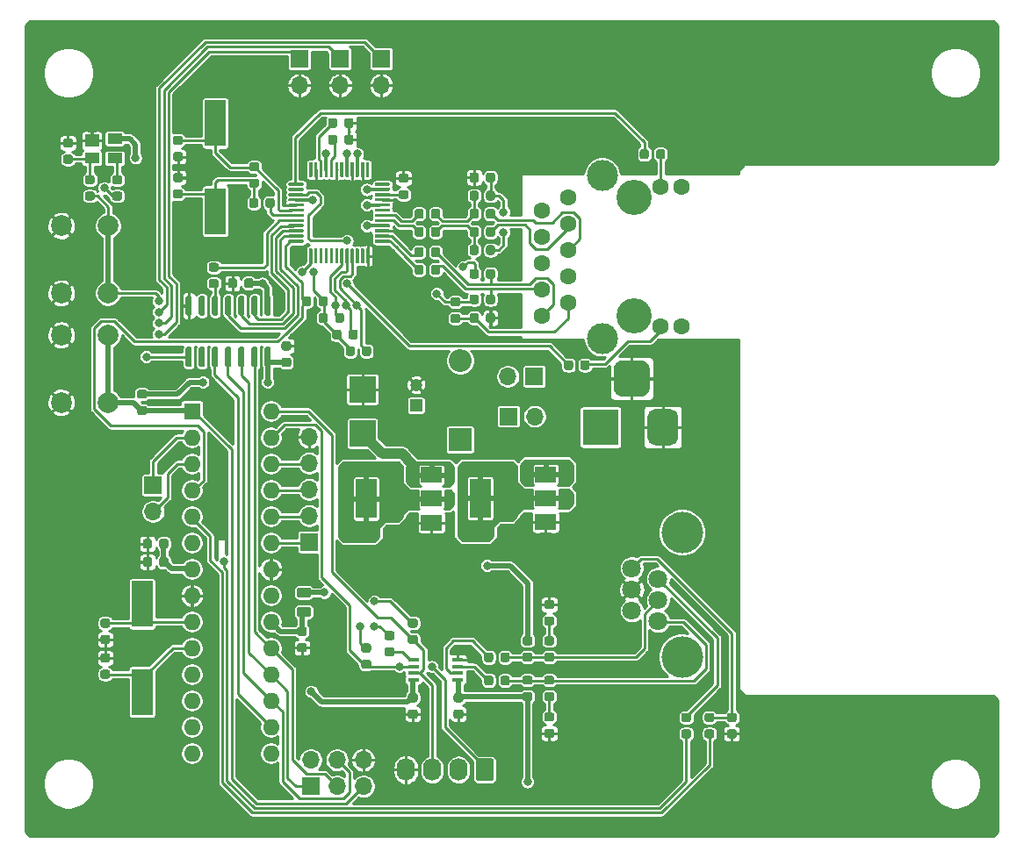
<source format=gtl>
G04 #@! TF.GenerationSoftware,KiCad,Pcbnew,(5.1.6)-1*
G04 #@! TF.CreationDate,2022-06-26T18:03:45+10:00*
G04 #@! TF.ProjectId,controller,636f6e74-726f-46c6-9c65-722e6b696361,rev?*
G04 #@! TF.SameCoordinates,Original*
G04 #@! TF.FileFunction,Copper,L1,Top*
G04 #@! TF.FilePolarity,Positive*
%FSLAX46Y46*%
G04 Gerber Fmt 4.6, Leading zero omitted, Abs format (unit mm)*
G04 Created by KiCad (PCBNEW (5.1.6)-1) date 2022-06-26 18:03:45*
%MOMM*%
%LPD*%
G01*
G04 APERTURE LIST*
G04 #@! TA.AperFunction,ComponentPad*
%ADD10R,3.500000X3.500000*%
G04 #@! TD*
G04 #@! TA.AperFunction,ComponentPad*
%ADD11C,3.400000*%
G04 #@! TD*
G04 #@! TA.AperFunction,ComponentPad*
%ADD12C,3.000000*%
G04 #@! TD*
G04 #@! TA.AperFunction,ComponentPad*
%ADD13C,1.600000*%
G04 #@! TD*
G04 #@! TA.AperFunction,SMDPad,CuDef*
%ADD14R,2.000000X4.500000*%
G04 #@! TD*
G04 #@! TA.AperFunction,SMDPad,CuDef*
%ADD15R,1.100000X0.400000*%
G04 #@! TD*
G04 #@! TA.AperFunction,ComponentPad*
%ADD16O,1.600000X1.600000*%
G04 #@! TD*
G04 #@! TA.AperFunction,ComponentPad*
%ADD17R,1.600000X1.600000*%
G04 #@! TD*
G04 #@! TA.AperFunction,SMDPad,CuDef*
%ADD18R,1.400000X1.200000*%
G04 #@! TD*
G04 #@! TA.AperFunction,SMDPad,CuDef*
%ADD19R,1.400000X1.000000*%
G04 #@! TD*
G04 #@! TA.AperFunction,SMDPad,CuDef*
%ADD20R,2.000000X1.500000*%
G04 #@! TD*
G04 #@! TA.AperFunction,SMDPad,CuDef*
%ADD21R,2.000000X3.800000*%
G04 #@! TD*
G04 #@! TA.AperFunction,SMDPad,CuDef*
%ADD22R,2.500000X2.500000*%
G04 #@! TD*
G04 #@! TA.AperFunction,ComponentPad*
%ADD23C,2.000000*%
G04 #@! TD*
G04 #@! TA.AperFunction,ComponentPad*
%ADD24R,1.700000X1.700000*%
G04 #@! TD*
G04 #@! TA.AperFunction,ComponentPad*
%ADD25O,1.700000X1.700000*%
G04 #@! TD*
G04 #@! TA.AperFunction,ComponentPad*
%ADD26C,1.800000*%
G04 #@! TD*
G04 #@! TA.AperFunction,ComponentPad*
%ADD27C,4.000000*%
G04 #@! TD*
G04 #@! TA.AperFunction,ComponentPad*
%ADD28O,1.740000X2.190000*%
G04 #@! TD*
G04 #@! TA.AperFunction,ComponentPad*
%ADD29O,2.200000X2.200000*%
G04 #@! TD*
G04 #@! TA.AperFunction,ComponentPad*
%ADD30R,2.200000X2.200000*%
G04 #@! TD*
G04 #@! TA.AperFunction,ComponentPad*
%ADD31C,1.200000*%
G04 #@! TD*
G04 #@! TA.AperFunction,ComponentPad*
%ADD32R,1.200000X1.200000*%
G04 #@! TD*
G04 #@! TA.AperFunction,ViaPad*
%ADD33C,0.800000*%
G04 #@! TD*
G04 #@! TA.AperFunction,Conductor*
%ADD34C,1.000000*%
G04 #@! TD*
G04 #@! TA.AperFunction,Conductor*
%ADD35C,0.250000*%
G04 #@! TD*
G04 #@! TA.AperFunction,Conductor*
%ADD36C,0.300000*%
G04 #@! TD*
G04 #@! TA.AperFunction,Conductor*
%ADD37C,0.500000*%
G04 #@! TD*
G04 #@! TA.AperFunction,Conductor*
%ADD38C,0.254000*%
G04 #@! TD*
G04 APERTURE END LIST*
G04 #@! TA.AperFunction,ComponentPad*
G36*
G01*
X156050000Y-78625000D02*
X156050000Y-80375000D01*
G75*
G02*
X155175000Y-81250000I-875000J0D01*
G01*
X153425000Y-81250000D01*
G75*
G02*
X152550000Y-80375000I0J875000D01*
G01*
X152550000Y-78625000D01*
G75*
G02*
X153425000Y-77750000I875000J0D01*
G01*
X155175000Y-77750000D01*
G75*
G02*
X156050000Y-78625000I0J-875000D01*
G01*
G37*
G04 #@! TD.AperFunction*
G04 #@! TA.AperFunction,ComponentPad*
G36*
G01*
X158800000Y-83200000D02*
X158800000Y-85200000D01*
G75*
G02*
X158050000Y-85950000I-750000J0D01*
G01*
X156550000Y-85950000D01*
G75*
G02*
X155800000Y-85200000I0J750000D01*
G01*
X155800000Y-83200000D01*
G75*
G02*
X156550000Y-82450000I750000J0D01*
G01*
X158050000Y-82450000D01*
G75*
G02*
X158800000Y-83200000I0J-750000D01*
G01*
G37*
G04 #@! TD.AperFunction*
D10*
X151300000Y-84200000D03*
D11*
X154500000Y-62050000D03*
X154500000Y-73480000D03*
D12*
X151450000Y-59890000D03*
X151450000Y-75640000D03*
D13*
X159070000Y-61040000D03*
X159070000Y-74490000D03*
X157040000Y-74490000D03*
X157040000Y-61040000D03*
X145610000Y-63320000D03*
X145610000Y-65860000D03*
X145610000Y-68400000D03*
X145610000Y-70940000D03*
X145610000Y-73480000D03*
X148150000Y-64590000D03*
X148150000Y-62050000D03*
X148150000Y-72210000D03*
X148150000Y-69670000D03*
X148150000Y-67130000D03*
D14*
X107100000Y-109750000D03*
X107100000Y-101250000D03*
X114150000Y-54850000D03*
X114150000Y-63350000D03*
G04 #@! TA.AperFunction,SMDPad,CuDef*
G36*
G01*
X119060000Y-71500000D02*
X119360000Y-71500000D01*
G75*
G02*
X119510000Y-71650000I0J-150000D01*
G01*
X119510000Y-73300000D01*
G75*
G02*
X119360000Y-73450000I-150000J0D01*
G01*
X119060000Y-73450000D01*
G75*
G02*
X118910000Y-73300000I0J150000D01*
G01*
X118910000Y-71650000D01*
G75*
G02*
X119060000Y-71500000I150000J0D01*
G01*
G37*
G04 #@! TD.AperFunction*
G04 #@! TA.AperFunction,SMDPad,CuDef*
G36*
G01*
X117790000Y-71500000D02*
X118090000Y-71500000D01*
G75*
G02*
X118240000Y-71650000I0J-150000D01*
G01*
X118240000Y-73300000D01*
G75*
G02*
X118090000Y-73450000I-150000J0D01*
G01*
X117790000Y-73450000D01*
G75*
G02*
X117640000Y-73300000I0J150000D01*
G01*
X117640000Y-71650000D01*
G75*
G02*
X117790000Y-71500000I150000J0D01*
G01*
G37*
G04 #@! TD.AperFunction*
G04 #@! TA.AperFunction,SMDPad,CuDef*
G36*
G01*
X116520000Y-71500000D02*
X116820000Y-71500000D01*
G75*
G02*
X116970000Y-71650000I0J-150000D01*
G01*
X116970000Y-73300000D01*
G75*
G02*
X116820000Y-73450000I-150000J0D01*
G01*
X116520000Y-73450000D01*
G75*
G02*
X116370000Y-73300000I0J150000D01*
G01*
X116370000Y-71650000D01*
G75*
G02*
X116520000Y-71500000I150000J0D01*
G01*
G37*
G04 #@! TD.AperFunction*
G04 #@! TA.AperFunction,SMDPad,CuDef*
G36*
G01*
X115250000Y-71500000D02*
X115550000Y-71500000D01*
G75*
G02*
X115700000Y-71650000I0J-150000D01*
G01*
X115700000Y-73300000D01*
G75*
G02*
X115550000Y-73450000I-150000J0D01*
G01*
X115250000Y-73450000D01*
G75*
G02*
X115100000Y-73300000I0J150000D01*
G01*
X115100000Y-71650000D01*
G75*
G02*
X115250000Y-71500000I150000J0D01*
G01*
G37*
G04 #@! TD.AperFunction*
G04 #@! TA.AperFunction,SMDPad,CuDef*
G36*
G01*
X113980000Y-71500000D02*
X114280000Y-71500000D01*
G75*
G02*
X114430000Y-71650000I0J-150000D01*
G01*
X114430000Y-73300000D01*
G75*
G02*
X114280000Y-73450000I-150000J0D01*
G01*
X113980000Y-73450000D01*
G75*
G02*
X113830000Y-73300000I0J150000D01*
G01*
X113830000Y-71650000D01*
G75*
G02*
X113980000Y-71500000I150000J0D01*
G01*
G37*
G04 #@! TD.AperFunction*
G04 #@! TA.AperFunction,SMDPad,CuDef*
G36*
G01*
X112710000Y-71500000D02*
X113010000Y-71500000D01*
G75*
G02*
X113160000Y-71650000I0J-150000D01*
G01*
X113160000Y-73300000D01*
G75*
G02*
X113010000Y-73450000I-150000J0D01*
G01*
X112710000Y-73450000D01*
G75*
G02*
X112560000Y-73300000I0J150000D01*
G01*
X112560000Y-71650000D01*
G75*
G02*
X112710000Y-71500000I150000J0D01*
G01*
G37*
G04 #@! TD.AperFunction*
G04 #@! TA.AperFunction,SMDPad,CuDef*
G36*
G01*
X111440000Y-71500000D02*
X111740000Y-71500000D01*
G75*
G02*
X111890000Y-71650000I0J-150000D01*
G01*
X111890000Y-73300000D01*
G75*
G02*
X111740000Y-73450000I-150000J0D01*
G01*
X111440000Y-73450000D01*
G75*
G02*
X111290000Y-73300000I0J150000D01*
G01*
X111290000Y-71650000D01*
G75*
G02*
X111440000Y-71500000I150000J0D01*
G01*
G37*
G04 #@! TD.AperFunction*
G04 #@! TA.AperFunction,SMDPad,CuDef*
G36*
G01*
X111440000Y-76450000D02*
X111740000Y-76450000D01*
G75*
G02*
X111890000Y-76600000I0J-150000D01*
G01*
X111890000Y-78250000D01*
G75*
G02*
X111740000Y-78400000I-150000J0D01*
G01*
X111440000Y-78400000D01*
G75*
G02*
X111290000Y-78250000I0J150000D01*
G01*
X111290000Y-76600000D01*
G75*
G02*
X111440000Y-76450000I150000J0D01*
G01*
G37*
G04 #@! TD.AperFunction*
G04 #@! TA.AperFunction,SMDPad,CuDef*
G36*
G01*
X112710000Y-76450000D02*
X113010000Y-76450000D01*
G75*
G02*
X113160000Y-76600000I0J-150000D01*
G01*
X113160000Y-78250000D01*
G75*
G02*
X113010000Y-78400000I-150000J0D01*
G01*
X112710000Y-78400000D01*
G75*
G02*
X112560000Y-78250000I0J150000D01*
G01*
X112560000Y-76600000D01*
G75*
G02*
X112710000Y-76450000I150000J0D01*
G01*
G37*
G04 #@! TD.AperFunction*
G04 #@! TA.AperFunction,SMDPad,CuDef*
G36*
G01*
X113980000Y-76450000D02*
X114280000Y-76450000D01*
G75*
G02*
X114430000Y-76600000I0J-150000D01*
G01*
X114430000Y-78250000D01*
G75*
G02*
X114280000Y-78400000I-150000J0D01*
G01*
X113980000Y-78400000D01*
G75*
G02*
X113830000Y-78250000I0J150000D01*
G01*
X113830000Y-76600000D01*
G75*
G02*
X113980000Y-76450000I150000J0D01*
G01*
G37*
G04 #@! TD.AperFunction*
G04 #@! TA.AperFunction,SMDPad,CuDef*
G36*
G01*
X115250000Y-76450000D02*
X115550000Y-76450000D01*
G75*
G02*
X115700000Y-76600000I0J-150000D01*
G01*
X115700000Y-78250000D01*
G75*
G02*
X115550000Y-78400000I-150000J0D01*
G01*
X115250000Y-78400000D01*
G75*
G02*
X115100000Y-78250000I0J150000D01*
G01*
X115100000Y-76600000D01*
G75*
G02*
X115250000Y-76450000I150000J0D01*
G01*
G37*
G04 #@! TD.AperFunction*
G04 #@! TA.AperFunction,SMDPad,CuDef*
G36*
G01*
X116520000Y-76450000D02*
X116820000Y-76450000D01*
G75*
G02*
X116970000Y-76600000I0J-150000D01*
G01*
X116970000Y-78250000D01*
G75*
G02*
X116820000Y-78400000I-150000J0D01*
G01*
X116520000Y-78400000D01*
G75*
G02*
X116370000Y-78250000I0J150000D01*
G01*
X116370000Y-76600000D01*
G75*
G02*
X116520000Y-76450000I150000J0D01*
G01*
G37*
G04 #@! TD.AperFunction*
G04 #@! TA.AperFunction,SMDPad,CuDef*
G36*
G01*
X117790000Y-76450000D02*
X118090000Y-76450000D01*
G75*
G02*
X118240000Y-76600000I0J-150000D01*
G01*
X118240000Y-78250000D01*
G75*
G02*
X118090000Y-78400000I-150000J0D01*
G01*
X117790000Y-78400000D01*
G75*
G02*
X117640000Y-78250000I0J150000D01*
G01*
X117640000Y-76600000D01*
G75*
G02*
X117790000Y-76450000I150000J0D01*
G01*
G37*
G04 #@! TD.AperFunction*
G04 #@! TA.AperFunction,SMDPad,CuDef*
G36*
G01*
X119060000Y-76450000D02*
X119360000Y-76450000D01*
G75*
G02*
X119510000Y-76600000I0J-150000D01*
G01*
X119510000Y-78250000D01*
G75*
G02*
X119360000Y-78400000I-150000J0D01*
G01*
X119060000Y-78400000D01*
G75*
G02*
X118910000Y-78250000I0J150000D01*
G01*
X118910000Y-76600000D01*
G75*
G02*
X119060000Y-76450000I150000J0D01*
G01*
G37*
G04 #@! TD.AperFunction*
D15*
X133250000Y-108575000D03*
X133250000Y-107925000D03*
X133250000Y-107275000D03*
X133250000Y-106625000D03*
X137550000Y-106625000D03*
X137550000Y-107275000D03*
X137550000Y-107925000D03*
X137550000Y-108575000D03*
D16*
X119520000Y-82650000D03*
X111900000Y-115670000D03*
X119520000Y-85190000D03*
X111900000Y-113130000D03*
X119520000Y-87730000D03*
X111900000Y-110590000D03*
X119520000Y-90270000D03*
X111900000Y-108050000D03*
X119520000Y-92810000D03*
X111900000Y-105510000D03*
X119520000Y-95350000D03*
X111900000Y-102970000D03*
X119520000Y-97890000D03*
X111900000Y-100430000D03*
X119520000Y-100430000D03*
X111900000Y-97890000D03*
X119520000Y-102970000D03*
X111900000Y-95350000D03*
X119520000Y-105510000D03*
X111900000Y-92810000D03*
X119520000Y-108050000D03*
X111900000Y-90270000D03*
X119520000Y-110590000D03*
X111900000Y-87730000D03*
X119520000Y-113130000D03*
X111900000Y-85190000D03*
X119520000Y-115670000D03*
D17*
X111900000Y-82650000D03*
G04 #@! TA.AperFunction,SMDPad,CuDef*
G36*
G01*
X129000000Y-67000000D02*
X129000000Y-68325000D01*
G75*
G02*
X128925000Y-68400000I-75000J0D01*
G01*
X128775000Y-68400000D01*
G75*
G02*
X128700000Y-68325000I0J75000D01*
G01*
X128700000Y-67000000D01*
G75*
G02*
X128775000Y-66925000I75000J0D01*
G01*
X128925000Y-66925000D01*
G75*
G02*
X129000000Y-67000000I0J-75000D01*
G01*
G37*
G04 #@! TD.AperFunction*
G04 #@! TA.AperFunction,SMDPad,CuDef*
G36*
G01*
X128500000Y-67000000D02*
X128500000Y-68325000D01*
G75*
G02*
X128425000Y-68400000I-75000J0D01*
G01*
X128275000Y-68400000D01*
G75*
G02*
X128200000Y-68325000I0J75000D01*
G01*
X128200000Y-67000000D01*
G75*
G02*
X128275000Y-66925000I75000J0D01*
G01*
X128425000Y-66925000D01*
G75*
G02*
X128500000Y-67000000I0J-75000D01*
G01*
G37*
G04 #@! TD.AperFunction*
G04 #@! TA.AperFunction,SMDPad,CuDef*
G36*
G01*
X128000000Y-67000000D02*
X128000000Y-68325000D01*
G75*
G02*
X127925000Y-68400000I-75000J0D01*
G01*
X127775000Y-68400000D01*
G75*
G02*
X127700000Y-68325000I0J75000D01*
G01*
X127700000Y-67000000D01*
G75*
G02*
X127775000Y-66925000I75000J0D01*
G01*
X127925000Y-66925000D01*
G75*
G02*
X128000000Y-67000000I0J-75000D01*
G01*
G37*
G04 #@! TD.AperFunction*
G04 #@! TA.AperFunction,SMDPad,CuDef*
G36*
G01*
X127500000Y-67000000D02*
X127500000Y-68325000D01*
G75*
G02*
X127425000Y-68400000I-75000J0D01*
G01*
X127275000Y-68400000D01*
G75*
G02*
X127200000Y-68325000I0J75000D01*
G01*
X127200000Y-67000000D01*
G75*
G02*
X127275000Y-66925000I75000J0D01*
G01*
X127425000Y-66925000D01*
G75*
G02*
X127500000Y-67000000I0J-75000D01*
G01*
G37*
G04 #@! TD.AperFunction*
G04 #@! TA.AperFunction,SMDPad,CuDef*
G36*
G01*
X127000000Y-67000000D02*
X127000000Y-68325000D01*
G75*
G02*
X126925000Y-68400000I-75000J0D01*
G01*
X126775000Y-68400000D01*
G75*
G02*
X126700000Y-68325000I0J75000D01*
G01*
X126700000Y-67000000D01*
G75*
G02*
X126775000Y-66925000I75000J0D01*
G01*
X126925000Y-66925000D01*
G75*
G02*
X127000000Y-67000000I0J-75000D01*
G01*
G37*
G04 #@! TD.AperFunction*
G04 #@! TA.AperFunction,SMDPad,CuDef*
G36*
G01*
X126500000Y-67000000D02*
X126500000Y-68325000D01*
G75*
G02*
X126425000Y-68400000I-75000J0D01*
G01*
X126275000Y-68400000D01*
G75*
G02*
X126200000Y-68325000I0J75000D01*
G01*
X126200000Y-67000000D01*
G75*
G02*
X126275000Y-66925000I75000J0D01*
G01*
X126425000Y-66925000D01*
G75*
G02*
X126500000Y-67000000I0J-75000D01*
G01*
G37*
G04 #@! TD.AperFunction*
G04 #@! TA.AperFunction,SMDPad,CuDef*
G36*
G01*
X126000000Y-67000000D02*
X126000000Y-68325000D01*
G75*
G02*
X125925000Y-68400000I-75000J0D01*
G01*
X125775000Y-68400000D01*
G75*
G02*
X125700000Y-68325000I0J75000D01*
G01*
X125700000Y-67000000D01*
G75*
G02*
X125775000Y-66925000I75000J0D01*
G01*
X125925000Y-66925000D01*
G75*
G02*
X126000000Y-67000000I0J-75000D01*
G01*
G37*
G04 #@! TD.AperFunction*
G04 #@! TA.AperFunction,SMDPad,CuDef*
G36*
G01*
X125500000Y-67000000D02*
X125500000Y-68325000D01*
G75*
G02*
X125425000Y-68400000I-75000J0D01*
G01*
X125275000Y-68400000D01*
G75*
G02*
X125200000Y-68325000I0J75000D01*
G01*
X125200000Y-67000000D01*
G75*
G02*
X125275000Y-66925000I75000J0D01*
G01*
X125425000Y-66925000D01*
G75*
G02*
X125500000Y-67000000I0J-75000D01*
G01*
G37*
G04 #@! TD.AperFunction*
G04 #@! TA.AperFunction,SMDPad,CuDef*
G36*
G01*
X125000000Y-67000000D02*
X125000000Y-68325000D01*
G75*
G02*
X124925000Y-68400000I-75000J0D01*
G01*
X124775000Y-68400000D01*
G75*
G02*
X124700000Y-68325000I0J75000D01*
G01*
X124700000Y-67000000D01*
G75*
G02*
X124775000Y-66925000I75000J0D01*
G01*
X124925000Y-66925000D01*
G75*
G02*
X125000000Y-67000000I0J-75000D01*
G01*
G37*
G04 #@! TD.AperFunction*
G04 #@! TA.AperFunction,SMDPad,CuDef*
G36*
G01*
X124500000Y-67000000D02*
X124500000Y-68325000D01*
G75*
G02*
X124425000Y-68400000I-75000J0D01*
G01*
X124275000Y-68400000D01*
G75*
G02*
X124200000Y-68325000I0J75000D01*
G01*
X124200000Y-67000000D01*
G75*
G02*
X124275000Y-66925000I75000J0D01*
G01*
X124425000Y-66925000D01*
G75*
G02*
X124500000Y-67000000I0J-75000D01*
G01*
G37*
G04 #@! TD.AperFunction*
G04 #@! TA.AperFunction,SMDPad,CuDef*
G36*
G01*
X124000000Y-67000000D02*
X124000000Y-68325000D01*
G75*
G02*
X123925000Y-68400000I-75000J0D01*
G01*
X123775000Y-68400000D01*
G75*
G02*
X123700000Y-68325000I0J75000D01*
G01*
X123700000Y-67000000D01*
G75*
G02*
X123775000Y-66925000I75000J0D01*
G01*
X123925000Y-66925000D01*
G75*
G02*
X124000000Y-67000000I0J-75000D01*
G01*
G37*
G04 #@! TD.AperFunction*
G04 #@! TA.AperFunction,SMDPad,CuDef*
G36*
G01*
X123500000Y-67000000D02*
X123500000Y-68325000D01*
G75*
G02*
X123425000Y-68400000I-75000J0D01*
G01*
X123275000Y-68400000D01*
G75*
G02*
X123200000Y-68325000I0J75000D01*
G01*
X123200000Y-67000000D01*
G75*
G02*
X123275000Y-66925000I75000J0D01*
G01*
X123425000Y-66925000D01*
G75*
G02*
X123500000Y-67000000I0J-75000D01*
G01*
G37*
G04 #@! TD.AperFunction*
G04 #@! TA.AperFunction,SMDPad,CuDef*
G36*
G01*
X122675000Y-66175000D02*
X122675000Y-66325000D01*
G75*
G02*
X122600000Y-66400000I-75000J0D01*
G01*
X121275000Y-66400000D01*
G75*
G02*
X121200000Y-66325000I0J75000D01*
G01*
X121200000Y-66175000D01*
G75*
G02*
X121275000Y-66100000I75000J0D01*
G01*
X122600000Y-66100000D01*
G75*
G02*
X122675000Y-66175000I0J-75000D01*
G01*
G37*
G04 #@! TD.AperFunction*
G04 #@! TA.AperFunction,SMDPad,CuDef*
G36*
G01*
X122675000Y-65675000D02*
X122675000Y-65825000D01*
G75*
G02*
X122600000Y-65900000I-75000J0D01*
G01*
X121275000Y-65900000D01*
G75*
G02*
X121200000Y-65825000I0J75000D01*
G01*
X121200000Y-65675000D01*
G75*
G02*
X121275000Y-65600000I75000J0D01*
G01*
X122600000Y-65600000D01*
G75*
G02*
X122675000Y-65675000I0J-75000D01*
G01*
G37*
G04 #@! TD.AperFunction*
G04 #@! TA.AperFunction,SMDPad,CuDef*
G36*
G01*
X122675000Y-65175000D02*
X122675000Y-65325000D01*
G75*
G02*
X122600000Y-65400000I-75000J0D01*
G01*
X121275000Y-65400000D01*
G75*
G02*
X121200000Y-65325000I0J75000D01*
G01*
X121200000Y-65175000D01*
G75*
G02*
X121275000Y-65100000I75000J0D01*
G01*
X122600000Y-65100000D01*
G75*
G02*
X122675000Y-65175000I0J-75000D01*
G01*
G37*
G04 #@! TD.AperFunction*
G04 #@! TA.AperFunction,SMDPad,CuDef*
G36*
G01*
X122675000Y-64675000D02*
X122675000Y-64825000D01*
G75*
G02*
X122600000Y-64900000I-75000J0D01*
G01*
X121275000Y-64900000D01*
G75*
G02*
X121200000Y-64825000I0J75000D01*
G01*
X121200000Y-64675000D01*
G75*
G02*
X121275000Y-64600000I75000J0D01*
G01*
X122600000Y-64600000D01*
G75*
G02*
X122675000Y-64675000I0J-75000D01*
G01*
G37*
G04 #@! TD.AperFunction*
G04 #@! TA.AperFunction,SMDPad,CuDef*
G36*
G01*
X122675000Y-64175000D02*
X122675000Y-64325000D01*
G75*
G02*
X122600000Y-64400000I-75000J0D01*
G01*
X121275000Y-64400000D01*
G75*
G02*
X121200000Y-64325000I0J75000D01*
G01*
X121200000Y-64175000D01*
G75*
G02*
X121275000Y-64100000I75000J0D01*
G01*
X122600000Y-64100000D01*
G75*
G02*
X122675000Y-64175000I0J-75000D01*
G01*
G37*
G04 #@! TD.AperFunction*
G04 #@! TA.AperFunction,SMDPad,CuDef*
G36*
G01*
X122675000Y-63675000D02*
X122675000Y-63825000D01*
G75*
G02*
X122600000Y-63900000I-75000J0D01*
G01*
X121275000Y-63900000D01*
G75*
G02*
X121200000Y-63825000I0J75000D01*
G01*
X121200000Y-63675000D01*
G75*
G02*
X121275000Y-63600000I75000J0D01*
G01*
X122600000Y-63600000D01*
G75*
G02*
X122675000Y-63675000I0J-75000D01*
G01*
G37*
G04 #@! TD.AperFunction*
G04 #@! TA.AperFunction,SMDPad,CuDef*
G36*
G01*
X122675000Y-63175000D02*
X122675000Y-63325000D01*
G75*
G02*
X122600000Y-63400000I-75000J0D01*
G01*
X121275000Y-63400000D01*
G75*
G02*
X121200000Y-63325000I0J75000D01*
G01*
X121200000Y-63175000D01*
G75*
G02*
X121275000Y-63100000I75000J0D01*
G01*
X122600000Y-63100000D01*
G75*
G02*
X122675000Y-63175000I0J-75000D01*
G01*
G37*
G04 #@! TD.AperFunction*
G04 #@! TA.AperFunction,SMDPad,CuDef*
G36*
G01*
X122675000Y-62675000D02*
X122675000Y-62825000D01*
G75*
G02*
X122600000Y-62900000I-75000J0D01*
G01*
X121275000Y-62900000D01*
G75*
G02*
X121200000Y-62825000I0J75000D01*
G01*
X121200000Y-62675000D01*
G75*
G02*
X121275000Y-62600000I75000J0D01*
G01*
X122600000Y-62600000D01*
G75*
G02*
X122675000Y-62675000I0J-75000D01*
G01*
G37*
G04 #@! TD.AperFunction*
G04 #@! TA.AperFunction,SMDPad,CuDef*
G36*
G01*
X122675000Y-62175000D02*
X122675000Y-62325000D01*
G75*
G02*
X122600000Y-62400000I-75000J0D01*
G01*
X121275000Y-62400000D01*
G75*
G02*
X121200000Y-62325000I0J75000D01*
G01*
X121200000Y-62175000D01*
G75*
G02*
X121275000Y-62100000I75000J0D01*
G01*
X122600000Y-62100000D01*
G75*
G02*
X122675000Y-62175000I0J-75000D01*
G01*
G37*
G04 #@! TD.AperFunction*
G04 #@! TA.AperFunction,SMDPad,CuDef*
G36*
G01*
X122675000Y-61675000D02*
X122675000Y-61825000D01*
G75*
G02*
X122600000Y-61900000I-75000J0D01*
G01*
X121275000Y-61900000D01*
G75*
G02*
X121200000Y-61825000I0J75000D01*
G01*
X121200000Y-61675000D01*
G75*
G02*
X121275000Y-61600000I75000J0D01*
G01*
X122600000Y-61600000D01*
G75*
G02*
X122675000Y-61675000I0J-75000D01*
G01*
G37*
G04 #@! TD.AperFunction*
G04 #@! TA.AperFunction,SMDPad,CuDef*
G36*
G01*
X122675000Y-61175000D02*
X122675000Y-61325000D01*
G75*
G02*
X122600000Y-61400000I-75000J0D01*
G01*
X121275000Y-61400000D01*
G75*
G02*
X121200000Y-61325000I0J75000D01*
G01*
X121200000Y-61175000D01*
G75*
G02*
X121275000Y-61100000I75000J0D01*
G01*
X122600000Y-61100000D01*
G75*
G02*
X122675000Y-61175000I0J-75000D01*
G01*
G37*
G04 #@! TD.AperFunction*
G04 #@! TA.AperFunction,SMDPad,CuDef*
G36*
G01*
X122675000Y-60675000D02*
X122675000Y-60825000D01*
G75*
G02*
X122600000Y-60900000I-75000J0D01*
G01*
X121275000Y-60900000D01*
G75*
G02*
X121200000Y-60825000I0J75000D01*
G01*
X121200000Y-60675000D01*
G75*
G02*
X121275000Y-60600000I75000J0D01*
G01*
X122600000Y-60600000D01*
G75*
G02*
X122675000Y-60675000I0J-75000D01*
G01*
G37*
G04 #@! TD.AperFunction*
G04 #@! TA.AperFunction,SMDPad,CuDef*
G36*
G01*
X123500000Y-58675000D02*
X123500000Y-60000000D01*
G75*
G02*
X123425000Y-60075000I-75000J0D01*
G01*
X123275000Y-60075000D01*
G75*
G02*
X123200000Y-60000000I0J75000D01*
G01*
X123200000Y-58675000D01*
G75*
G02*
X123275000Y-58600000I75000J0D01*
G01*
X123425000Y-58600000D01*
G75*
G02*
X123500000Y-58675000I0J-75000D01*
G01*
G37*
G04 #@! TD.AperFunction*
G04 #@! TA.AperFunction,SMDPad,CuDef*
G36*
G01*
X124000000Y-58675000D02*
X124000000Y-60000000D01*
G75*
G02*
X123925000Y-60075000I-75000J0D01*
G01*
X123775000Y-60075000D01*
G75*
G02*
X123700000Y-60000000I0J75000D01*
G01*
X123700000Y-58675000D01*
G75*
G02*
X123775000Y-58600000I75000J0D01*
G01*
X123925000Y-58600000D01*
G75*
G02*
X124000000Y-58675000I0J-75000D01*
G01*
G37*
G04 #@! TD.AperFunction*
G04 #@! TA.AperFunction,SMDPad,CuDef*
G36*
G01*
X124500000Y-58675000D02*
X124500000Y-60000000D01*
G75*
G02*
X124425000Y-60075000I-75000J0D01*
G01*
X124275000Y-60075000D01*
G75*
G02*
X124200000Y-60000000I0J75000D01*
G01*
X124200000Y-58675000D01*
G75*
G02*
X124275000Y-58600000I75000J0D01*
G01*
X124425000Y-58600000D01*
G75*
G02*
X124500000Y-58675000I0J-75000D01*
G01*
G37*
G04 #@! TD.AperFunction*
G04 #@! TA.AperFunction,SMDPad,CuDef*
G36*
G01*
X125000000Y-58675000D02*
X125000000Y-60000000D01*
G75*
G02*
X124925000Y-60075000I-75000J0D01*
G01*
X124775000Y-60075000D01*
G75*
G02*
X124700000Y-60000000I0J75000D01*
G01*
X124700000Y-58675000D01*
G75*
G02*
X124775000Y-58600000I75000J0D01*
G01*
X124925000Y-58600000D01*
G75*
G02*
X125000000Y-58675000I0J-75000D01*
G01*
G37*
G04 #@! TD.AperFunction*
G04 #@! TA.AperFunction,SMDPad,CuDef*
G36*
G01*
X125500000Y-58675000D02*
X125500000Y-60000000D01*
G75*
G02*
X125425000Y-60075000I-75000J0D01*
G01*
X125275000Y-60075000D01*
G75*
G02*
X125200000Y-60000000I0J75000D01*
G01*
X125200000Y-58675000D01*
G75*
G02*
X125275000Y-58600000I75000J0D01*
G01*
X125425000Y-58600000D01*
G75*
G02*
X125500000Y-58675000I0J-75000D01*
G01*
G37*
G04 #@! TD.AperFunction*
G04 #@! TA.AperFunction,SMDPad,CuDef*
G36*
G01*
X126000000Y-58675000D02*
X126000000Y-60000000D01*
G75*
G02*
X125925000Y-60075000I-75000J0D01*
G01*
X125775000Y-60075000D01*
G75*
G02*
X125700000Y-60000000I0J75000D01*
G01*
X125700000Y-58675000D01*
G75*
G02*
X125775000Y-58600000I75000J0D01*
G01*
X125925000Y-58600000D01*
G75*
G02*
X126000000Y-58675000I0J-75000D01*
G01*
G37*
G04 #@! TD.AperFunction*
G04 #@! TA.AperFunction,SMDPad,CuDef*
G36*
G01*
X126500000Y-58675000D02*
X126500000Y-60000000D01*
G75*
G02*
X126425000Y-60075000I-75000J0D01*
G01*
X126275000Y-60075000D01*
G75*
G02*
X126200000Y-60000000I0J75000D01*
G01*
X126200000Y-58675000D01*
G75*
G02*
X126275000Y-58600000I75000J0D01*
G01*
X126425000Y-58600000D01*
G75*
G02*
X126500000Y-58675000I0J-75000D01*
G01*
G37*
G04 #@! TD.AperFunction*
G04 #@! TA.AperFunction,SMDPad,CuDef*
G36*
G01*
X127000000Y-58675000D02*
X127000000Y-60000000D01*
G75*
G02*
X126925000Y-60075000I-75000J0D01*
G01*
X126775000Y-60075000D01*
G75*
G02*
X126700000Y-60000000I0J75000D01*
G01*
X126700000Y-58675000D01*
G75*
G02*
X126775000Y-58600000I75000J0D01*
G01*
X126925000Y-58600000D01*
G75*
G02*
X127000000Y-58675000I0J-75000D01*
G01*
G37*
G04 #@! TD.AperFunction*
G04 #@! TA.AperFunction,SMDPad,CuDef*
G36*
G01*
X127500000Y-58675000D02*
X127500000Y-60000000D01*
G75*
G02*
X127425000Y-60075000I-75000J0D01*
G01*
X127275000Y-60075000D01*
G75*
G02*
X127200000Y-60000000I0J75000D01*
G01*
X127200000Y-58675000D01*
G75*
G02*
X127275000Y-58600000I75000J0D01*
G01*
X127425000Y-58600000D01*
G75*
G02*
X127500000Y-58675000I0J-75000D01*
G01*
G37*
G04 #@! TD.AperFunction*
G04 #@! TA.AperFunction,SMDPad,CuDef*
G36*
G01*
X128000000Y-58675000D02*
X128000000Y-60000000D01*
G75*
G02*
X127925000Y-60075000I-75000J0D01*
G01*
X127775000Y-60075000D01*
G75*
G02*
X127700000Y-60000000I0J75000D01*
G01*
X127700000Y-58675000D01*
G75*
G02*
X127775000Y-58600000I75000J0D01*
G01*
X127925000Y-58600000D01*
G75*
G02*
X128000000Y-58675000I0J-75000D01*
G01*
G37*
G04 #@! TD.AperFunction*
G04 #@! TA.AperFunction,SMDPad,CuDef*
G36*
G01*
X128500000Y-58675000D02*
X128500000Y-60000000D01*
G75*
G02*
X128425000Y-60075000I-75000J0D01*
G01*
X128275000Y-60075000D01*
G75*
G02*
X128200000Y-60000000I0J75000D01*
G01*
X128200000Y-58675000D01*
G75*
G02*
X128275000Y-58600000I75000J0D01*
G01*
X128425000Y-58600000D01*
G75*
G02*
X128500000Y-58675000I0J-75000D01*
G01*
G37*
G04 #@! TD.AperFunction*
G04 #@! TA.AperFunction,SMDPad,CuDef*
G36*
G01*
X129000000Y-58675000D02*
X129000000Y-60000000D01*
G75*
G02*
X128925000Y-60075000I-75000J0D01*
G01*
X128775000Y-60075000D01*
G75*
G02*
X128700000Y-60000000I0J75000D01*
G01*
X128700000Y-58675000D01*
G75*
G02*
X128775000Y-58600000I75000J0D01*
G01*
X128925000Y-58600000D01*
G75*
G02*
X129000000Y-58675000I0J-75000D01*
G01*
G37*
G04 #@! TD.AperFunction*
G04 #@! TA.AperFunction,SMDPad,CuDef*
G36*
G01*
X131000000Y-60675000D02*
X131000000Y-60825000D01*
G75*
G02*
X130925000Y-60900000I-75000J0D01*
G01*
X129600000Y-60900000D01*
G75*
G02*
X129525000Y-60825000I0J75000D01*
G01*
X129525000Y-60675000D01*
G75*
G02*
X129600000Y-60600000I75000J0D01*
G01*
X130925000Y-60600000D01*
G75*
G02*
X131000000Y-60675000I0J-75000D01*
G01*
G37*
G04 #@! TD.AperFunction*
G04 #@! TA.AperFunction,SMDPad,CuDef*
G36*
G01*
X131000000Y-61175000D02*
X131000000Y-61325000D01*
G75*
G02*
X130925000Y-61400000I-75000J0D01*
G01*
X129600000Y-61400000D01*
G75*
G02*
X129525000Y-61325000I0J75000D01*
G01*
X129525000Y-61175000D01*
G75*
G02*
X129600000Y-61100000I75000J0D01*
G01*
X130925000Y-61100000D01*
G75*
G02*
X131000000Y-61175000I0J-75000D01*
G01*
G37*
G04 #@! TD.AperFunction*
G04 #@! TA.AperFunction,SMDPad,CuDef*
G36*
G01*
X131000000Y-61675000D02*
X131000000Y-61825000D01*
G75*
G02*
X130925000Y-61900000I-75000J0D01*
G01*
X129600000Y-61900000D01*
G75*
G02*
X129525000Y-61825000I0J75000D01*
G01*
X129525000Y-61675000D01*
G75*
G02*
X129600000Y-61600000I75000J0D01*
G01*
X130925000Y-61600000D01*
G75*
G02*
X131000000Y-61675000I0J-75000D01*
G01*
G37*
G04 #@! TD.AperFunction*
G04 #@! TA.AperFunction,SMDPad,CuDef*
G36*
G01*
X131000000Y-62175000D02*
X131000000Y-62325000D01*
G75*
G02*
X130925000Y-62400000I-75000J0D01*
G01*
X129600000Y-62400000D01*
G75*
G02*
X129525000Y-62325000I0J75000D01*
G01*
X129525000Y-62175000D01*
G75*
G02*
X129600000Y-62100000I75000J0D01*
G01*
X130925000Y-62100000D01*
G75*
G02*
X131000000Y-62175000I0J-75000D01*
G01*
G37*
G04 #@! TD.AperFunction*
G04 #@! TA.AperFunction,SMDPad,CuDef*
G36*
G01*
X131000000Y-62675000D02*
X131000000Y-62825000D01*
G75*
G02*
X130925000Y-62900000I-75000J0D01*
G01*
X129600000Y-62900000D01*
G75*
G02*
X129525000Y-62825000I0J75000D01*
G01*
X129525000Y-62675000D01*
G75*
G02*
X129600000Y-62600000I75000J0D01*
G01*
X130925000Y-62600000D01*
G75*
G02*
X131000000Y-62675000I0J-75000D01*
G01*
G37*
G04 #@! TD.AperFunction*
G04 #@! TA.AperFunction,SMDPad,CuDef*
G36*
G01*
X131000000Y-63175000D02*
X131000000Y-63325000D01*
G75*
G02*
X130925000Y-63400000I-75000J0D01*
G01*
X129600000Y-63400000D01*
G75*
G02*
X129525000Y-63325000I0J75000D01*
G01*
X129525000Y-63175000D01*
G75*
G02*
X129600000Y-63100000I75000J0D01*
G01*
X130925000Y-63100000D01*
G75*
G02*
X131000000Y-63175000I0J-75000D01*
G01*
G37*
G04 #@! TD.AperFunction*
G04 #@! TA.AperFunction,SMDPad,CuDef*
G36*
G01*
X131000000Y-63675000D02*
X131000000Y-63825000D01*
G75*
G02*
X130925000Y-63900000I-75000J0D01*
G01*
X129600000Y-63900000D01*
G75*
G02*
X129525000Y-63825000I0J75000D01*
G01*
X129525000Y-63675000D01*
G75*
G02*
X129600000Y-63600000I75000J0D01*
G01*
X130925000Y-63600000D01*
G75*
G02*
X131000000Y-63675000I0J-75000D01*
G01*
G37*
G04 #@! TD.AperFunction*
G04 #@! TA.AperFunction,SMDPad,CuDef*
G36*
G01*
X131000000Y-64175000D02*
X131000000Y-64325000D01*
G75*
G02*
X130925000Y-64400000I-75000J0D01*
G01*
X129600000Y-64400000D01*
G75*
G02*
X129525000Y-64325000I0J75000D01*
G01*
X129525000Y-64175000D01*
G75*
G02*
X129600000Y-64100000I75000J0D01*
G01*
X130925000Y-64100000D01*
G75*
G02*
X131000000Y-64175000I0J-75000D01*
G01*
G37*
G04 #@! TD.AperFunction*
G04 #@! TA.AperFunction,SMDPad,CuDef*
G36*
G01*
X131000000Y-64675000D02*
X131000000Y-64825000D01*
G75*
G02*
X130925000Y-64900000I-75000J0D01*
G01*
X129600000Y-64900000D01*
G75*
G02*
X129525000Y-64825000I0J75000D01*
G01*
X129525000Y-64675000D01*
G75*
G02*
X129600000Y-64600000I75000J0D01*
G01*
X130925000Y-64600000D01*
G75*
G02*
X131000000Y-64675000I0J-75000D01*
G01*
G37*
G04 #@! TD.AperFunction*
G04 #@! TA.AperFunction,SMDPad,CuDef*
G36*
G01*
X131000000Y-65175000D02*
X131000000Y-65325000D01*
G75*
G02*
X130925000Y-65400000I-75000J0D01*
G01*
X129600000Y-65400000D01*
G75*
G02*
X129525000Y-65325000I0J75000D01*
G01*
X129525000Y-65175000D01*
G75*
G02*
X129600000Y-65100000I75000J0D01*
G01*
X130925000Y-65100000D01*
G75*
G02*
X131000000Y-65175000I0J-75000D01*
G01*
G37*
G04 #@! TD.AperFunction*
G04 #@! TA.AperFunction,SMDPad,CuDef*
G36*
G01*
X131000000Y-65675000D02*
X131000000Y-65825000D01*
G75*
G02*
X130925000Y-65900000I-75000J0D01*
G01*
X129600000Y-65900000D01*
G75*
G02*
X129525000Y-65825000I0J75000D01*
G01*
X129525000Y-65675000D01*
G75*
G02*
X129600000Y-65600000I75000J0D01*
G01*
X130925000Y-65600000D01*
G75*
G02*
X131000000Y-65675000I0J-75000D01*
G01*
G37*
G04 #@! TD.AperFunction*
G04 #@! TA.AperFunction,SMDPad,CuDef*
G36*
G01*
X131000000Y-66175000D02*
X131000000Y-66325000D01*
G75*
G02*
X130925000Y-66400000I-75000J0D01*
G01*
X129600000Y-66400000D01*
G75*
G02*
X129525000Y-66325000I0J75000D01*
G01*
X129525000Y-66175000D01*
G75*
G02*
X129600000Y-66100000I75000J0D01*
G01*
X130925000Y-66100000D01*
G75*
G02*
X131000000Y-66175000I0J-75000D01*
G01*
G37*
G04 #@! TD.AperFunction*
D18*
X102250000Y-56530000D03*
D19*
X102250000Y-58250000D03*
X104450000Y-58250000D03*
X104450000Y-56350000D03*
D20*
X146000000Y-93350000D03*
X146000000Y-88750000D03*
X146000000Y-91050000D03*
D21*
X139700000Y-91050000D03*
D20*
X135000000Y-93400000D03*
X135000000Y-88800000D03*
X135000000Y-91100000D03*
D21*
X128700000Y-91100000D03*
D22*
X128350000Y-84800000D03*
X128350000Y-80550000D03*
D23*
X103800000Y-81800000D03*
X99300000Y-81800000D03*
X103800000Y-75300000D03*
X99300000Y-75300000D03*
X103800000Y-71250000D03*
X99300000Y-71250000D03*
X103800000Y-64750000D03*
X99300000Y-64750000D03*
G04 #@! TA.AperFunction,SMDPad,CuDef*
G36*
G01*
X164206250Y-112650000D02*
X163693750Y-112650000D01*
G75*
G02*
X163475000Y-112431250I0J218750D01*
G01*
X163475000Y-111993750D01*
G75*
G02*
X163693750Y-111775000I218750J0D01*
G01*
X164206250Y-111775000D01*
G75*
G02*
X164425000Y-111993750I0J-218750D01*
G01*
X164425000Y-112431250D01*
G75*
G02*
X164206250Y-112650000I-218750J0D01*
G01*
G37*
G04 #@! TD.AperFunction*
G04 #@! TA.AperFunction,SMDPad,CuDef*
G36*
G01*
X164206250Y-114225000D02*
X163693750Y-114225000D01*
G75*
G02*
X163475000Y-114006250I0J218750D01*
G01*
X163475000Y-113568750D01*
G75*
G02*
X163693750Y-113350000I218750J0D01*
G01*
X164206250Y-113350000D01*
G75*
G02*
X164425000Y-113568750I0J-218750D01*
G01*
X164425000Y-114006250D01*
G75*
G02*
X164206250Y-114225000I-218750J0D01*
G01*
G37*
G04 #@! TD.AperFunction*
G04 #@! TA.AperFunction,SMDPad,CuDef*
G36*
G01*
X162056250Y-112650000D02*
X161543750Y-112650000D01*
G75*
G02*
X161325000Y-112431250I0J218750D01*
G01*
X161325000Y-111993750D01*
G75*
G02*
X161543750Y-111775000I218750J0D01*
G01*
X162056250Y-111775000D01*
G75*
G02*
X162275000Y-111993750I0J-218750D01*
G01*
X162275000Y-112431250D01*
G75*
G02*
X162056250Y-112650000I-218750J0D01*
G01*
G37*
G04 #@! TD.AperFunction*
G04 #@! TA.AperFunction,SMDPad,CuDef*
G36*
G01*
X162056250Y-114225000D02*
X161543750Y-114225000D01*
G75*
G02*
X161325000Y-114006250I0J218750D01*
G01*
X161325000Y-113568750D01*
G75*
G02*
X161543750Y-113350000I218750J0D01*
G01*
X162056250Y-113350000D01*
G75*
G02*
X162275000Y-113568750I0J-218750D01*
G01*
X162275000Y-114006250D01*
G75*
G02*
X162056250Y-114225000I-218750J0D01*
G01*
G37*
G04 #@! TD.AperFunction*
G04 #@! TA.AperFunction,SMDPad,CuDef*
G36*
G01*
X159806250Y-112650000D02*
X159293750Y-112650000D01*
G75*
G02*
X159075000Y-112431250I0J218750D01*
G01*
X159075000Y-111993750D01*
G75*
G02*
X159293750Y-111775000I218750J0D01*
G01*
X159806250Y-111775000D01*
G75*
G02*
X160025000Y-111993750I0J-218750D01*
G01*
X160025000Y-112431250D01*
G75*
G02*
X159806250Y-112650000I-218750J0D01*
G01*
G37*
G04 #@! TD.AperFunction*
G04 #@! TA.AperFunction,SMDPad,CuDef*
G36*
G01*
X159806250Y-114225000D02*
X159293750Y-114225000D01*
G75*
G02*
X159075000Y-114006250I0J218750D01*
G01*
X159075000Y-113568750D01*
G75*
G02*
X159293750Y-113350000I218750J0D01*
G01*
X159806250Y-113350000D01*
G75*
G02*
X160025000Y-113568750I0J-218750D01*
G01*
X160025000Y-114006250D01*
G75*
G02*
X159806250Y-114225000I-218750J0D01*
G01*
G37*
G04 #@! TD.AperFunction*
G04 #@! TA.AperFunction,SMDPad,CuDef*
G36*
G01*
X146606250Y-105250000D02*
X146093750Y-105250000D01*
G75*
G02*
X145875000Y-105031250I0J218750D01*
G01*
X145875000Y-104593750D01*
G75*
G02*
X146093750Y-104375000I218750J0D01*
G01*
X146606250Y-104375000D01*
G75*
G02*
X146825000Y-104593750I0J-218750D01*
G01*
X146825000Y-105031250D01*
G75*
G02*
X146606250Y-105250000I-218750J0D01*
G01*
G37*
G04 #@! TD.AperFunction*
G04 #@! TA.AperFunction,SMDPad,CuDef*
G36*
G01*
X146606250Y-106825000D02*
X146093750Y-106825000D01*
G75*
G02*
X145875000Y-106606250I0J218750D01*
G01*
X145875000Y-106168750D01*
G75*
G02*
X146093750Y-105950000I218750J0D01*
G01*
X146606250Y-105950000D01*
G75*
G02*
X146825000Y-106168750I0J-218750D01*
G01*
X146825000Y-106606250D01*
G75*
G02*
X146606250Y-106825000I-218750J0D01*
G01*
G37*
G04 #@! TD.AperFunction*
G04 #@! TA.AperFunction,SMDPad,CuDef*
G36*
G01*
X143993750Y-105950000D02*
X144506250Y-105950000D01*
G75*
G02*
X144725000Y-106168750I0J-218750D01*
G01*
X144725000Y-106606250D01*
G75*
G02*
X144506250Y-106825000I-218750J0D01*
G01*
X143993750Y-106825000D01*
G75*
G02*
X143775000Y-106606250I0J218750D01*
G01*
X143775000Y-106168750D01*
G75*
G02*
X143993750Y-105950000I218750J0D01*
G01*
G37*
G04 #@! TD.AperFunction*
G04 #@! TA.AperFunction,SMDPad,CuDef*
G36*
G01*
X143993750Y-104375000D02*
X144506250Y-104375000D01*
G75*
G02*
X144725000Y-104593750I0J-218750D01*
G01*
X144725000Y-105031250D01*
G75*
G02*
X144506250Y-105250000I-218750J0D01*
G01*
X143993750Y-105250000D01*
G75*
G02*
X143775000Y-105031250I0J218750D01*
G01*
X143775000Y-104593750D01*
G75*
G02*
X143993750Y-104375000I218750J0D01*
G01*
G37*
G04 #@! TD.AperFunction*
G04 #@! TA.AperFunction,SMDPad,CuDef*
G36*
G01*
X144506250Y-109050000D02*
X143993750Y-109050000D01*
G75*
G02*
X143775000Y-108831250I0J218750D01*
G01*
X143775000Y-108393750D01*
G75*
G02*
X143993750Y-108175000I218750J0D01*
G01*
X144506250Y-108175000D01*
G75*
G02*
X144725000Y-108393750I0J-218750D01*
G01*
X144725000Y-108831250D01*
G75*
G02*
X144506250Y-109050000I-218750J0D01*
G01*
G37*
G04 #@! TD.AperFunction*
G04 #@! TA.AperFunction,SMDPad,CuDef*
G36*
G01*
X144506250Y-110625000D02*
X143993750Y-110625000D01*
G75*
G02*
X143775000Y-110406250I0J218750D01*
G01*
X143775000Y-109968750D01*
G75*
G02*
X143993750Y-109750000I218750J0D01*
G01*
X144506250Y-109750000D01*
G75*
G02*
X144725000Y-109968750I0J-218750D01*
G01*
X144725000Y-110406250D01*
G75*
G02*
X144506250Y-110625000I-218750J0D01*
G01*
G37*
G04 #@! TD.AperFunction*
G04 #@! TA.AperFunction,SMDPad,CuDef*
G36*
G01*
X146093750Y-109750000D02*
X146606250Y-109750000D01*
G75*
G02*
X146825000Y-109968750I0J-218750D01*
G01*
X146825000Y-110406250D01*
G75*
G02*
X146606250Y-110625000I-218750J0D01*
G01*
X146093750Y-110625000D01*
G75*
G02*
X145875000Y-110406250I0J218750D01*
G01*
X145875000Y-109968750D01*
G75*
G02*
X146093750Y-109750000I218750J0D01*
G01*
G37*
G04 #@! TD.AperFunction*
G04 #@! TA.AperFunction,SMDPad,CuDef*
G36*
G01*
X146093750Y-108175000D02*
X146606250Y-108175000D01*
G75*
G02*
X146825000Y-108393750I0J-218750D01*
G01*
X146825000Y-108831250D01*
G75*
G02*
X146606250Y-109050000I-218750J0D01*
G01*
X146093750Y-109050000D01*
G75*
G02*
X145875000Y-108831250I0J218750D01*
G01*
X145875000Y-108393750D01*
G75*
G02*
X146093750Y-108175000I218750J0D01*
G01*
G37*
G04 #@! TD.AperFunction*
G04 #@! TA.AperFunction,SMDPad,CuDef*
G36*
G01*
X130693750Y-105450000D02*
X131206250Y-105450000D01*
G75*
G02*
X131425000Y-105668750I0J-218750D01*
G01*
X131425000Y-106106250D01*
G75*
G02*
X131206250Y-106325000I-218750J0D01*
G01*
X130693750Y-106325000D01*
G75*
G02*
X130475000Y-106106250I0J218750D01*
G01*
X130475000Y-105668750D01*
G75*
G02*
X130693750Y-105450000I218750J0D01*
G01*
G37*
G04 #@! TD.AperFunction*
G04 #@! TA.AperFunction,SMDPad,CuDef*
G36*
G01*
X130693750Y-103875000D02*
X131206250Y-103875000D01*
G75*
G02*
X131425000Y-104093750I0J-218750D01*
G01*
X131425000Y-104531250D01*
G75*
G02*
X131206250Y-104750000I-218750J0D01*
G01*
X130693750Y-104750000D01*
G75*
G02*
X130475000Y-104531250I0J218750D01*
G01*
X130475000Y-104093750D01*
G75*
G02*
X130693750Y-103875000I218750J0D01*
G01*
G37*
G04 #@! TD.AperFunction*
G04 #@! TA.AperFunction,SMDPad,CuDef*
G36*
G01*
X140950000Y-108393750D02*
X140950000Y-108906250D01*
G75*
G02*
X140731250Y-109125000I-218750J0D01*
G01*
X140293750Y-109125000D01*
G75*
G02*
X140075000Y-108906250I0J218750D01*
G01*
X140075000Y-108393750D01*
G75*
G02*
X140293750Y-108175000I218750J0D01*
G01*
X140731250Y-108175000D01*
G75*
G02*
X140950000Y-108393750I0J-218750D01*
G01*
G37*
G04 #@! TD.AperFunction*
G04 #@! TA.AperFunction,SMDPad,CuDef*
G36*
G01*
X142525000Y-108393750D02*
X142525000Y-108906250D01*
G75*
G02*
X142306250Y-109125000I-218750J0D01*
G01*
X141868750Y-109125000D01*
G75*
G02*
X141650000Y-108906250I0J218750D01*
G01*
X141650000Y-108393750D01*
G75*
G02*
X141868750Y-108175000I218750J0D01*
G01*
X142306250Y-108175000D01*
G75*
G02*
X142525000Y-108393750I0J-218750D01*
G01*
G37*
G04 #@! TD.AperFunction*
G04 #@! TA.AperFunction,SMDPad,CuDef*
G36*
G01*
X140950000Y-106143750D02*
X140950000Y-106656250D01*
G75*
G02*
X140731250Y-106875000I-218750J0D01*
G01*
X140293750Y-106875000D01*
G75*
G02*
X140075000Y-106656250I0J218750D01*
G01*
X140075000Y-106143750D01*
G75*
G02*
X140293750Y-105925000I218750J0D01*
G01*
X140731250Y-105925000D01*
G75*
G02*
X140950000Y-106143750I0J-218750D01*
G01*
G37*
G04 #@! TD.AperFunction*
G04 #@! TA.AperFunction,SMDPad,CuDef*
G36*
G01*
X142525000Y-106143750D02*
X142525000Y-106656250D01*
G75*
G02*
X142306250Y-106875000I-218750J0D01*
G01*
X141868750Y-106875000D01*
G75*
G02*
X141650000Y-106656250I0J218750D01*
G01*
X141650000Y-106143750D01*
G75*
G02*
X141868750Y-105925000I218750J0D01*
G01*
X142306250Y-105925000D01*
G75*
G02*
X142525000Y-106143750I0J-218750D01*
G01*
G37*
G04 #@! TD.AperFunction*
G04 #@! TA.AperFunction,SMDPad,CuDef*
G36*
G01*
X132943750Y-104250000D02*
X133456250Y-104250000D01*
G75*
G02*
X133675000Y-104468750I0J-218750D01*
G01*
X133675000Y-104906250D01*
G75*
G02*
X133456250Y-105125000I-218750J0D01*
G01*
X132943750Y-105125000D01*
G75*
G02*
X132725000Y-104906250I0J218750D01*
G01*
X132725000Y-104468750D01*
G75*
G02*
X132943750Y-104250000I218750J0D01*
G01*
G37*
G04 #@! TD.AperFunction*
G04 #@! TA.AperFunction,SMDPad,CuDef*
G36*
G01*
X132943750Y-102675000D02*
X133456250Y-102675000D01*
G75*
G02*
X133675000Y-102893750I0J-218750D01*
G01*
X133675000Y-103331250D01*
G75*
G02*
X133456250Y-103550000I-218750J0D01*
G01*
X132943750Y-103550000D01*
G75*
G02*
X132725000Y-103331250I0J218750D01*
G01*
X132725000Y-102893750D01*
G75*
G02*
X132943750Y-102675000I218750J0D01*
G01*
G37*
G04 #@! TD.AperFunction*
G04 #@! TA.AperFunction,SMDPad,CuDef*
G36*
G01*
X128443750Y-106637500D02*
X128956250Y-106637500D01*
G75*
G02*
X129175000Y-106856250I0J-218750D01*
G01*
X129175000Y-107293750D01*
G75*
G02*
X128956250Y-107512500I-218750J0D01*
G01*
X128443750Y-107512500D01*
G75*
G02*
X128225000Y-107293750I0J218750D01*
G01*
X128225000Y-106856250D01*
G75*
G02*
X128443750Y-106637500I218750J0D01*
G01*
G37*
G04 #@! TD.AperFunction*
G04 #@! TA.AperFunction,SMDPad,CuDef*
G36*
G01*
X128443750Y-105062500D02*
X128956250Y-105062500D01*
G75*
G02*
X129175000Y-105281250I0J-218750D01*
G01*
X129175000Y-105718750D01*
G75*
G02*
X128956250Y-105937500I-218750J0D01*
G01*
X128443750Y-105937500D01*
G75*
G02*
X128225000Y-105718750I0J218750D01*
G01*
X128225000Y-105281250D01*
G75*
G02*
X128443750Y-105062500I218750J0D01*
G01*
G37*
G04 #@! TD.AperFunction*
G04 #@! TA.AperFunction,SMDPad,CuDef*
G36*
G01*
X106843750Y-82150000D02*
X107356250Y-82150000D01*
G75*
G02*
X107575000Y-82368750I0J-218750D01*
G01*
X107575000Y-82806250D01*
G75*
G02*
X107356250Y-83025000I-218750J0D01*
G01*
X106843750Y-83025000D01*
G75*
G02*
X106625000Y-82806250I0J218750D01*
G01*
X106625000Y-82368750D01*
G75*
G02*
X106843750Y-82150000I218750J0D01*
G01*
G37*
G04 #@! TD.AperFunction*
G04 #@! TA.AperFunction,SMDPad,CuDef*
G36*
G01*
X106843750Y-80575000D02*
X107356250Y-80575000D01*
G75*
G02*
X107575000Y-80793750I0J-218750D01*
G01*
X107575000Y-81231250D01*
G75*
G02*
X107356250Y-81450000I-218750J0D01*
G01*
X106843750Y-81450000D01*
G75*
G02*
X106625000Y-81231250I0J218750D01*
G01*
X106625000Y-80793750D01*
G75*
G02*
X106843750Y-80575000I218750J0D01*
G01*
G37*
G04 #@! TD.AperFunction*
G04 #@! TA.AperFunction,SMDPad,CuDef*
G36*
G01*
X156650000Y-58106250D02*
X156650000Y-57593750D01*
G75*
G02*
X156868750Y-57375000I218750J0D01*
G01*
X157306250Y-57375000D01*
G75*
G02*
X157525000Y-57593750I0J-218750D01*
G01*
X157525000Y-58106250D01*
G75*
G02*
X157306250Y-58325000I-218750J0D01*
G01*
X156868750Y-58325000D01*
G75*
G02*
X156650000Y-58106250I0J218750D01*
G01*
G37*
G04 #@! TD.AperFunction*
G04 #@! TA.AperFunction,SMDPad,CuDef*
G36*
G01*
X155075000Y-58106250D02*
X155075000Y-57593750D01*
G75*
G02*
X155293750Y-57375000I218750J0D01*
G01*
X155731250Y-57375000D01*
G75*
G02*
X155950000Y-57593750I0J-218750D01*
G01*
X155950000Y-58106250D01*
G75*
G02*
X155731250Y-58325000I-218750J0D01*
G01*
X155293750Y-58325000D01*
G75*
G02*
X155075000Y-58106250I0J218750D01*
G01*
G37*
G04 #@! TD.AperFunction*
G04 #@! TA.AperFunction,SMDPad,CuDef*
G36*
G01*
X148650000Y-77943750D02*
X148650000Y-78456250D01*
G75*
G02*
X148431250Y-78675000I-218750J0D01*
G01*
X147993750Y-78675000D01*
G75*
G02*
X147775000Y-78456250I0J218750D01*
G01*
X147775000Y-77943750D01*
G75*
G02*
X147993750Y-77725000I218750J0D01*
G01*
X148431250Y-77725000D01*
G75*
G02*
X148650000Y-77943750I0J-218750D01*
G01*
G37*
G04 #@! TD.AperFunction*
G04 #@! TA.AperFunction,SMDPad,CuDef*
G36*
G01*
X150225000Y-77943750D02*
X150225000Y-78456250D01*
G75*
G02*
X150006250Y-78675000I-218750J0D01*
G01*
X149568750Y-78675000D01*
G75*
G02*
X149350000Y-78456250I0J218750D01*
G01*
X149350000Y-77943750D01*
G75*
G02*
X149568750Y-77725000I218750J0D01*
G01*
X150006250Y-77725000D01*
G75*
G02*
X150225000Y-77943750I0J-218750D01*
G01*
G37*
G04 #@! TD.AperFunction*
G04 #@! TA.AperFunction,SMDPad,CuDef*
G36*
G01*
X140250000Y-62106250D02*
X140250000Y-61593750D01*
G75*
G02*
X140468750Y-61375000I218750J0D01*
G01*
X140906250Y-61375000D01*
G75*
G02*
X141125000Y-61593750I0J-218750D01*
G01*
X141125000Y-62106250D01*
G75*
G02*
X140906250Y-62325000I-218750J0D01*
G01*
X140468750Y-62325000D01*
G75*
G02*
X140250000Y-62106250I0J218750D01*
G01*
G37*
G04 #@! TD.AperFunction*
G04 #@! TA.AperFunction,SMDPad,CuDef*
G36*
G01*
X138675000Y-62106250D02*
X138675000Y-61593750D01*
G75*
G02*
X138893750Y-61375000I218750J0D01*
G01*
X139331250Y-61375000D01*
G75*
G02*
X139550000Y-61593750I0J-218750D01*
G01*
X139550000Y-62106250D01*
G75*
G02*
X139331250Y-62325000I-218750J0D01*
G01*
X138893750Y-62325000D01*
G75*
G02*
X138675000Y-62106250I0J218750D01*
G01*
G37*
G04 #@! TD.AperFunction*
G04 #@! TA.AperFunction,SMDPad,CuDef*
G36*
G01*
X137556250Y-72550000D02*
X137043750Y-72550000D01*
G75*
G02*
X136825000Y-72331250I0J218750D01*
G01*
X136825000Y-71893750D01*
G75*
G02*
X137043750Y-71675000I218750J0D01*
G01*
X137556250Y-71675000D01*
G75*
G02*
X137775000Y-71893750I0J-218750D01*
G01*
X137775000Y-72331250D01*
G75*
G02*
X137556250Y-72550000I-218750J0D01*
G01*
G37*
G04 #@! TD.AperFunction*
G04 #@! TA.AperFunction,SMDPad,CuDef*
G36*
G01*
X137556250Y-74125000D02*
X137043750Y-74125000D01*
G75*
G02*
X136825000Y-73906250I0J218750D01*
G01*
X136825000Y-73468750D01*
G75*
G02*
X137043750Y-73250000I218750J0D01*
G01*
X137556250Y-73250000D01*
G75*
G02*
X137775000Y-73468750I0J-218750D01*
G01*
X137775000Y-73906250D01*
G75*
G02*
X137556250Y-74125000I-218750J0D01*
G01*
G37*
G04 #@! TD.AperFunction*
G04 #@! TA.AperFunction,SMDPad,CuDef*
G36*
G01*
X140250000Y-67356250D02*
X140250000Y-66843750D01*
G75*
G02*
X140468750Y-66625000I218750J0D01*
G01*
X140906250Y-66625000D01*
G75*
G02*
X141125000Y-66843750I0J-218750D01*
G01*
X141125000Y-67356250D01*
G75*
G02*
X140906250Y-67575000I-218750J0D01*
G01*
X140468750Y-67575000D01*
G75*
G02*
X140250000Y-67356250I0J218750D01*
G01*
G37*
G04 #@! TD.AperFunction*
G04 #@! TA.AperFunction,SMDPad,CuDef*
G36*
G01*
X138675000Y-67356250D02*
X138675000Y-66843750D01*
G75*
G02*
X138893750Y-66625000I218750J0D01*
G01*
X139331250Y-66625000D01*
G75*
G02*
X139550000Y-66843750I0J-218750D01*
G01*
X139550000Y-67356250D01*
G75*
G02*
X139331250Y-67575000I-218750J0D01*
G01*
X138893750Y-67575000D01*
G75*
G02*
X138675000Y-67356250I0J218750D01*
G01*
G37*
G04 #@! TD.AperFunction*
G04 #@! TA.AperFunction,SMDPad,CuDef*
G36*
G01*
X140250000Y-69656250D02*
X140250000Y-69143750D01*
G75*
G02*
X140468750Y-68925000I218750J0D01*
G01*
X140906250Y-68925000D01*
G75*
G02*
X141125000Y-69143750I0J-218750D01*
G01*
X141125000Y-69656250D01*
G75*
G02*
X140906250Y-69875000I-218750J0D01*
G01*
X140468750Y-69875000D01*
G75*
G02*
X140250000Y-69656250I0J218750D01*
G01*
G37*
G04 #@! TD.AperFunction*
G04 #@! TA.AperFunction,SMDPad,CuDef*
G36*
G01*
X138675000Y-69656250D02*
X138675000Y-69143750D01*
G75*
G02*
X138893750Y-68925000I218750J0D01*
G01*
X139331250Y-68925000D01*
G75*
G02*
X139550000Y-69143750I0J-218750D01*
G01*
X139550000Y-69656250D01*
G75*
G02*
X139331250Y-69875000I-218750J0D01*
G01*
X138893750Y-69875000D01*
G75*
G02*
X138675000Y-69656250I0J218750D01*
G01*
G37*
G04 #@! TD.AperFunction*
G04 #@! TA.AperFunction,SMDPad,CuDef*
G36*
G01*
X140250000Y-72106250D02*
X140250000Y-71593750D01*
G75*
G02*
X140468750Y-71375000I218750J0D01*
G01*
X140906250Y-71375000D01*
G75*
G02*
X141125000Y-71593750I0J-218750D01*
G01*
X141125000Y-72106250D01*
G75*
G02*
X140906250Y-72325000I-218750J0D01*
G01*
X140468750Y-72325000D01*
G75*
G02*
X140250000Y-72106250I0J218750D01*
G01*
G37*
G04 #@! TD.AperFunction*
G04 #@! TA.AperFunction,SMDPad,CuDef*
G36*
G01*
X138675000Y-72106250D02*
X138675000Y-71593750D01*
G75*
G02*
X138893750Y-71375000I218750J0D01*
G01*
X139331250Y-71375000D01*
G75*
G02*
X139550000Y-71593750I0J-218750D01*
G01*
X139550000Y-72106250D01*
G75*
G02*
X139331250Y-72325000I-218750J0D01*
G01*
X138893750Y-72325000D01*
G75*
G02*
X138675000Y-72106250I0J218750D01*
G01*
G37*
G04 #@! TD.AperFunction*
G04 #@! TA.AperFunction,SMDPad,CuDef*
G36*
G01*
X134950000Y-67556250D02*
X134950000Y-67043750D01*
G75*
G02*
X135168750Y-66825000I218750J0D01*
G01*
X135606250Y-66825000D01*
G75*
G02*
X135825000Y-67043750I0J-218750D01*
G01*
X135825000Y-67556250D01*
G75*
G02*
X135606250Y-67775000I-218750J0D01*
G01*
X135168750Y-67775000D01*
G75*
G02*
X134950000Y-67556250I0J218750D01*
G01*
G37*
G04 #@! TD.AperFunction*
G04 #@! TA.AperFunction,SMDPad,CuDef*
G36*
G01*
X133375000Y-67556250D02*
X133375000Y-67043750D01*
G75*
G02*
X133593750Y-66825000I218750J0D01*
G01*
X134031250Y-66825000D01*
G75*
G02*
X134250000Y-67043750I0J-218750D01*
G01*
X134250000Y-67556250D01*
G75*
G02*
X134031250Y-67775000I-218750J0D01*
G01*
X133593750Y-67775000D01*
G75*
G02*
X133375000Y-67556250I0J218750D01*
G01*
G37*
G04 #@! TD.AperFunction*
G04 #@! TA.AperFunction,SMDPad,CuDef*
G36*
G01*
X134950000Y-63856250D02*
X134950000Y-63343750D01*
G75*
G02*
X135168750Y-63125000I218750J0D01*
G01*
X135606250Y-63125000D01*
G75*
G02*
X135825000Y-63343750I0J-218750D01*
G01*
X135825000Y-63856250D01*
G75*
G02*
X135606250Y-64075000I-218750J0D01*
G01*
X135168750Y-64075000D01*
G75*
G02*
X134950000Y-63856250I0J218750D01*
G01*
G37*
G04 #@! TD.AperFunction*
G04 #@! TA.AperFunction,SMDPad,CuDef*
G36*
G01*
X133375000Y-63856250D02*
X133375000Y-63343750D01*
G75*
G02*
X133593750Y-63125000I218750J0D01*
G01*
X134031250Y-63125000D01*
G75*
G02*
X134250000Y-63343750I0J-218750D01*
G01*
X134250000Y-63856250D01*
G75*
G02*
X134031250Y-64075000I-218750J0D01*
G01*
X133593750Y-64075000D01*
G75*
G02*
X133375000Y-63856250I0J218750D01*
G01*
G37*
G04 #@! TD.AperFunction*
G04 #@! TA.AperFunction,SMDPad,CuDef*
G36*
G01*
X132043750Y-61300000D02*
X132556250Y-61300000D01*
G75*
G02*
X132775000Y-61518750I0J-218750D01*
G01*
X132775000Y-61956250D01*
G75*
G02*
X132556250Y-62175000I-218750J0D01*
G01*
X132043750Y-62175000D01*
G75*
G02*
X131825000Y-61956250I0J218750D01*
G01*
X131825000Y-61518750D01*
G75*
G02*
X132043750Y-61300000I218750J0D01*
G01*
G37*
G04 #@! TD.AperFunction*
G04 #@! TA.AperFunction,SMDPad,CuDef*
G36*
G01*
X132043750Y-59725000D02*
X132556250Y-59725000D01*
G75*
G02*
X132775000Y-59943750I0J-218750D01*
G01*
X132775000Y-60381250D01*
G75*
G02*
X132556250Y-60600000I-218750J0D01*
G01*
X132043750Y-60600000D01*
G75*
G02*
X131825000Y-60381250I0J218750D01*
G01*
X131825000Y-59943750D01*
G75*
G02*
X132043750Y-59725000I218750J0D01*
G01*
G37*
G04 #@! TD.AperFunction*
G04 #@! TA.AperFunction,SMDPad,CuDef*
G36*
G01*
X134950000Y-69256250D02*
X134950000Y-68743750D01*
G75*
G02*
X135168750Y-68525000I218750J0D01*
G01*
X135606250Y-68525000D01*
G75*
G02*
X135825000Y-68743750I0J-218750D01*
G01*
X135825000Y-69256250D01*
G75*
G02*
X135606250Y-69475000I-218750J0D01*
G01*
X135168750Y-69475000D01*
G75*
G02*
X134950000Y-69256250I0J218750D01*
G01*
G37*
G04 #@! TD.AperFunction*
G04 #@! TA.AperFunction,SMDPad,CuDef*
G36*
G01*
X133375000Y-69256250D02*
X133375000Y-68743750D01*
G75*
G02*
X133593750Y-68525000I218750J0D01*
G01*
X134031250Y-68525000D01*
G75*
G02*
X134250000Y-68743750I0J-218750D01*
G01*
X134250000Y-69256250D01*
G75*
G02*
X134031250Y-69475000I-218750J0D01*
G01*
X133593750Y-69475000D01*
G75*
G02*
X133375000Y-69256250I0J218750D01*
G01*
G37*
G04 #@! TD.AperFunction*
G04 #@! TA.AperFunction,SMDPad,CuDef*
G36*
G01*
X134950000Y-65606250D02*
X134950000Y-65093750D01*
G75*
G02*
X135168750Y-64875000I218750J0D01*
G01*
X135606250Y-64875000D01*
G75*
G02*
X135825000Y-65093750I0J-218750D01*
G01*
X135825000Y-65606250D01*
G75*
G02*
X135606250Y-65825000I-218750J0D01*
G01*
X135168750Y-65825000D01*
G75*
G02*
X134950000Y-65606250I0J218750D01*
G01*
G37*
G04 #@! TD.AperFunction*
G04 #@! TA.AperFunction,SMDPad,CuDef*
G36*
G01*
X133375000Y-65606250D02*
X133375000Y-65093750D01*
G75*
G02*
X133593750Y-64875000I218750J0D01*
G01*
X134031250Y-64875000D01*
G75*
G02*
X134250000Y-65093750I0J-218750D01*
G01*
X134250000Y-65606250D01*
G75*
G02*
X134031250Y-65825000I-218750J0D01*
G01*
X133593750Y-65825000D01*
G75*
G02*
X133375000Y-65606250I0J218750D01*
G01*
G37*
G04 #@! TD.AperFunction*
G04 #@! TA.AperFunction,SMDPad,CuDef*
G36*
G01*
X125000000Y-73393750D02*
X125000000Y-73906250D01*
G75*
G02*
X124781250Y-74125000I-218750J0D01*
G01*
X124343750Y-74125000D01*
G75*
G02*
X124125000Y-73906250I0J218750D01*
G01*
X124125000Y-73393750D01*
G75*
G02*
X124343750Y-73175000I218750J0D01*
G01*
X124781250Y-73175000D01*
G75*
G02*
X125000000Y-73393750I0J-218750D01*
G01*
G37*
G04 #@! TD.AperFunction*
G04 #@! TA.AperFunction,SMDPad,CuDef*
G36*
G01*
X126575000Y-73393750D02*
X126575000Y-73906250D01*
G75*
G02*
X126356250Y-74125000I-218750J0D01*
G01*
X125918750Y-74125000D01*
G75*
G02*
X125700000Y-73906250I0J218750D01*
G01*
X125700000Y-73393750D01*
G75*
G02*
X125918750Y-73175000I218750J0D01*
G01*
X126356250Y-73175000D01*
G75*
G02*
X126575000Y-73393750I0J-218750D01*
G01*
G37*
G04 #@! TD.AperFunction*
G04 #@! TA.AperFunction,SMDPad,CuDef*
G36*
G01*
X127887500Y-74993750D02*
X127887500Y-75506250D01*
G75*
G02*
X127668750Y-75725000I-218750J0D01*
G01*
X127231250Y-75725000D01*
G75*
G02*
X127012500Y-75506250I0J218750D01*
G01*
X127012500Y-74993750D01*
G75*
G02*
X127231250Y-74775000I218750J0D01*
G01*
X127668750Y-74775000D01*
G75*
G02*
X127887500Y-74993750I0J-218750D01*
G01*
G37*
G04 #@! TD.AperFunction*
G04 #@! TA.AperFunction,SMDPad,CuDef*
G36*
G01*
X126312500Y-74993750D02*
X126312500Y-75506250D01*
G75*
G02*
X126093750Y-75725000I-218750J0D01*
G01*
X125656250Y-75725000D01*
G75*
G02*
X125437500Y-75506250I0J218750D01*
G01*
X125437500Y-74993750D01*
G75*
G02*
X125656250Y-74775000I218750J0D01*
G01*
X126093750Y-74775000D01*
G75*
G02*
X126312500Y-74993750I0J-218750D01*
G01*
G37*
G04 #@! TD.AperFunction*
G04 #@! TA.AperFunction,SMDPad,CuDef*
G36*
G01*
X127600000Y-76593750D02*
X127600000Y-77106250D01*
G75*
G02*
X127381250Y-77325000I-218750J0D01*
G01*
X126943750Y-77325000D01*
G75*
G02*
X126725000Y-77106250I0J218750D01*
G01*
X126725000Y-76593750D01*
G75*
G02*
X126943750Y-76375000I218750J0D01*
G01*
X127381250Y-76375000D01*
G75*
G02*
X127600000Y-76593750I0J-218750D01*
G01*
G37*
G04 #@! TD.AperFunction*
G04 #@! TA.AperFunction,SMDPad,CuDef*
G36*
G01*
X129175000Y-76593750D02*
X129175000Y-77106250D01*
G75*
G02*
X128956250Y-77325000I-218750J0D01*
G01*
X128518750Y-77325000D01*
G75*
G02*
X128300000Y-77106250I0J218750D01*
G01*
X128300000Y-76593750D01*
G75*
G02*
X128518750Y-76375000I218750J0D01*
G01*
X128956250Y-76375000D01*
G75*
G02*
X129175000Y-76593750I0J-218750D01*
G01*
G37*
G04 #@! TD.AperFunction*
G04 #@! TA.AperFunction,SMDPad,CuDef*
G36*
G01*
X114256250Y-69200000D02*
X113743750Y-69200000D01*
G75*
G02*
X113525000Y-68981250I0J218750D01*
G01*
X113525000Y-68543750D01*
G75*
G02*
X113743750Y-68325000I218750J0D01*
G01*
X114256250Y-68325000D01*
G75*
G02*
X114475000Y-68543750I0J-218750D01*
G01*
X114475000Y-68981250D01*
G75*
G02*
X114256250Y-69200000I-218750J0D01*
G01*
G37*
G04 #@! TD.AperFunction*
G04 #@! TA.AperFunction,SMDPad,CuDef*
G36*
G01*
X114256250Y-70775000D02*
X113743750Y-70775000D01*
G75*
G02*
X113525000Y-70556250I0J218750D01*
G01*
X113525000Y-70118750D01*
G75*
G02*
X113743750Y-69900000I218750J0D01*
G01*
X114256250Y-69900000D01*
G75*
G02*
X114475000Y-70118750I0J-218750D01*
G01*
X114475000Y-70556250D01*
G75*
G02*
X114256250Y-70775000I-218750J0D01*
G01*
G37*
G04 #@! TD.AperFunction*
G04 #@! TA.AperFunction,SMDPad,CuDef*
G36*
G01*
X102306250Y-62325000D02*
X101793750Y-62325000D01*
G75*
G02*
X101575000Y-62106250I0J218750D01*
G01*
X101575000Y-61668750D01*
G75*
G02*
X101793750Y-61450000I218750J0D01*
G01*
X102306250Y-61450000D01*
G75*
G02*
X102525000Y-61668750I0J-218750D01*
G01*
X102525000Y-62106250D01*
G75*
G02*
X102306250Y-62325000I-218750J0D01*
G01*
G37*
G04 #@! TD.AperFunction*
G04 #@! TA.AperFunction,SMDPad,CuDef*
G36*
G01*
X102306250Y-60750000D02*
X101793750Y-60750000D01*
G75*
G02*
X101575000Y-60531250I0J218750D01*
G01*
X101575000Y-60093750D01*
G75*
G02*
X101793750Y-59875000I218750J0D01*
G01*
X102306250Y-59875000D01*
G75*
G02*
X102525000Y-60093750I0J-218750D01*
G01*
X102525000Y-60531250D01*
G75*
G02*
X102306250Y-60750000I-218750J0D01*
G01*
G37*
G04 #@! TD.AperFunction*
G04 #@! TA.AperFunction,SMDPad,CuDef*
G36*
G01*
X119000000Y-62806250D02*
X119000000Y-62293750D01*
G75*
G02*
X119218750Y-62075000I218750J0D01*
G01*
X119656250Y-62075000D01*
G75*
G02*
X119875000Y-62293750I0J-218750D01*
G01*
X119875000Y-62806250D01*
G75*
G02*
X119656250Y-63025000I-218750J0D01*
G01*
X119218750Y-63025000D01*
G75*
G02*
X119000000Y-62806250I0J218750D01*
G01*
G37*
G04 #@! TD.AperFunction*
G04 #@! TA.AperFunction,SMDPad,CuDef*
G36*
G01*
X117425000Y-62806250D02*
X117425000Y-62293750D01*
G75*
G02*
X117643750Y-62075000I218750J0D01*
G01*
X118081250Y-62075000D01*
G75*
G02*
X118300000Y-62293750I0J-218750D01*
G01*
X118300000Y-62806250D01*
G75*
G02*
X118081250Y-63025000I-218750J0D01*
G01*
X117643750Y-63025000D01*
G75*
G02*
X117425000Y-62806250I0J218750D01*
G01*
G37*
G04 #@! TD.AperFunction*
G04 #@! TA.AperFunction,SMDPad,CuDef*
G36*
G01*
X122525000Y-72306250D02*
X122525000Y-71793750D01*
G75*
G02*
X122743750Y-71575000I218750J0D01*
G01*
X123181250Y-71575000D01*
G75*
G02*
X123400000Y-71793750I0J-218750D01*
G01*
X123400000Y-72306250D01*
G75*
G02*
X123181250Y-72525000I-218750J0D01*
G01*
X122743750Y-72525000D01*
G75*
G02*
X122525000Y-72306250I0J218750D01*
G01*
G37*
G04 #@! TD.AperFunction*
G04 #@! TA.AperFunction,SMDPad,CuDef*
G36*
G01*
X124100000Y-72306250D02*
X124100000Y-71793750D01*
G75*
G02*
X124318750Y-71575000I218750J0D01*
G01*
X124756250Y-71575000D01*
G75*
G02*
X124975000Y-71793750I0J-218750D01*
G01*
X124975000Y-72306250D01*
G75*
G02*
X124756250Y-72525000I-218750J0D01*
G01*
X124318750Y-72525000D01*
G75*
G02*
X124100000Y-72306250I0J218750D01*
G01*
G37*
G04 #@! TD.AperFunction*
G04 #@! TA.AperFunction,SMDPad,CuDef*
G36*
G01*
X118156250Y-59500000D02*
X117643750Y-59500000D01*
G75*
G02*
X117425000Y-59281250I0J218750D01*
G01*
X117425000Y-58843750D01*
G75*
G02*
X117643750Y-58625000I218750J0D01*
G01*
X118156250Y-58625000D01*
G75*
G02*
X118375000Y-58843750I0J-218750D01*
G01*
X118375000Y-59281250D01*
G75*
G02*
X118156250Y-59500000I-218750J0D01*
G01*
G37*
G04 #@! TD.AperFunction*
G04 #@! TA.AperFunction,SMDPad,CuDef*
G36*
G01*
X118156250Y-61075000D02*
X117643750Y-61075000D01*
G75*
G02*
X117425000Y-60856250I0J218750D01*
G01*
X117425000Y-60418750D01*
G75*
G02*
X117643750Y-60200000I218750J0D01*
G01*
X118156250Y-60200000D01*
G75*
G02*
X118375000Y-60418750I0J-218750D01*
G01*
X118375000Y-60856250D01*
G75*
G02*
X118156250Y-61075000I-218750J0D01*
G01*
G37*
G04 #@! TD.AperFunction*
G04 #@! TA.AperFunction,SMDPad,CuDef*
G36*
G01*
X100206250Y-58775000D02*
X99693750Y-58775000D01*
G75*
G02*
X99475000Y-58556250I0J218750D01*
G01*
X99475000Y-58118750D01*
G75*
G02*
X99693750Y-57900000I218750J0D01*
G01*
X100206250Y-57900000D01*
G75*
G02*
X100425000Y-58118750I0J-218750D01*
G01*
X100425000Y-58556250D01*
G75*
G02*
X100206250Y-58775000I-218750J0D01*
G01*
G37*
G04 #@! TD.AperFunction*
G04 #@! TA.AperFunction,SMDPad,CuDef*
G36*
G01*
X100206250Y-57200000D02*
X99693750Y-57200000D01*
G75*
G02*
X99475000Y-56981250I0J218750D01*
G01*
X99475000Y-56543750D01*
G75*
G02*
X99693750Y-56325000I218750J0D01*
G01*
X100206250Y-56325000D01*
G75*
G02*
X100425000Y-56543750I0J-218750D01*
G01*
X100425000Y-56981250D01*
G75*
G02*
X100206250Y-57200000I-218750J0D01*
G01*
G37*
G04 #@! TD.AperFunction*
G04 #@! TA.AperFunction,SMDPad,CuDef*
G36*
G01*
X104956250Y-62325000D02*
X104443750Y-62325000D01*
G75*
G02*
X104225000Y-62106250I0J218750D01*
G01*
X104225000Y-61668750D01*
G75*
G02*
X104443750Y-61450000I218750J0D01*
G01*
X104956250Y-61450000D01*
G75*
G02*
X105175000Y-61668750I0J-218750D01*
G01*
X105175000Y-62106250D01*
G75*
G02*
X104956250Y-62325000I-218750J0D01*
G01*
G37*
G04 #@! TD.AperFunction*
G04 #@! TA.AperFunction,SMDPad,CuDef*
G36*
G01*
X104956250Y-60750000D02*
X104443750Y-60750000D01*
G75*
G02*
X104225000Y-60531250I0J218750D01*
G01*
X104225000Y-60093750D01*
G75*
G02*
X104443750Y-59875000I218750J0D01*
G01*
X104956250Y-59875000D01*
G75*
G02*
X105175000Y-60093750I0J-218750D01*
G01*
X105175000Y-60531250D01*
G75*
G02*
X104956250Y-60750000I-218750J0D01*
G01*
G37*
G04 #@! TD.AperFunction*
D24*
X144900000Y-79300000D03*
D25*
X142360000Y-79300000D03*
D24*
X142400000Y-83150000D03*
D25*
X144940000Y-83150000D03*
X126200000Y-51190000D03*
D24*
X126200000Y-48650000D03*
D25*
X122250000Y-51190000D03*
D24*
X122250000Y-48650000D03*
D25*
X130150000Y-51190000D03*
D24*
X130150000Y-48650000D03*
D26*
X154310000Y-97800000D03*
X156850000Y-98820000D03*
X154310000Y-99840000D03*
X156850000Y-100860000D03*
X156850000Y-102900000D03*
X154310000Y-101880000D03*
D27*
X159150000Y-94350000D03*
X159150000Y-106350000D03*
D25*
X123200000Y-85120000D03*
X123200000Y-87660000D03*
X123200000Y-90200000D03*
X123200000Y-92740000D03*
D24*
X123200000Y-95280000D03*
D28*
X132530000Y-117250000D03*
X135070000Y-117250000D03*
X137610000Y-117250000D03*
G04 #@! TA.AperFunction,ComponentPad*
G36*
G01*
X141020000Y-116404999D02*
X141020000Y-118095001D01*
G75*
G02*
X140770001Y-118345000I-249999J0D01*
G01*
X139529999Y-118345000D01*
G75*
G02*
X139280000Y-118095001I0J249999D01*
G01*
X139280000Y-116404999D01*
G75*
G02*
X139529999Y-116155000I249999J0D01*
G01*
X140770001Y-116155000D01*
G75*
G02*
X141020000Y-116404999I0J-249999D01*
G01*
G37*
G04 #@! TD.AperFunction*
D24*
X108150000Y-89800000D03*
D25*
X108150000Y-92340000D03*
X128430000Y-116310000D03*
X128430000Y-118850000D03*
X125890000Y-116310000D03*
X125890000Y-118850000D03*
X123350000Y-116310000D03*
D24*
X123350000Y-118850000D03*
G04 #@! TA.AperFunction,SMDPad,CuDef*
G36*
G01*
X122243750Y-101537500D02*
X123156250Y-101537500D01*
G75*
G02*
X123400000Y-101781250I0J-243750D01*
G01*
X123400000Y-102268750D01*
G75*
G02*
X123156250Y-102512500I-243750J0D01*
G01*
X122243750Y-102512500D01*
G75*
G02*
X122000000Y-102268750I0J243750D01*
G01*
X122000000Y-101781250D01*
G75*
G02*
X122243750Y-101537500I243750J0D01*
G01*
G37*
G04 #@! TD.AperFunction*
G04 #@! TA.AperFunction,SMDPad,CuDef*
G36*
G01*
X122243750Y-99662500D02*
X123156250Y-99662500D01*
G75*
G02*
X123400000Y-99906250I0J-243750D01*
G01*
X123400000Y-100393750D01*
G75*
G02*
X123156250Y-100637500I-243750J0D01*
G01*
X122243750Y-100637500D01*
G75*
G02*
X122000000Y-100393750I0J243750D01*
G01*
X122000000Y-99906250D01*
G75*
G02*
X122243750Y-99662500I243750J0D01*
G01*
G37*
G04 #@! TD.AperFunction*
D29*
X137750000Y-77780000D03*
D30*
X137750000Y-85400000D03*
G04 #@! TA.AperFunction,SMDPad,CuDef*
G36*
G01*
X117825000Y-70043750D02*
X117825000Y-70556250D01*
G75*
G02*
X117606250Y-70775000I-218750J0D01*
G01*
X117168750Y-70775000D01*
G75*
G02*
X116950000Y-70556250I0J218750D01*
G01*
X116950000Y-70043750D01*
G75*
G02*
X117168750Y-69825000I218750J0D01*
G01*
X117606250Y-69825000D01*
G75*
G02*
X117825000Y-70043750I0J-218750D01*
G01*
G37*
G04 #@! TD.AperFunction*
G04 #@! TA.AperFunction,SMDPad,CuDef*
G36*
G01*
X116250000Y-70043750D02*
X116250000Y-70556250D01*
G75*
G02*
X116031250Y-70775000I-218750J0D01*
G01*
X115593750Y-70775000D01*
G75*
G02*
X115375000Y-70556250I0J218750D01*
G01*
X115375000Y-70043750D01*
G75*
G02*
X115593750Y-69825000I218750J0D01*
G01*
X116031250Y-69825000D01*
G75*
G02*
X116250000Y-70043750I0J-218750D01*
G01*
G37*
G04 #@! TD.AperFunction*
G04 #@! TA.AperFunction,SMDPad,CuDef*
G36*
G01*
X146606250Y-101750000D02*
X146093750Y-101750000D01*
G75*
G02*
X145875000Y-101531250I0J218750D01*
G01*
X145875000Y-101093750D01*
G75*
G02*
X146093750Y-100875000I218750J0D01*
G01*
X146606250Y-100875000D01*
G75*
G02*
X146825000Y-101093750I0J-218750D01*
G01*
X146825000Y-101531250D01*
G75*
G02*
X146606250Y-101750000I-218750J0D01*
G01*
G37*
G04 #@! TD.AperFunction*
G04 #@! TA.AperFunction,SMDPad,CuDef*
G36*
G01*
X146606250Y-103325000D02*
X146093750Y-103325000D01*
G75*
G02*
X145875000Y-103106250I0J218750D01*
G01*
X145875000Y-102668750D01*
G75*
G02*
X146093750Y-102450000I218750J0D01*
G01*
X146606250Y-102450000D01*
G75*
G02*
X146825000Y-102668750I0J-218750D01*
G01*
X146825000Y-103106250D01*
G75*
G02*
X146606250Y-103325000I-218750J0D01*
G01*
G37*
G04 #@! TD.AperFunction*
G04 #@! TA.AperFunction,SMDPad,CuDef*
G36*
G01*
X146093750Y-113300000D02*
X146606250Y-113300000D01*
G75*
G02*
X146825000Y-113518750I0J-218750D01*
G01*
X146825000Y-113956250D01*
G75*
G02*
X146606250Y-114175000I-218750J0D01*
G01*
X146093750Y-114175000D01*
G75*
G02*
X145875000Y-113956250I0J218750D01*
G01*
X145875000Y-113518750D01*
G75*
G02*
X146093750Y-113300000I218750J0D01*
G01*
G37*
G04 #@! TD.AperFunction*
G04 #@! TA.AperFunction,SMDPad,CuDef*
G36*
G01*
X146093750Y-111725000D02*
X146606250Y-111725000D01*
G75*
G02*
X146825000Y-111943750I0J-218750D01*
G01*
X146825000Y-112381250D01*
G75*
G02*
X146606250Y-112600000I-218750J0D01*
G01*
X146093750Y-112600000D01*
G75*
G02*
X145875000Y-112381250I0J218750D01*
G01*
X145875000Y-111943750D01*
G75*
G02*
X146093750Y-111725000I218750J0D01*
G01*
G37*
G04 #@! TD.AperFunction*
G04 #@! TA.AperFunction,SMDPad,CuDef*
G36*
G01*
X120743750Y-75925000D02*
X121256250Y-75925000D01*
G75*
G02*
X121475000Y-76143750I0J-218750D01*
G01*
X121475000Y-76581250D01*
G75*
G02*
X121256250Y-76800000I-218750J0D01*
G01*
X120743750Y-76800000D01*
G75*
G02*
X120525000Y-76581250I0J218750D01*
G01*
X120525000Y-76143750D01*
G75*
G02*
X120743750Y-75925000I218750J0D01*
G01*
G37*
G04 #@! TD.AperFunction*
G04 #@! TA.AperFunction,SMDPad,CuDef*
G36*
G01*
X120743750Y-77500000D02*
X121256250Y-77500000D01*
G75*
G02*
X121475000Y-77718750I0J-218750D01*
G01*
X121475000Y-78156250D01*
G75*
G02*
X121256250Y-78375000I-218750J0D01*
G01*
X120743750Y-78375000D01*
G75*
G02*
X120525000Y-78156250I0J218750D01*
G01*
X120525000Y-77718750D01*
G75*
G02*
X120743750Y-77500000I218750J0D01*
G01*
G37*
G04 #@! TD.AperFunction*
G04 #@! TA.AperFunction,SMDPad,CuDef*
G36*
G01*
X137343750Y-111450000D02*
X137856250Y-111450000D01*
G75*
G02*
X138075000Y-111668750I0J-218750D01*
G01*
X138075000Y-112106250D01*
G75*
G02*
X137856250Y-112325000I-218750J0D01*
G01*
X137343750Y-112325000D01*
G75*
G02*
X137125000Y-112106250I0J218750D01*
G01*
X137125000Y-111668750D01*
G75*
G02*
X137343750Y-111450000I218750J0D01*
G01*
G37*
G04 #@! TD.AperFunction*
G04 #@! TA.AperFunction,SMDPad,CuDef*
G36*
G01*
X137343750Y-109875000D02*
X137856250Y-109875000D01*
G75*
G02*
X138075000Y-110093750I0J-218750D01*
G01*
X138075000Y-110531250D01*
G75*
G02*
X137856250Y-110750000I-218750J0D01*
G01*
X137343750Y-110750000D01*
G75*
G02*
X137125000Y-110531250I0J218750D01*
G01*
X137125000Y-110093750D01*
G75*
G02*
X137343750Y-109875000I218750J0D01*
G01*
G37*
G04 #@! TD.AperFunction*
G04 #@! TA.AperFunction,SMDPad,CuDef*
G36*
G01*
X132943750Y-111450000D02*
X133456250Y-111450000D01*
G75*
G02*
X133675000Y-111668750I0J-218750D01*
G01*
X133675000Y-112106250D01*
G75*
G02*
X133456250Y-112325000I-218750J0D01*
G01*
X132943750Y-112325000D01*
G75*
G02*
X132725000Y-112106250I0J218750D01*
G01*
X132725000Y-111668750D01*
G75*
G02*
X132943750Y-111450000I218750J0D01*
G01*
G37*
G04 #@! TD.AperFunction*
G04 #@! TA.AperFunction,SMDPad,CuDef*
G36*
G01*
X132943750Y-109875000D02*
X133456250Y-109875000D01*
G75*
G02*
X133675000Y-110093750I0J-218750D01*
G01*
X133675000Y-110531250D01*
G75*
G02*
X133456250Y-110750000I-218750J0D01*
G01*
X132943750Y-110750000D01*
G75*
G02*
X132725000Y-110531250I0J218750D01*
G01*
X132725000Y-110093750D01*
G75*
G02*
X132943750Y-109875000I218750J0D01*
G01*
G37*
G04 #@! TD.AperFunction*
G04 #@! TA.AperFunction,SMDPad,CuDef*
G36*
G01*
X103806250Y-106900000D02*
X103293750Y-106900000D01*
G75*
G02*
X103075000Y-106681250I0J218750D01*
G01*
X103075000Y-106243750D01*
G75*
G02*
X103293750Y-106025000I218750J0D01*
G01*
X103806250Y-106025000D01*
G75*
G02*
X104025000Y-106243750I0J-218750D01*
G01*
X104025000Y-106681250D01*
G75*
G02*
X103806250Y-106900000I-218750J0D01*
G01*
G37*
G04 #@! TD.AperFunction*
G04 #@! TA.AperFunction,SMDPad,CuDef*
G36*
G01*
X103806250Y-108475000D02*
X103293750Y-108475000D01*
G75*
G02*
X103075000Y-108256250I0J218750D01*
G01*
X103075000Y-107818750D01*
G75*
G02*
X103293750Y-107600000I218750J0D01*
G01*
X103806250Y-107600000D01*
G75*
G02*
X104025000Y-107818750I0J-218750D01*
G01*
X104025000Y-108256250D01*
G75*
G02*
X103806250Y-108475000I-218750J0D01*
G01*
G37*
G04 #@! TD.AperFunction*
G04 #@! TA.AperFunction,SMDPad,CuDef*
G36*
G01*
X103806250Y-103550000D02*
X103293750Y-103550000D01*
G75*
G02*
X103075000Y-103331250I0J218750D01*
G01*
X103075000Y-102893750D01*
G75*
G02*
X103293750Y-102675000I218750J0D01*
G01*
X103806250Y-102675000D01*
G75*
G02*
X104025000Y-102893750I0J-218750D01*
G01*
X104025000Y-103331250D01*
G75*
G02*
X103806250Y-103550000I-218750J0D01*
G01*
G37*
G04 #@! TD.AperFunction*
G04 #@! TA.AperFunction,SMDPad,CuDef*
G36*
G01*
X103806250Y-105125000D02*
X103293750Y-105125000D01*
G75*
G02*
X103075000Y-104906250I0J218750D01*
G01*
X103075000Y-104468750D01*
G75*
G02*
X103293750Y-104250000I218750J0D01*
G01*
X103806250Y-104250000D01*
G75*
G02*
X104025000Y-104468750I0J-218750D01*
G01*
X104025000Y-104906250D01*
G75*
G02*
X103806250Y-105125000I-218750J0D01*
G01*
G37*
G04 #@! TD.AperFunction*
G04 #@! TA.AperFunction,SMDPad,CuDef*
G36*
G01*
X122756250Y-104337500D02*
X122243750Y-104337500D01*
G75*
G02*
X122025000Y-104118750I0J218750D01*
G01*
X122025000Y-103681250D01*
G75*
G02*
X122243750Y-103462500I218750J0D01*
G01*
X122756250Y-103462500D01*
G75*
G02*
X122975000Y-103681250I0J-218750D01*
G01*
X122975000Y-104118750D01*
G75*
G02*
X122756250Y-104337500I-218750J0D01*
G01*
G37*
G04 #@! TD.AperFunction*
G04 #@! TA.AperFunction,SMDPad,CuDef*
G36*
G01*
X122756250Y-105912500D02*
X122243750Y-105912500D01*
G75*
G02*
X122025000Y-105693750I0J218750D01*
G01*
X122025000Y-105256250D01*
G75*
G02*
X122243750Y-105037500I218750J0D01*
G01*
X122756250Y-105037500D01*
G75*
G02*
X122975000Y-105256250I0J-218750D01*
G01*
X122975000Y-105693750D01*
G75*
G02*
X122756250Y-105912500I-218750J0D01*
G01*
G37*
G04 #@! TD.AperFunction*
G04 #@! TA.AperFunction,SMDPad,CuDef*
G36*
G01*
X108050000Y-96943750D02*
X108050000Y-97456250D01*
G75*
G02*
X107831250Y-97675000I-218750J0D01*
G01*
X107393750Y-97675000D01*
G75*
G02*
X107175000Y-97456250I0J218750D01*
G01*
X107175000Y-96943750D01*
G75*
G02*
X107393750Y-96725000I218750J0D01*
G01*
X107831250Y-96725000D01*
G75*
G02*
X108050000Y-96943750I0J-218750D01*
G01*
G37*
G04 #@! TD.AperFunction*
G04 #@! TA.AperFunction,SMDPad,CuDef*
G36*
G01*
X109625000Y-96943750D02*
X109625000Y-97456250D01*
G75*
G02*
X109406250Y-97675000I-218750J0D01*
G01*
X108968750Y-97675000D01*
G75*
G02*
X108750000Y-97456250I0J218750D01*
G01*
X108750000Y-96943750D01*
G75*
G02*
X108968750Y-96725000I218750J0D01*
G01*
X109406250Y-96725000D01*
G75*
G02*
X109625000Y-96943750I0J-218750D01*
G01*
G37*
G04 #@! TD.AperFunction*
G04 #@! TA.AperFunction,SMDPad,CuDef*
G36*
G01*
X108050000Y-95193750D02*
X108050000Y-95706250D01*
G75*
G02*
X107831250Y-95925000I-218750J0D01*
G01*
X107393750Y-95925000D01*
G75*
G02*
X107175000Y-95706250I0J218750D01*
G01*
X107175000Y-95193750D01*
G75*
G02*
X107393750Y-94975000I218750J0D01*
G01*
X107831250Y-94975000D01*
G75*
G02*
X108050000Y-95193750I0J-218750D01*
G01*
G37*
G04 #@! TD.AperFunction*
G04 #@! TA.AperFunction,SMDPad,CuDef*
G36*
G01*
X109625000Y-95193750D02*
X109625000Y-95706250D01*
G75*
G02*
X109406250Y-95925000I-218750J0D01*
G01*
X108968750Y-95925000D01*
G75*
G02*
X108750000Y-95706250I0J218750D01*
G01*
X108750000Y-95193750D01*
G75*
G02*
X108968750Y-94975000I218750J0D01*
G01*
X109406250Y-94975000D01*
G75*
G02*
X109625000Y-95193750I0J-218750D01*
G01*
G37*
G04 #@! TD.AperFunction*
G04 #@! TA.AperFunction,SMDPad,CuDef*
G36*
G01*
X140250000Y-73906250D02*
X140250000Y-73393750D01*
G75*
G02*
X140468750Y-73175000I218750J0D01*
G01*
X140906250Y-73175000D01*
G75*
G02*
X141125000Y-73393750I0J-218750D01*
G01*
X141125000Y-73906250D01*
G75*
G02*
X140906250Y-74125000I-218750J0D01*
G01*
X140468750Y-74125000D01*
G75*
G02*
X140250000Y-73906250I0J218750D01*
G01*
G37*
G04 #@! TD.AperFunction*
G04 #@! TA.AperFunction,SMDPad,CuDef*
G36*
G01*
X138675000Y-73906250D02*
X138675000Y-73393750D01*
G75*
G02*
X138893750Y-73175000I218750J0D01*
G01*
X139331250Y-73175000D01*
G75*
G02*
X139550000Y-73393750I0J-218750D01*
G01*
X139550000Y-73906250D01*
G75*
G02*
X139331250Y-74125000I-218750J0D01*
G01*
X138893750Y-74125000D01*
G75*
G02*
X138675000Y-73906250I0J218750D01*
G01*
G37*
G04 #@! TD.AperFunction*
D31*
X133500000Y-80100000D03*
D32*
X133500000Y-82100000D03*
G04 #@! TA.AperFunction,SMDPad,CuDef*
G36*
G01*
X139550000Y-65093750D02*
X139550000Y-65606250D01*
G75*
G02*
X139331250Y-65825000I-218750J0D01*
G01*
X138893750Y-65825000D01*
G75*
G02*
X138675000Y-65606250I0J218750D01*
G01*
X138675000Y-65093750D01*
G75*
G02*
X138893750Y-64875000I218750J0D01*
G01*
X139331250Y-64875000D01*
G75*
G02*
X139550000Y-65093750I0J-218750D01*
G01*
G37*
G04 #@! TD.AperFunction*
G04 #@! TA.AperFunction,SMDPad,CuDef*
G36*
G01*
X141125000Y-65093750D02*
X141125000Y-65606250D01*
G75*
G02*
X140906250Y-65825000I-218750J0D01*
G01*
X140468750Y-65825000D01*
G75*
G02*
X140250000Y-65606250I0J218750D01*
G01*
X140250000Y-65093750D01*
G75*
G02*
X140468750Y-64875000I218750J0D01*
G01*
X140906250Y-64875000D01*
G75*
G02*
X141125000Y-65093750I0J-218750D01*
G01*
G37*
G04 #@! TD.AperFunction*
G04 #@! TA.AperFunction,SMDPad,CuDef*
G36*
G01*
X139550000Y-63343750D02*
X139550000Y-63856250D01*
G75*
G02*
X139331250Y-64075000I-218750J0D01*
G01*
X138893750Y-64075000D01*
G75*
G02*
X138675000Y-63856250I0J218750D01*
G01*
X138675000Y-63343750D01*
G75*
G02*
X138893750Y-63125000I218750J0D01*
G01*
X139331250Y-63125000D01*
G75*
G02*
X139550000Y-63343750I0J-218750D01*
G01*
G37*
G04 #@! TD.AperFunction*
G04 #@! TA.AperFunction,SMDPad,CuDef*
G36*
G01*
X141125000Y-63343750D02*
X141125000Y-63856250D01*
G75*
G02*
X140906250Y-64075000I-218750J0D01*
G01*
X140468750Y-64075000D01*
G75*
G02*
X140250000Y-63856250I0J218750D01*
G01*
X140250000Y-63343750D01*
G75*
G02*
X140468750Y-63125000I218750J0D01*
G01*
X140906250Y-63125000D01*
G75*
G02*
X141125000Y-63343750I0J-218750D01*
G01*
G37*
G04 #@! TD.AperFunction*
G04 #@! TA.AperFunction,SMDPad,CuDef*
G36*
G01*
X139550000Y-59843750D02*
X139550000Y-60356250D01*
G75*
G02*
X139331250Y-60575000I-218750J0D01*
G01*
X138893750Y-60575000D01*
G75*
G02*
X138675000Y-60356250I0J218750D01*
G01*
X138675000Y-59843750D01*
G75*
G02*
X138893750Y-59625000I218750J0D01*
G01*
X139331250Y-59625000D01*
G75*
G02*
X139550000Y-59843750I0J-218750D01*
G01*
G37*
G04 #@! TD.AperFunction*
G04 #@! TA.AperFunction,SMDPad,CuDef*
G36*
G01*
X141125000Y-59843750D02*
X141125000Y-60356250D01*
G75*
G02*
X140906250Y-60575000I-218750J0D01*
G01*
X140468750Y-60575000D01*
G75*
G02*
X140250000Y-60356250I0J218750D01*
G01*
X140250000Y-59843750D01*
G75*
G02*
X140468750Y-59625000I218750J0D01*
G01*
X140906250Y-59625000D01*
G75*
G02*
X141125000Y-59843750I0J-218750D01*
G01*
G37*
G04 #@! TD.AperFunction*
G04 #@! TA.AperFunction,SMDPad,CuDef*
G36*
G01*
X126600000Y-56706250D02*
X126600000Y-56193750D01*
G75*
G02*
X126818750Y-55975000I218750J0D01*
G01*
X127256250Y-55975000D01*
G75*
G02*
X127475000Y-56193750I0J-218750D01*
G01*
X127475000Y-56706250D01*
G75*
G02*
X127256250Y-56925000I-218750J0D01*
G01*
X126818750Y-56925000D01*
G75*
G02*
X126600000Y-56706250I0J218750D01*
G01*
G37*
G04 #@! TD.AperFunction*
G04 #@! TA.AperFunction,SMDPad,CuDef*
G36*
G01*
X125025000Y-56706250D02*
X125025000Y-56193750D01*
G75*
G02*
X125243750Y-55975000I218750J0D01*
G01*
X125681250Y-55975000D01*
G75*
G02*
X125900000Y-56193750I0J-218750D01*
G01*
X125900000Y-56706250D01*
G75*
G02*
X125681250Y-56925000I-218750J0D01*
G01*
X125243750Y-56925000D01*
G75*
G02*
X125025000Y-56706250I0J218750D01*
G01*
G37*
G04 #@! TD.AperFunction*
G04 #@! TA.AperFunction,SMDPad,CuDef*
G36*
G01*
X126600000Y-55106250D02*
X126600000Y-54593750D01*
G75*
G02*
X126818750Y-54375000I218750J0D01*
G01*
X127256250Y-54375000D01*
G75*
G02*
X127475000Y-54593750I0J-218750D01*
G01*
X127475000Y-55106250D01*
G75*
G02*
X127256250Y-55325000I-218750J0D01*
G01*
X126818750Y-55325000D01*
G75*
G02*
X126600000Y-55106250I0J218750D01*
G01*
G37*
G04 #@! TD.AperFunction*
G04 #@! TA.AperFunction,SMDPad,CuDef*
G36*
G01*
X125025000Y-55106250D02*
X125025000Y-54593750D01*
G75*
G02*
X125243750Y-54375000I218750J0D01*
G01*
X125681250Y-54375000D01*
G75*
G02*
X125900000Y-54593750I0J-218750D01*
G01*
X125900000Y-55106250D01*
G75*
G02*
X125681250Y-55325000I-218750J0D01*
G01*
X125243750Y-55325000D01*
G75*
G02*
X125025000Y-55106250I0J218750D01*
G01*
G37*
G04 #@! TD.AperFunction*
G04 #@! TA.AperFunction,SMDPad,CuDef*
G36*
G01*
X110293750Y-61250000D02*
X110806250Y-61250000D01*
G75*
G02*
X111025000Y-61468750I0J-218750D01*
G01*
X111025000Y-61906250D01*
G75*
G02*
X110806250Y-62125000I-218750J0D01*
G01*
X110293750Y-62125000D01*
G75*
G02*
X110075000Y-61906250I0J218750D01*
G01*
X110075000Y-61468750D01*
G75*
G02*
X110293750Y-61250000I218750J0D01*
G01*
G37*
G04 #@! TD.AperFunction*
G04 #@! TA.AperFunction,SMDPad,CuDef*
G36*
G01*
X110293750Y-59675000D02*
X110806250Y-59675000D01*
G75*
G02*
X111025000Y-59893750I0J-218750D01*
G01*
X111025000Y-60331250D01*
G75*
G02*
X110806250Y-60550000I-218750J0D01*
G01*
X110293750Y-60550000D01*
G75*
G02*
X110075000Y-60331250I0J218750D01*
G01*
X110075000Y-59893750D01*
G75*
G02*
X110293750Y-59675000I218750J0D01*
G01*
G37*
G04 #@! TD.AperFunction*
G04 #@! TA.AperFunction,SMDPad,CuDef*
G36*
G01*
X110293750Y-57650000D02*
X110806250Y-57650000D01*
G75*
G02*
X111025000Y-57868750I0J-218750D01*
G01*
X111025000Y-58306250D01*
G75*
G02*
X110806250Y-58525000I-218750J0D01*
G01*
X110293750Y-58525000D01*
G75*
G02*
X110075000Y-58306250I0J218750D01*
G01*
X110075000Y-57868750D01*
G75*
G02*
X110293750Y-57650000I218750J0D01*
G01*
G37*
G04 #@! TD.AperFunction*
G04 #@! TA.AperFunction,SMDPad,CuDef*
G36*
G01*
X110293750Y-56075000D02*
X110806250Y-56075000D01*
G75*
G02*
X111025000Y-56293750I0J-218750D01*
G01*
X111025000Y-56731250D01*
G75*
G02*
X110806250Y-56950000I-218750J0D01*
G01*
X110293750Y-56950000D01*
G75*
G02*
X110075000Y-56731250I0J218750D01*
G01*
X110075000Y-56293750D01*
G75*
G02*
X110293750Y-56075000I218750J0D01*
G01*
G37*
G04 #@! TD.AperFunction*
D33*
X147950000Y-87850000D03*
X148000000Y-89300000D03*
X144250000Y-88550000D03*
X136750000Y-88250000D03*
X136750000Y-89250000D03*
X133150000Y-88850000D03*
X131900000Y-111900000D03*
X138900000Y-111900000D03*
X136300000Y-115200000D03*
X121200000Y-105600000D03*
X138900000Y-106500000D03*
X108700000Y-80100000D03*
X148000000Y-94050000D03*
X148000000Y-92800000D03*
X146750000Y-95250000D03*
X148000000Y-95250000D03*
X145500000Y-95250000D03*
X143000000Y-95250000D03*
X144250000Y-95250000D03*
X131750000Y-95200000D03*
X133000000Y-95200000D03*
X140150000Y-115200000D03*
X110750000Y-86450000D03*
X109150000Y-87950000D03*
X143150000Y-107500000D03*
X147150000Y-107500000D03*
X151550000Y-107500000D03*
X156400000Y-107500000D03*
X156400000Y-104850000D03*
X136750000Y-92900000D03*
X136750000Y-94150000D03*
X136750000Y-95200000D03*
X135500000Y-95200000D03*
X134250000Y-95200000D03*
X111600000Y-74700000D03*
X115100000Y-74700000D03*
X111950000Y-58100000D03*
X111950000Y-60100000D03*
X104900000Y-77400000D03*
X104900000Y-80100000D03*
X133000000Y-94100000D03*
X133000000Y-93050000D03*
X144250000Y-92800000D03*
X144250000Y-94050000D03*
X143000000Y-94050000D03*
X105100000Y-104250000D03*
X105100000Y-106800000D03*
X116650000Y-113700000D03*
X116650000Y-111500000D03*
X128350000Y-78300000D03*
X126050000Y-80550000D03*
X130600000Y-80550000D03*
X112000000Y-62600000D03*
X116350000Y-61600000D03*
X116350000Y-57800000D03*
X111950000Y-55450000D03*
X132500000Y-63200000D03*
X132500000Y-65650000D03*
X130500000Y-67450000D03*
X131700000Y-68750000D03*
X136650000Y-67100000D03*
X136650000Y-65650000D03*
X137850000Y-65650000D03*
X136650000Y-63250000D03*
X137850000Y-63250000D03*
X143150000Y-63250000D03*
X143150000Y-65650000D03*
X137100000Y-70900000D03*
X141950000Y-69500000D03*
X143200000Y-69500000D03*
X141950000Y-71750000D03*
X143200000Y-71750000D03*
X134600000Y-70000000D03*
X132900000Y-70000000D03*
X137850000Y-62200000D03*
X136650000Y-62200000D03*
X135450000Y-62200000D03*
X134200000Y-62200000D03*
X141950000Y-74050000D03*
X137850000Y-67100000D03*
X137850000Y-60100000D03*
X132300000Y-58700000D03*
X122250000Y-67200000D03*
X126050000Y-61000000D03*
X126050000Y-62600000D03*
X126050000Y-64200000D03*
X188950000Y-45700000D03*
X188950000Y-58200000D03*
X189000000Y-110700000D03*
X189000000Y-123000000D03*
X123600000Y-97900000D03*
X128100000Y-109700000D03*
X128100000Y-111900000D03*
X146350000Y-115200000D03*
X151600000Y-109700000D03*
X147900000Y-109750000D03*
X156400000Y-109700000D03*
X152950000Y-115150000D03*
X152950000Y-119950000D03*
X148450000Y-123000000D03*
X136850000Y-123000000D03*
X124950000Y-123000000D03*
X112100000Y-123000000D03*
X106050000Y-118450000D03*
X97250000Y-114100000D03*
X97250000Y-104000000D03*
X97250000Y-93950000D03*
X160750000Y-115150000D03*
X163900000Y-115150000D03*
X162800000Y-110600000D03*
X159950000Y-97800000D03*
X163650000Y-97800000D03*
X163650000Y-101600000D03*
X163650000Y-90900000D03*
X163600000Y-84100000D03*
X163600000Y-76800000D03*
X154850000Y-76800000D03*
X159850000Y-84100000D03*
X163650000Y-59100000D03*
X154250000Y-59100000D03*
X143100000Y-59100000D03*
X146350000Y-56650000D03*
X163650000Y-45700000D03*
X143100000Y-45700000D03*
X116400000Y-45600000D03*
X132300000Y-55000000D03*
X137850000Y-55000000D03*
X143100000Y-55000000D03*
X137850000Y-52450000D03*
X151450000Y-52450000D03*
X97050000Y-45600000D03*
X99950000Y-55250000D03*
X102250000Y-55050000D03*
X147850000Y-101250000D03*
X122400000Y-76400000D03*
X112000000Y-66100000D03*
X116350000Y-66050000D03*
X116400000Y-49000000D03*
X106200000Y-95450000D03*
X106200000Y-97200000D03*
X129600000Y-54950000D03*
X121450000Y-86400000D03*
X121450000Y-89000000D03*
X121450000Y-91550000D03*
X121450000Y-94050000D03*
X137600000Y-105700000D03*
X134600000Y-101000000D03*
X138050000Y-68750000D03*
X135500000Y-71300000D03*
X128750000Y-62750000D03*
X128750000Y-64750000D03*
X127850000Y-57800000D03*
X126850000Y-57800000D03*
X124850000Y-57800000D03*
X128750000Y-61250000D03*
X141950000Y-63450000D03*
X141950000Y-65400000D03*
X131900000Y-107300000D03*
X135025010Y-107300000D03*
X115000000Y-97150000D03*
X127800000Y-72450000D03*
X108700000Y-73100000D03*
X126750000Y-72450000D03*
X108700000Y-74150000D03*
X108700000Y-72050000D03*
X122550000Y-69200000D03*
X126850000Y-66200000D03*
X126850000Y-70350000D03*
X125700000Y-72450000D03*
X108700000Y-75200000D03*
X123400000Y-109700000D03*
X128100000Y-103400000D03*
X129500000Y-101000000D03*
X133150000Y-90700000D03*
X133150000Y-91650000D03*
X131700000Y-91700000D03*
X130650000Y-91700000D03*
X126750000Y-90400000D03*
X126750000Y-91450000D03*
X126750000Y-92500000D03*
X126750000Y-93700000D03*
X129200000Y-93750000D03*
X128150000Y-93750000D03*
X128150000Y-94750000D03*
X126750000Y-94750000D03*
X129200000Y-94750000D03*
X130650000Y-88100000D03*
X130650000Y-90650000D03*
X130650000Y-89400000D03*
X131700000Y-88100000D03*
X131700000Y-90650000D03*
X131700000Y-89400000D03*
X124650000Y-100150000D03*
X119200000Y-79850000D03*
X112950000Y-79850000D03*
X129200000Y-88100000D03*
X128150000Y-88100000D03*
X126750000Y-88100000D03*
X126750000Y-89350000D03*
X136750000Y-91150000D03*
X129500008Y-103400000D03*
X107500000Y-77400000D03*
X137950000Y-89350000D03*
X137950000Y-92850000D03*
X137950000Y-91700000D03*
X137950000Y-90550000D03*
X140400000Y-88150000D03*
X139100000Y-88150000D03*
X123650000Y-69200000D03*
X106450000Y-58200000D03*
X118700000Y-70300000D03*
X144250000Y-118400000D03*
X140350000Y-97550000D03*
X123550000Y-62250000D03*
X148000000Y-91100000D03*
X144250000Y-90550000D03*
X144250000Y-91700000D03*
X142700000Y-90550000D03*
X141600000Y-90550000D03*
X141600000Y-89350000D03*
X141600000Y-88150000D03*
X142700000Y-88150000D03*
X142700000Y-89350000D03*
X137950000Y-88150000D03*
X137950000Y-94150000D03*
X139100000Y-94150000D03*
X140400000Y-94150000D03*
X103450000Y-61100000D03*
D34*
X128350000Y-84800000D02*
X130100000Y-86550000D01*
X130100000Y-86550000D02*
X130300000Y-86750000D01*
X130300000Y-86750000D02*
X132150000Y-86750000D01*
X132150000Y-86750000D02*
X133150000Y-87750000D01*
D35*
X117900000Y-59062500D02*
X120200010Y-61362510D01*
X120200010Y-61362510D02*
X120200010Y-62550010D01*
X114150000Y-54850000D02*
X114150000Y-57700000D01*
X114150000Y-57700000D02*
X115550000Y-59100000D01*
X115550000Y-59100000D02*
X117700000Y-59100000D01*
X120200010Y-62550010D02*
X120200010Y-63100010D01*
X120200010Y-63100010D02*
X120350000Y-63250000D01*
X120350000Y-63250000D02*
X121550000Y-63250000D01*
X110550000Y-56512500D02*
X114087500Y-56512500D01*
X117900000Y-60637500D02*
X117900000Y-62500000D01*
X114150000Y-63350000D02*
X114150000Y-60600000D01*
X114150000Y-60600000D02*
X114400000Y-60350000D01*
X114400000Y-60350000D02*
X117750000Y-60350000D01*
X110550000Y-61687500D02*
X113687500Y-61687500D01*
X124124999Y-58309297D02*
X124325010Y-58509308D01*
X125462500Y-54850000D02*
X124124999Y-56187501D01*
X124124999Y-56187501D02*
X124124999Y-58309297D01*
X124325010Y-58509308D02*
X124325010Y-59200000D01*
X125350000Y-58373002D02*
X125650000Y-58073002D01*
X125350000Y-59337500D02*
X125350000Y-58373002D01*
X125650000Y-58073002D02*
X125650000Y-56900000D01*
X125650000Y-56900000D02*
X125450000Y-56700000D01*
D36*
X127850000Y-57800000D02*
X127850000Y-59050000D01*
X126850000Y-57800000D02*
X126850000Y-59175010D01*
X124850000Y-57800000D02*
X124850000Y-59425010D01*
X128750000Y-62750000D02*
X129975010Y-62750000D01*
X128750000Y-64750000D02*
X129875010Y-64750000D01*
D35*
X137300000Y-72112500D02*
X139037500Y-72112500D01*
X135500000Y-71300000D02*
X136300000Y-72100000D01*
X136300000Y-72100000D02*
X137150000Y-72100000D01*
D36*
X128750000Y-61250000D02*
X130175010Y-61250000D01*
D35*
X138050000Y-68750000D02*
X138500000Y-68300000D01*
X138500000Y-68300000D02*
X138950000Y-68300000D01*
X138950000Y-68300000D02*
X139050000Y-68300000D01*
X139050000Y-68300000D02*
X139200000Y-68450000D01*
X139200000Y-68450000D02*
X139200000Y-69250000D01*
X140687500Y-60100000D02*
X140687500Y-61887500D01*
X140687500Y-61887500D02*
X140700000Y-61900000D01*
X140687500Y-61850000D02*
X141500000Y-61850000D01*
X141500000Y-61850000D02*
X141950000Y-62300000D01*
X140687500Y-67100000D02*
X141450000Y-67100000D01*
X141450000Y-67100000D02*
X141950000Y-66600000D01*
X141950000Y-66600000D02*
X141950000Y-65400000D01*
X141950000Y-62300000D02*
X141950000Y-63450000D01*
X136400000Y-64300000D02*
X138400000Y-64300000D01*
X138400000Y-64300000D02*
X139100000Y-63600000D01*
X136400000Y-64300000D02*
X136050000Y-64300000D01*
X136050000Y-64300000D02*
X135350000Y-63600000D01*
X139112500Y-61850000D02*
X139112500Y-63537500D01*
X139112500Y-63537500D02*
X139050000Y-63600000D01*
X140687500Y-63600000D02*
X140800000Y-63600000D01*
X140800000Y-63600000D02*
X141400000Y-64200000D01*
X147609999Y-63464999D02*
X148690001Y-63464999D01*
X146629997Y-64445001D02*
X147609999Y-63464999D01*
X144824998Y-64200000D02*
X145069999Y-64445001D01*
X144350000Y-64200000D02*
X144824998Y-64200000D01*
X145069999Y-64445001D02*
X146629997Y-64445001D01*
X141400000Y-64200000D02*
X144350000Y-64200000D01*
X149275001Y-64049999D02*
X149275001Y-66024999D01*
X148690001Y-63464999D02*
X149275001Y-64049999D01*
X149275001Y-66024999D02*
X148150000Y-67150000D01*
X136399990Y-64750010D02*
X138450010Y-64750010D01*
X138450010Y-64750010D02*
X139100000Y-65400000D01*
X136399990Y-64750010D02*
X135999990Y-64750010D01*
X135999990Y-64750010D02*
X135400000Y-65350000D01*
X139112500Y-67287500D02*
X139100000Y-67300000D01*
X139112500Y-65350000D02*
X139112500Y-67087500D01*
X139112500Y-67087500D02*
X139100000Y-67100000D01*
X148150000Y-64985002D02*
X148150000Y-64600000D01*
X140687500Y-65350000D02*
X141387500Y-64650000D01*
X141387500Y-64650000D02*
X141500000Y-64650000D01*
X141500000Y-64650000D02*
X143950000Y-64650000D01*
X143950000Y-64650000D02*
X144000000Y-64650000D01*
X144000000Y-64650000D02*
X144484999Y-65134999D01*
X145069999Y-66985001D02*
X146150001Y-66985001D01*
X146150001Y-66985001D02*
X148100000Y-65035002D01*
X144484999Y-65134999D02*
X144484999Y-66400001D01*
X144484999Y-66400001D02*
X145069999Y-66985001D01*
X148100000Y-65035002D02*
X148100000Y-64650000D01*
X137300000Y-73687500D02*
X139112500Y-73687500D01*
X139112500Y-73650000D02*
X140462500Y-75000000D01*
X140462500Y-75000000D02*
X146850000Y-75000000D01*
X146850000Y-75000000D02*
X148150000Y-73700000D01*
X148150000Y-73700000D02*
X148150000Y-72200000D01*
D37*
X119520000Y-102970000D02*
X120450000Y-103900000D01*
X120450000Y-103900000D02*
X122450000Y-103900000D01*
X122500000Y-103900000D02*
X122500000Y-102050000D01*
D35*
X103550000Y-103112500D02*
X106287500Y-103112500D01*
X111900000Y-102970000D02*
X107830000Y-102970000D01*
X103550000Y-108037500D02*
X106362500Y-108037500D01*
X111900000Y-105510000D02*
X110040000Y-105510000D01*
X110040000Y-105510000D02*
X107750000Y-107800000D01*
X146350000Y-110187500D02*
X146350000Y-112300000D01*
X146350000Y-102887500D02*
X146350000Y-104850000D01*
X149912510Y-78074990D02*
X151725010Y-78074990D01*
X149787500Y-78200000D02*
X149912510Y-78074990D01*
X151725010Y-78074990D02*
X153900000Y-75900000D01*
X153900000Y-75900000D02*
X156050000Y-75900000D01*
X156050000Y-75900000D02*
X157250000Y-74700000D01*
X157087500Y-57850000D02*
X157087500Y-60837500D01*
X145500010Y-70850010D02*
X145550000Y-70900000D01*
X136451090Y-69000000D02*
X138301100Y-70850010D01*
X136451090Y-69000000D02*
X136450000Y-69000000D01*
X136451090Y-69000000D02*
X136100545Y-68649455D01*
X136100545Y-68649455D02*
X136100000Y-68650000D01*
X136100000Y-68650000D02*
X135550000Y-68650000D01*
X140687500Y-70912500D02*
X140749990Y-70850010D01*
X140687500Y-71850000D02*
X140687500Y-70912500D01*
X138301100Y-70850010D02*
X140749990Y-70850010D01*
X140749990Y-70850010D02*
X145400010Y-70850010D01*
X135387500Y-67300000D02*
X135450000Y-67300000D01*
X146735001Y-72314999D02*
X145600000Y-73450000D01*
X145069999Y-69814999D02*
X146150001Y-69814999D01*
X135387500Y-67300000D02*
X138487500Y-70400000D01*
X144484999Y-70399999D02*
X145069999Y-69814999D01*
X146735001Y-70399999D02*
X146735001Y-72314999D01*
X146150001Y-69814999D02*
X146735001Y-70399999D01*
X140687500Y-69400000D02*
X140687500Y-70337500D01*
X140687500Y-70337500D02*
X140749999Y-70399999D01*
X138487500Y-70400000D02*
X140749999Y-70399999D01*
X140749999Y-70399999D02*
X144484999Y-70399999D01*
X119520000Y-110590000D02*
X116856795Y-107926795D01*
X116856795Y-107926795D02*
X116856795Y-80706795D01*
X116856795Y-80706795D02*
X115350000Y-79200000D01*
X115350000Y-79200000D02*
X115350000Y-77350000D01*
X120645001Y-118430003D02*
X120645001Y-111645001D01*
X127065001Y-117485001D02*
X127065001Y-119434999D01*
X125890000Y-116310000D02*
X127065001Y-117485001D01*
X127065001Y-119434999D02*
X126474999Y-120025001D01*
X126474999Y-120025001D02*
X122239999Y-120025001D01*
X122239999Y-120025001D02*
X120645001Y-118430003D01*
X120645001Y-111645001D02*
X119500000Y-110500000D01*
X117940000Y-77425000D02*
X117940000Y-103940000D01*
X117940000Y-103940000D02*
X119500000Y-105500000D01*
X124714999Y-117674999D02*
X125890000Y-118850000D01*
X122975997Y-117674999D02*
X124714999Y-117674999D01*
X121573219Y-107563219D02*
X121573219Y-116272221D01*
X121573219Y-116272221D02*
X122975997Y-117674999D01*
X119520000Y-105510000D02*
X121573219Y-107563219D01*
X119520000Y-108050000D02*
X117400000Y-105930000D01*
X117400000Y-105930000D02*
X117400000Y-79900000D01*
X117400000Y-79900000D02*
X116700000Y-79200000D01*
X116700000Y-79200000D02*
X116700000Y-77450000D01*
X123564588Y-118900000D02*
X123600000Y-118900000D01*
X119520000Y-108050000D02*
X121123209Y-109653209D01*
X121123209Y-109653209D02*
X121123209Y-118073209D01*
X121123209Y-118073209D02*
X121900000Y-118850000D01*
X121900000Y-118850000D02*
X122900000Y-118850000D01*
X111900000Y-87730000D02*
X110470000Y-87730000D01*
X110470000Y-87730000D02*
X109550000Y-88650000D01*
X109550000Y-88650000D02*
X109550000Y-91000000D01*
X109550000Y-91000000D02*
X108250000Y-92300000D01*
X108150000Y-89800000D02*
X108150000Y-87500000D01*
X108150000Y-87500000D02*
X110450000Y-85200000D01*
X110450000Y-85200000D02*
X111500000Y-85200000D01*
X125400000Y-84944588D02*
X123105412Y-82650000D01*
X133187500Y-104687500D02*
X131100000Y-102600000D01*
X123105412Y-82650000D02*
X119520000Y-82650000D01*
X131100000Y-102600000D02*
X129800000Y-102600000D01*
X125400000Y-98200000D02*
X125400000Y-84944588D01*
X133200000Y-104687500D02*
X133187500Y-104687500D01*
X129800000Y-102600000D02*
X125400000Y-98200000D01*
X135070000Y-117250000D02*
X135070000Y-109120000D01*
X133875000Y-107925000D02*
X135070000Y-109120000D01*
X133250000Y-107925000D02*
X133875000Y-107925000D01*
X134250000Y-107550000D02*
X133875000Y-107925000D01*
X133200000Y-104687500D02*
X134250000Y-105737500D01*
X134250000Y-105737500D02*
X134250000Y-107550000D01*
X128700000Y-107075000D02*
X128925000Y-107300000D01*
X132539998Y-107300000D02*
X133000000Y-107300000D01*
X128925000Y-107300000D02*
X131900000Y-107300000D01*
X127100000Y-105700000D02*
X128600000Y-107200000D01*
X127100000Y-101400000D02*
X127100000Y-105700000D01*
X119550000Y-85250000D02*
X120855001Y-83944999D01*
X120855001Y-83944999D02*
X123764001Y-83944999D01*
X123764001Y-83944999D02*
X124400000Y-84580998D01*
X124400000Y-98700000D02*
X127100000Y-101400000D01*
X124400000Y-84580998D02*
X124400000Y-98700000D01*
X131900000Y-107300000D02*
X132539998Y-107300000D01*
X136300000Y-113200000D02*
X139850000Y-116750000D01*
X135025010Y-107300000D02*
X136300000Y-108574990D01*
X136300000Y-108574990D02*
X136300000Y-113200000D01*
X119520000Y-87730000D02*
X123180000Y-87730000D01*
X119520000Y-90270000D02*
X123380000Y-90270000D01*
X119520000Y-92810000D02*
X123110000Y-92810000D01*
X159550000Y-113787500D02*
X159550000Y-118400000D01*
X119520000Y-95350000D02*
X122950000Y-95350000D01*
X156999990Y-120950010D02*
X117913581Y-120950009D01*
X159550000Y-118400000D02*
X156999990Y-120950010D01*
X117913581Y-120950009D02*
X115274991Y-118311419D01*
X115274991Y-118311419D02*
X115274991Y-98024991D01*
X115000000Y-97750000D02*
X115000000Y-97150000D01*
X115274991Y-98024991D02*
X115000000Y-97750000D01*
X156743003Y-96900001D02*
X163950000Y-104106998D01*
X154310000Y-97800000D02*
X155209999Y-96900001D01*
X155209999Y-96900001D02*
X156743003Y-96900001D01*
X163950000Y-104106998D02*
X163950000Y-112250000D01*
X161800000Y-112212500D02*
X164012500Y-112212500D01*
X156900000Y-98576998D02*
X156900000Y-98800000D01*
X156850000Y-98820000D02*
X162550000Y-104520000D01*
X162550000Y-104520000D02*
X162550000Y-109100000D01*
X162550000Y-109100000D02*
X159500000Y-112150000D01*
X142087500Y-106400000D02*
X144200000Y-106400000D01*
X144200000Y-106400000D02*
X146400000Y-106400000D01*
X146350000Y-106387500D02*
X154712500Y-106387500D01*
X155535001Y-105564999D02*
X155535001Y-102214999D01*
X154712500Y-106387500D02*
X155535001Y-105564999D01*
X155535001Y-102214999D02*
X156850000Y-100900000D01*
X142087500Y-108650000D02*
X144350000Y-108650000D01*
X144350000Y-108650000D02*
X146350000Y-108650000D01*
X161475001Y-105233999D02*
X159241002Y-103000000D01*
X161475001Y-107466001D02*
X161475001Y-105233999D01*
X160266001Y-108675001D02*
X161475001Y-107466001D01*
X146350000Y-108612500D02*
X146412501Y-108675001D01*
X146412501Y-108675001D02*
X160266001Y-108675001D01*
X159241002Y-103000000D02*
X156950000Y-103000000D01*
X108823002Y-73300000D02*
X108700000Y-73300000D01*
X126501999Y-69624999D02*
X127174999Y-69624999D01*
X126124999Y-70001999D02*
X126501999Y-69624999D01*
X127800000Y-72450000D02*
X126124999Y-70774999D01*
X126124999Y-70774999D02*
X126124999Y-70001999D01*
X127174999Y-69624999D02*
X127374990Y-69425008D01*
X127374990Y-69425008D02*
X127374990Y-68490692D01*
X127374990Y-68490692D02*
X127374990Y-67750000D01*
X128212510Y-72862510D02*
X128212510Y-76312510D01*
X127800000Y-72450000D02*
X128212510Y-72862510D01*
X128212510Y-76312510D02*
X128750000Y-76850000D01*
X113202191Y-47024989D02*
X128524989Y-47024989D01*
X108749971Y-69972789D02*
X108749972Y-51477208D01*
X108749972Y-51477208D02*
X113202191Y-47024989D01*
X109450000Y-70672820D02*
X108749971Y-69972789D01*
X128524989Y-47024989D02*
X130200000Y-48700000D01*
X109450000Y-72350000D02*
X108700000Y-73100000D01*
X109450000Y-70672820D02*
X109450000Y-72350000D01*
X126750000Y-72450000D02*
X126750000Y-72036410D01*
X125674990Y-69815598D02*
X126315598Y-69174990D01*
X126750000Y-72036410D02*
X125674989Y-70961399D01*
X125674989Y-70961399D02*
X125674990Y-69815598D01*
X126725010Y-69174990D02*
X126874990Y-69025010D01*
X126315598Y-69174990D02*
X126725010Y-69174990D01*
X126874990Y-69025010D02*
X126874990Y-68490692D01*
X126874990Y-68490692D02*
X126874990Y-68050000D01*
X127149999Y-72849999D02*
X127149999Y-74999999D01*
X126750000Y-72450000D02*
X127149999Y-72849999D01*
X127149999Y-74999999D02*
X127450000Y-75300000D01*
X108700000Y-74250000D02*
X108950000Y-74250000D01*
X113388591Y-47474999D02*
X125024999Y-47474999D01*
X109199981Y-51663609D02*
X113388591Y-47474999D01*
X108700000Y-74150000D02*
X109300000Y-74150000D01*
X109199980Y-69786390D02*
X109199981Y-51663609D01*
X125024999Y-47474999D02*
X126050000Y-48500000D01*
X109300000Y-74150000D02*
X109949990Y-73500010D01*
X109949990Y-70536400D02*
X109199980Y-69786390D01*
X109949990Y-73500010D02*
X109949990Y-70536400D01*
X104700000Y-60312500D02*
X104700000Y-58450000D01*
X104700000Y-58450000D02*
X104500000Y-58250000D01*
X102050000Y-60312500D02*
X102050000Y-58350000D01*
X102050000Y-58350000D02*
X102000000Y-58300000D01*
X102000000Y-58300000D02*
X99950000Y-58300000D01*
X121937500Y-63750000D02*
X119700000Y-63750000D01*
X119700000Y-63750000D02*
X119450000Y-63500000D01*
X119450000Y-63500000D02*
X119450000Y-62700000D01*
X102050000Y-61887500D02*
X102787500Y-61887500D01*
X102787500Y-61887500D02*
X103850000Y-62950000D01*
X103850000Y-62950000D02*
X103850000Y-64650000D01*
D37*
X103800000Y-64750000D02*
X103800000Y-71250000D01*
D35*
X123350000Y-68400000D02*
X123350000Y-67950000D01*
X103800000Y-71250000D02*
X108400000Y-71250000D01*
X108400000Y-71250000D02*
X108700000Y-71550000D01*
X108700000Y-71550000D02*
X108700000Y-72050000D01*
X122550000Y-69200000D02*
X123350000Y-68400000D01*
X114000000Y-68762500D02*
X118837490Y-68762500D01*
X119099991Y-65513599D02*
X120363590Y-64250000D01*
X118837490Y-68762500D02*
X119099990Y-68500000D01*
X119099990Y-68500000D02*
X119099991Y-65513599D01*
X120363590Y-64250000D02*
X121550000Y-64250000D01*
X131363590Y-64250000D02*
X131863600Y-64750010D01*
X130262500Y-64250000D02*
X131363590Y-64250000D01*
X131863600Y-64750010D02*
X133100000Y-64750010D01*
X133100000Y-64750010D02*
X133200010Y-64750010D01*
X133200010Y-64750010D02*
X133800000Y-65350000D01*
X130262500Y-66250000D02*
X131000000Y-66250000D01*
X131000000Y-66250000D02*
X131550000Y-66800000D01*
X131550000Y-66800000D02*
X132500000Y-67750000D01*
X132500000Y-67750000D02*
X133700000Y-68950000D01*
X130262500Y-61750000D02*
X130900000Y-61750000D01*
X130924990Y-61725010D02*
X132124990Y-61725010D01*
X130900000Y-61750000D02*
X130924990Y-61725010D01*
X130262500Y-63750000D02*
X131500000Y-63750000D01*
X131500000Y-63750000D02*
X132050000Y-64300000D01*
X132050000Y-64300000D02*
X133100000Y-64300000D01*
X133100000Y-64300000D02*
X133800000Y-63600000D01*
X130262500Y-65750000D02*
X131150000Y-65750000D01*
X131150000Y-65750000D02*
X132950000Y-67550000D01*
X132950000Y-67550000D02*
X133000000Y-67600000D01*
X133000000Y-67600000D02*
X133750000Y-67600000D01*
X123898001Y-61524999D02*
X124275001Y-61901999D01*
X123201999Y-61524999D02*
X123898001Y-61524999D01*
X121937500Y-61750000D02*
X122976998Y-61750000D01*
X124275001Y-61901999D02*
X124275001Y-62624999D01*
X122976998Y-61750000D02*
X123201999Y-61524999D01*
X124275001Y-62624999D02*
X123150000Y-63750000D01*
X123150000Y-63750000D02*
X123150000Y-66000000D01*
X123150000Y-66000000D02*
X123350000Y-66200000D01*
X132854999Y-76354999D02*
X126850000Y-70350000D01*
X148212500Y-78200000D02*
X146367499Y-76354999D01*
X146367499Y-76354999D02*
X132854999Y-76354999D01*
X126850000Y-66200000D02*
X123350000Y-66200000D01*
X121424990Y-60774990D02*
X121900000Y-60774990D01*
X155512500Y-57850000D02*
X155512500Y-56662500D01*
X155512500Y-56662500D02*
X152700000Y-53850000D01*
X152700000Y-53850000D02*
X124300000Y-53850000D01*
X124300000Y-53850000D02*
X121850000Y-56300000D01*
X121850000Y-56300000D02*
X121850000Y-60750000D01*
X136839998Y-107900000D02*
X137300000Y-107900000D01*
X140512500Y-106400000D02*
X138912500Y-104800000D01*
X136400000Y-107460002D02*
X136839998Y-107900000D01*
X138912500Y-104800000D02*
X137100000Y-104800000D01*
X137100000Y-104800000D02*
X136400000Y-105500000D01*
X136400000Y-105500000D02*
X136400000Y-107460002D01*
X140512500Y-108650000D02*
X140450000Y-108650000D01*
X140450000Y-108650000D02*
X139100000Y-107300000D01*
X139100000Y-107300000D02*
X137600000Y-107300000D01*
X130950000Y-105887500D02*
X132187500Y-105887500D01*
X132187500Y-105887500D02*
X132900000Y-106600000D01*
X111800000Y-92850000D02*
X113650000Y-94700000D01*
X161800000Y-116786408D02*
X157186389Y-121400019D01*
X161800000Y-113787500D02*
X161800000Y-116786408D01*
X117727180Y-121400018D02*
X114824981Y-118497819D01*
X157186389Y-121400019D02*
X117727180Y-121400018D01*
X113650000Y-97036410D02*
X113650000Y-94700000D01*
X114824981Y-98211391D02*
X113650000Y-97036410D01*
X114824981Y-118497819D02*
X114824981Y-98211391D01*
X119520000Y-113130000D02*
X116306795Y-109916795D01*
X116306795Y-109916795D02*
X116306795Y-81356795D01*
X116306795Y-81356795D02*
X114100000Y-79150000D01*
X114100000Y-79150000D02*
X114100000Y-77450000D01*
X125700000Y-71622820D02*
X125700000Y-72450000D01*
X125224980Y-71147800D02*
X125700000Y-71622820D01*
X125224981Y-69629199D02*
X125224980Y-71147800D01*
X126350000Y-67662500D02*
X126350000Y-68504178D01*
X126350000Y-68504178D02*
X125224981Y-69629199D01*
X125700000Y-72450000D02*
X125700000Y-73300000D01*
X125700000Y-73300000D02*
X126200000Y-73800000D01*
X109649990Y-51850010D02*
X112850000Y-48650000D01*
X109649990Y-51850010D02*
X109649990Y-69599990D01*
X108700000Y-75200000D02*
X109250000Y-75200000D01*
X109250000Y-75200000D02*
X110400000Y-74050000D01*
X110400000Y-70350000D02*
X109649990Y-69599990D01*
X110400000Y-74050000D02*
X110400000Y-70350000D01*
X112850000Y-48650000D02*
X113574991Y-47925009D01*
X113574991Y-47925009D02*
X120950000Y-47925009D01*
X120950000Y-47925009D02*
X121675009Y-47925009D01*
X121675009Y-47925009D02*
X122250000Y-48500000D01*
D37*
X119200000Y-79850000D02*
X119200000Y-77450000D01*
X110487500Y-81012500D02*
X111650000Y-79850000D01*
X107100000Y-81012500D02*
X110487500Y-81012500D01*
X109187500Y-95450000D02*
X109187500Y-97087500D01*
X109187500Y-97087500D02*
X109950000Y-97850000D01*
X109950000Y-97850000D02*
X111900000Y-97850000D01*
X122700000Y-100150000D02*
X124650000Y-100150000D01*
X121000000Y-77937500D02*
X119262500Y-77937500D01*
D35*
X119262500Y-77937500D02*
X119250000Y-77950000D01*
D37*
X111650000Y-79850000D02*
X112950000Y-79850000D01*
D35*
X130000000Y-103400000D02*
X129500008Y-103400000D01*
X130900000Y-104300000D02*
X130000000Y-103400000D01*
X129500000Y-101000000D02*
X131000000Y-101000000D01*
X131000000Y-101000000D02*
X133100000Y-103100000D01*
X128100000Y-103400000D02*
X128100000Y-105000000D01*
X128100000Y-105000000D02*
X128700000Y-105600000D01*
D37*
X123400000Y-109700000D02*
X124400000Y-110700000D01*
X124400000Y-110700000D02*
X131000000Y-110700000D01*
X131000000Y-110700000D02*
X132700000Y-110700000D01*
X132700000Y-110700000D02*
X133100000Y-110300000D01*
X133100000Y-110300000D02*
X133200000Y-110200000D01*
X133200000Y-110200000D02*
X133200000Y-108700000D01*
X104450000Y-56350000D02*
X105900000Y-56350000D01*
X106450000Y-56900000D02*
X106450000Y-58200000D01*
X105900000Y-56350000D02*
X106450000Y-56900000D01*
X119150000Y-71100000D02*
X119150000Y-72100000D01*
X117387500Y-70300000D02*
X118700000Y-70300000D01*
X119150000Y-70750000D02*
X119150000Y-71100000D01*
X118700000Y-70300000D02*
X119150000Y-70750000D01*
D35*
X144100000Y-104450000D02*
X144300000Y-104650000D01*
D37*
X140350000Y-97550000D02*
X142550000Y-97550000D01*
X142550000Y-97550000D02*
X144300000Y-99300000D01*
X144300000Y-99300000D02*
X144300000Y-104900000D01*
X144250000Y-110187500D02*
X144250000Y-112400000D01*
X144250000Y-112400000D02*
X144250000Y-118400000D01*
D36*
X121937500Y-62250000D02*
X123550000Y-62250000D01*
D35*
X123650000Y-71000000D02*
X124650000Y-72000000D01*
X124650000Y-72000000D02*
X124650000Y-73700000D01*
X124650000Y-73700000D02*
X124650000Y-74050000D01*
X124650000Y-74050000D02*
X125950000Y-75350000D01*
X125875000Y-75250000D02*
X125875000Y-75375000D01*
X125875000Y-75375000D02*
X127250000Y-76750000D01*
X123650000Y-69200000D02*
X123650000Y-71000000D01*
X107500000Y-77400000D02*
X111600000Y-77400000D01*
D37*
X139175000Y-110200000D02*
X144400000Y-110200000D01*
X139175000Y-110200000D02*
X137600000Y-110200000D01*
X137600000Y-110200000D02*
X137600000Y-108700000D01*
D35*
X114130000Y-72475000D02*
X114130000Y-70480000D01*
X115400000Y-73450000D02*
X115400000Y-72475000D01*
X116625028Y-74675028D02*
X115400000Y-73450000D01*
X122100018Y-73404568D02*
X120829558Y-74675028D01*
X120797810Y-65725010D02*
X120450020Y-66072800D01*
X121650000Y-65725010D02*
X120797810Y-65725010D01*
X122100018Y-70577198D02*
X122100018Y-73404568D01*
X120450020Y-66072800D02*
X120450020Y-68927200D01*
X120829558Y-74675028D02*
X116625028Y-74675028D01*
X120450020Y-68927200D02*
X122100018Y-70577198D01*
X121850000Y-65225010D02*
X120661400Y-65225010D01*
X117445020Y-74225020D02*
X116670000Y-73450000D01*
X121650010Y-73218168D02*
X120643158Y-74225020D01*
X120661400Y-65225010D02*
X120000010Y-65886400D01*
X120000010Y-65886400D02*
X120000010Y-69113600D01*
X120643158Y-74225020D02*
X117445020Y-74225020D01*
X120000010Y-69113600D02*
X121650009Y-70763599D01*
X116670000Y-73450000D02*
X116670000Y-72475000D01*
X121650009Y-70763599D02*
X121650010Y-73218168D01*
X117940000Y-73450000D02*
X117940000Y-72475000D01*
X121200000Y-73031768D02*
X120456758Y-73775010D01*
X120475010Y-64774990D02*
X119550000Y-65700000D01*
X121200000Y-70950000D02*
X121200000Y-73031768D01*
X121700000Y-64774990D02*
X120475010Y-64774990D01*
X118265010Y-73775010D02*
X117940000Y-73450000D01*
X120456758Y-73775010D02*
X118265010Y-73775010D01*
X119550000Y-65700000D02*
X119550000Y-69300000D01*
X119550000Y-69300000D02*
X121200000Y-70950000D01*
D37*
X107100000Y-82587500D02*
X111837500Y-82587500D01*
X103800000Y-81800000D02*
X106250000Y-81800000D01*
X106250000Y-81800000D02*
X107100000Y-82650000D01*
X103800000Y-75300000D02*
X103800000Y-81700000D01*
D35*
X103450000Y-61100000D02*
X104200000Y-61850000D01*
X104200000Y-61850000D02*
X104550000Y-61850000D01*
X115725001Y-118125019D02*
X115725001Y-86325001D01*
X115725001Y-86325001D02*
X112050000Y-82650000D01*
X118099982Y-120500000D02*
X115725001Y-118125019D01*
X126780000Y-120500000D02*
X118099982Y-120500000D01*
X128430000Y-118850000D02*
X126780000Y-120500000D01*
X122962500Y-72050000D02*
X122750000Y-72050000D01*
X122750000Y-72050000D02*
X122550028Y-71850028D01*
X122550028Y-71850028D02*
X122550028Y-70273030D01*
X122550028Y-70273030D02*
X120950000Y-68673002D01*
X120950000Y-68673002D02*
X120950000Y-67237500D01*
X120950000Y-67237500D02*
X120950000Y-67100000D01*
X120950000Y-67100000D02*
X120950000Y-66700000D01*
X120950000Y-66700000D02*
X121350000Y-66300000D01*
X122550027Y-72499973D02*
X122650000Y-72400000D01*
X121015959Y-75125037D02*
X122550027Y-73590969D01*
X122550027Y-73590969D02*
X122550027Y-72499973D01*
X120193505Y-75925001D02*
X120993468Y-75125038D01*
X106375001Y-75925001D02*
X120193505Y-75925001D01*
X120993468Y-75125038D02*
X121015959Y-75125037D01*
X113025001Y-84649999D02*
X112440001Y-84064999D01*
X112440001Y-84064999D02*
X104103997Y-84064999D01*
X113025001Y-89324999D02*
X113025001Y-84649999D01*
X103163999Y-73974999D02*
X104436001Y-73974999D01*
X104103997Y-84064999D02*
X102474999Y-82436001D01*
X112050000Y-90300000D02*
X113025001Y-89324999D01*
X102474999Y-82436001D02*
X102474999Y-74663999D01*
X102474999Y-74663999D02*
X103163999Y-73974999D01*
X104436001Y-73974999D02*
X106336003Y-75875001D01*
X106336003Y-75875001D02*
X106336003Y-75886003D01*
X106336003Y-75886003D02*
X106375001Y-75925001D01*
D38*
G36*
X148573000Y-87802606D02*
G01*
X148573000Y-89347394D01*
X148147394Y-89773000D01*
X147182801Y-89773000D01*
X147232343Y-89732343D01*
X147273206Y-89682550D01*
X147303570Y-89625743D01*
X147322268Y-89564103D01*
X147328582Y-89500000D01*
X147327000Y-88958750D01*
X147245250Y-88877000D01*
X146127000Y-88877000D01*
X146127000Y-88897000D01*
X145873000Y-88897000D01*
X145873000Y-88877000D01*
X144754750Y-88877000D01*
X144673000Y-88958750D01*
X144671418Y-89500000D01*
X144677732Y-89564103D01*
X144696430Y-89625743D01*
X144726794Y-89682550D01*
X144767657Y-89732343D01*
X144817199Y-89773000D01*
X144052606Y-89773000D01*
X143627000Y-89347394D01*
X143627000Y-88000000D01*
X144671418Y-88000000D01*
X144673000Y-88541250D01*
X144754750Y-88623000D01*
X145873000Y-88623000D01*
X145873000Y-87754750D01*
X146127000Y-87754750D01*
X146127000Y-88623000D01*
X147245250Y-88623000D01*
X147327000Y-88541250D01*
X147328582Y-88000000D01*
X147322268Y-87935897D01*
X147303570Y-87874257D01*
X147273206Y-87817450D01*
X147232343Y-87767657D01*
X147182550Y-87726794D01*
X147125743Y-87696430D01*
X147064103Y-87677732D01*
X147000000Y-87671418D01*
X146208750Y-87673000D01*
X146127000Y-87754750D01*
X145873000Y-87754750D01*
X145791250Y-87673000D01*
X145000000Y-87671418D01*
X144935897Y-87677732D01*
X144874257Y-87696430D01*
X144817450Y-87726794D01*
X144767657Y-87767657D01*
X144726794Y-87817450D01*
X144696430Y-87874257D01*
X144677732Y-87935897D01*
X144671418Y-88000000D01*
X143627000Y-88000000D01*
X143627000Y-87802606D01*
X144052606Y-87377000D01*
X148147394Y-87377000D01*
X148573000Y-87802606D01*
G37*
X148573000Y-87802606D02*
X148573000Y-89347394D01*
X148147394Y-89773000D01*
X147182801Y-89773000D01*
X147232343Y-89732343D01*
X147273206Y-89682550D01*
X147303570Y-89625743D01*
X147322268Y-89564103D01*
X147328582Y-89500000D01*
X147327000Y-88958750D01*
X147245250Y-88877000D01*
X146127000Y-88877000D01*
X146127000Y-88897000D01*
X145873000Y-88897000D01*
X145873000Y-88877000D01*
X144754750Y-88877000D01*
X144673000Y-88958750D01*
X144671418Y-89500000D01*
X144677732Y-89564103D01*
X144696430Y-89625743D01*
X144726794Y-89682550D01*
X144767657Y-89732343D01*
X144817199Y-89773000D01*
X144052606Y-89773000D01*
X143627000Y-89347394D01*
X143627000Y-88000000D01*
X144671418Y-88000000D01*
X144673000Y-88541250D01*
X144754750Y-88623000D01*
X145873000Y-88623000D01*
X145873000Y-87754750D01*
X146127000Y-87754750D01*
X146127000Y-88623000D01*
X147245250Y-88623000D01*
X147327000Y-88541250D01*
X147328582Y-88000000D01*
X147322268Y-87935897D01*
X147303570Y-87874257D01*
X147273206Y-87817450D01*
X147232343Y-87767657D01*
X147182550Y-87726794D01*
X147125743Y-87696430D01*
X147064103Y-87677732D01*
X147000000Y-87671418D01*
X146208750Y-87673000D01*
X146127000Y-87754750D01*
X145873000Y-87754750D01*
X145791250Y-87673000D01*
X145000000Y-87671418D01*
X144935897Y-87677732D01*
X144874257Y-87696430D01*
X144817450Y-87726794D01*
X144767657Y-87767657D01*
X144726794Y-87817450D01*
X144696430Y-87874257D01*
X144677732Y-87935897D01*
X144671418Y-88000000D01*
X143627000Y-88000000D01*
X143627000Y-87802606D01*
X144052606Y-87377000D01*
X148147394Y-87377000D01*
X148573000Y-87802606D01*
G36*
X137123000Y-88052606D02*
G01*
X137123000Y-89447394D01*
X136697394Y-89873000D01*
X136056671Y-89873000D01*
X136064103Y-89872268D01*
X136125743Y-89853570D01*
X136182550Y-89823206D01*
X136232343Y-89782343D01*
X136273206Y-89732550D01*
X136303570Y-89675743D01*
X136322268Y-89614103D01*
X136328582Y-89550000D01*
X136327000Y-89008750D01*
X136245250Y-88927000D01*
X135127000Y-88927000D01*
X135127000Y-88947000D01*
X134873000Y-88947000D01*
X134873000Y-88927000D01*
X133754750Y-88927000D01*
X133673000Y-89008750D01*
X133671418Y-89550000D01*
X133677732Y-89614103D01*
X133696430Y-89675743D01*
X133726794Y-89732550D01*
X133767657Y-89782343D01*
X133817450Y-89823206D01*
X133874257Y-89853570D01*
X133935897Y-89872268D01*
X133943329Y-89873000D01*
X133052606Y-89873000D01*
X132627000Y-89447394D01*
X132627000Y-88052606D01*
X132629606Y-88050000D01*
X133671418Y-88050000D01*
X133673000Y-88591250D01*
X133754750Y-88673000D01*
X134873000Y-88673000D01*
X134873000Y-87804750D01*
X135127000Y-87804750D01*
X135127000Y-88673000D01*
X136245250Y-88673000D01*
X136327000Y-88591250D01*
X136328582Y-88050000D01*
X136322268Y-87985897D01*
X136303570Y-87924257D01*
X136273206Y-87867450D01*
X136232343Y-87817657D01*
X136182550Y-87776794D01*
X136125743Y-87746430D01*
X136064103Y-87727732D01*
X136000000Y-87721418D01*
X135208750Y-87723000D01*
X135127000Y-87804750D01*
X134873000Y-87804750D01*
X134791250Y-87723000D01*
X134000000Y-87721418D01*
X133935897Y-87727732D01*
X133874257Y-87746430D01*
X133817450Y-87776794D01*
X133767657Y-87817657D01*
X133726794Y-87867450D01*
X133696430Y-87924257D01*
X133677732Y-87985897D01*
X133671418Y-88050000D01*
X132629606Y-88050000D01*
X133052606Y-87627000D01*
X136697394Y-87627000D01*
X137123000Y-88052606D01*
G37*
X137123000Y-88052606D02*
X137123000Y-89447394D01*
X136697394Y-89873000D01*
X136056671Y-89873000D01*
X136064103Y-89872268D01*
X136125743Y-89853570D01*
X136182550Y-89823206D01*
X136232343Y-89782343D01*
X136273206Y-89732550D01*
X136303570Y-89675743D01*
X136322268Y-89614103D01*
X136328582Y-89550000D01*
X136327000Y-89008750D01*
X136245250Y-88927000D01*
X135127000Y-88927000D01*
X135127000Y-88947000D01*
X134873000Y-88947000D01*
X134873000Y-88927000D01*
X133754750Y-88927000D01*
X133673000Y-89008750D01*
X133671418Y-89550000D01*
X133677732Y-89614103D01*
X133696430Y-89675743D01*
X133726794Y-89732550D01*
X133767657Y-89782343D01*
X133817450Y-89823206D01*
X133874257Y-89853570D01*
X133935897Y-89872268D01*
X133943329Y-89873000D01*
X133052606Y-89873000D01*
X132627000Y-89447394D01*
X132627000Y-88052606D01*
X132629606Y-88050000D01*
X133671418Y-88050000D01*
X133673000Y-88591250D01*
X133754750Y-88673000D01*
X134873000Y-88673000D01*
X134873000Y-87804750D01*
X135127000Y-87804750D01*
X135127000Y-88673000D01*
X136245250Y-88673000D01*
X136327000Y-88591250D01*
X136328582Y-88050000D01*
X136322268Y-87985897D01*
X136303570Y-87924257D01*
X136273206Y-87867450D01*
X136232343Y-87817657D01*
X136182550Y-87776794D01*
X136125743Y-87746430D01*
X136064103Y-87727732D01*
X136000000Y-87721418D01*
X135208750Y-87723000D01*
X135127000Y-87804750D01*
X134873000Y-87804750D01*
X134791250Y-87723000D01*
X134000000Y-87721418D01*
X133935897Y-87727732D01*
X133874257Y-87746430D01*
X133817450Y-87776794D01*
X133767657Y-87817657D01*
X133726794Y-87867450D01*
X133696430Y-87924257D01*
X133677732Y-87985897D01*
X133671418Y-88050000D01*
X132629606Y-88050000D01*
X133052606Y-87627000D01*
X136697394Y-87627000D01*
X137123000Y-88052606D01*
G36*
X189623000Y-45452606D02*
G01*
X189623000Y-58397394D01*
X189197394Y-58823000D01*
X165200000Y-58823000D01*
X165175224Y-58825440D01*
X165151399Y-58832667D01*
X165129443Y-58844403D01*
X165110197Y-58860197D01*
X164610197Y-59360197D01*
X164594403Y-59379443D01*
X164582667Y-59401399D01*
X164575440Y-59425224D01*
X164573000Y-59450000D01*
X164573000Y-59773000D01*
X157539500Y-59773000D01*
X157539500Y-58599200D01*
X157610331Y-58561340D01*
X157693272Y-58493272D01*
X157761340Y-58410331D01*
X157811919Y-58315705D01*
X157843065Y-58213029D01*
X157853582Y-58106250D01*
X157853582Y-57593750D01*
X157843065Y-57486971D01*
X157811919Y-57384295D01*
X157761340Y-57289669D01*
X157693272Y-57206728D01*
X157610331Y-57138660D01*
X157515705Y-57088081D01*
X157413029Y-57056935D01*
X157306250Y-57046418D01*
X156868750Y-57046418D01*
X156761971Y-57056935D01*
X156659295Y-57088081D01*
X156564669Y-57138660D01*
X156481728Y-57206728D01*
X156413660Y-57289669D01*
X156363081Y-57384295D01*
X156331935Y-57486971D01*
X156321418Y-57593750D01*
X156321418Y-58106250D01*
X156331935Y-58213029D01*
X156363081Y-58315705D01*
X156413660Y-58410331D01*
X156481728Y-58493272D01*
X156564669Y-58561340D01*
X156635500Y-58599200D01*
X156635501Y-59773000D01*
X153277000Y-59773000D01*
X153277000Y-59710056D01*
X153206789Y-59357084D01*
X153069066Y-59024591D01*
X152869124Y-58725355D01*
X152614645Y-58470876D01*
X152315409Y-58270934D01*
X151982916Y-58133211D01*
X151629944Y-58063000D01*
X151270056Y-58063000D01*
X150917084Y-58133211D01*
X150584591Y-58270934D01*
X150285355Y-58470876D01*
X150030876Y-58725355D01*
X149830934Y-59024591D01*
X149693211Y-59357084D01*
X149623000Y-59710056D01*
X149623000Y-59773000D01*
X143750000Y-59773000D01*
X143725224Y-59775440D01*
X143701399Y-59782667D01*
X143679443Y-59794403D01*
X143660197Y-59810197D01*
X143644403Y-59829443D01*
X143632667Y-59851399D01*
X143625440Y-59875224D01*
X143623000Y-59900000D01*
X143623000Y-63748000D01*
X142613464Y-63748000D01*
X142649062Y-63662058D01*
X142677000Y-63521603D01*
X142677000Y-63378397D01*
X142649062Y-63237942D01*
X142594259Y-63105636D01*
X142514698Y-62986564D01*
X142413436Y-62885302D01*
X142402000Y-62877661D01*
X142402000Y-62322204D01*
X142404187Y-62299999D01*
X142395460Y-62211392D01*
X142369614Y-62126190D01*
X142353619Y-62096265D01*
X142327643Y-62047667D01*
X142271159Y-61978841D01*
X142253911Y-61964686D01*
X141835323Y-61546100D01*
X141821159Y-61528841D01*
X141752333Y-61472357D01*
X141673810Y-61430386D01*
X141588607Y-61404540D01*
X141522205Y-61398000D01*
X141500000Y-61395813D01*
X141477795Y-61398000D01*
X141416076Y-61398000D01*
X141411919Y-61384295D01*
X141361340Y-61289669D01*
X141293272Y-61206728D01*
X141210331Y-61138660D01*
X141139500Y-61100800D01*
X141139500Y-60849200D01*
X141210331Y-60811340D01*
X141293272Y-60743272D01*
X141361340Y-60660331D01*
X141411919Y-60565705D01*
X141443065Y-60463029D01*
X141453582Y-60356250D01*
X141453582Y-59843750D01*
X141443065Y-59736971D01*
X141411919Y-59634295D01*
X141361340Y-59539669D01*
X141293272Y-59456728D01*
X141210331Y-59388660D01*
X141115705Y-59338081D01*
X141013029Y-59306935D01*
X140906250Y-59296418D01*
X140468750Y-59296418D01*
X140361971Y-59306935D01*
X140259295Y-59338081D01*
X140164669Y-59388660D01*
X140081728Y-59456728D01*
X140013660Y-59539669D01*
X139963081Y-59634295D01*
X139938421Y-59715590D01*
X139938873Y-59625000D01*
X139931401Y-59549135D01*
X139909272Y-59476185D01*
X139873336Y-59408954D01*
X139824975Y-59350025D01*
X139766046Y-59301664D01*
X139698815Y-59265728D01*
X139625865Y-59243599D01*
X139550000Y-59236127D01*
X139212250Y-59238000D01*
X139115500Y-59334750D01*
X139115500Y-60097000D01*
X139135500Y-60097000D01*
X139135500Y-60103000D01*
X139115500Y-60103000D01*
X139115500Y-60865250D01*
X139212250Y-60962000D01*
X139550000Y-60963873D01*
X139625865Y-60956401D01*
X139698815Y-60934272D01*
X139766046Y-60898336D01*
X139824975Y-60849975D01*
X139873336Y-60791046D01*
X139909272Y-60723815D01*
X139931401Y-60650865D01*
X139938873Y-60575000D01*
X139938421Y-60484410D01*
X139963081Y-60565705D01*
X140013660Y-60660331D01*
X140081728Y-60743272D01*
X140164669Y-60811340D01*
X140235500Y-60849200D01*
X140235501Y-61100799D01*
X140164669Y-61138660D01*
X140081728Y-61206728D01*
X140013660Y-61289669D01*
X139963081Y-61384295D01*
X139931935Y-61486971D01*
X139921418Y-61593750D01*
X139921418Y-62106250D01*
X139931935Y-62213029D01*
X139963081Y-62315705D01*
X140013660Y-62410331D01*
X140081728Y-62493272D01*
X140164669Y-62561340D01*
X140259295Y-62611919D01*
X140361971Y-62643065D01*
X140468750Y-62653582D01*
X140906250Y-62653582D01*
X141013029Y-62643065D01*
X141115705Y-62611919D01*
X141210331Y-62561340D01*
X141293272Y-62493272D01*
X141361340Y-62410331D01*
X141382159Y-62371382D01*
X141498000Y-62487225D01*
X141498001Y-62877660D01*
X141486564Y-62885302D01*
X141385302Y-62986564D01*
X141354989Y-63031931D01*
X141293272Y-62956728D01*
X141210331Y-62888660D01*
X141115705Y-62838081D01*
X141013029Y-62806935D01*
X140906250Y-62796418D01*
X140468750Y-62796418D01*
X140361971Y-62806935D01*
X140259295Y-62838081D01*
X140164669Y-62888660D01*
X140081728Y-62956728D01*
X140013660Y-63039669D01*
X139963081Y-63134295D01*
X139931935Y-63236971D01*
X139921418Y-63343750D01*
X139921418Y-63856250D01*
X139931935Y-63963029D01*
X139963081Y-64065705D01*
X140013660Y-64160331D01*
X140081728Y-64243272D01*
X140164669Y-64311340D01*
X140259295Y-64361919D01*
X140361971Y-64393065D01*
X140468750Y-64403582D01*
X140906250Y-64403582D01*
X140959147Y-64398372D01*
X140979525Y-64418750D01*
X140851858Y-64546418D01*
X140468750Y-64546418D01*
X140361971Y-64556935D01*
X140259295Y-64588081D01*
X140164669Y-64638660D01*
X140081728Y-64706728D01*
X140013660Y-64789669D01*
X139963081Y-64884295D01*
X139931935Y-64986971D01*
X139921418Y-65093750D01*
X139921418Y-65606250D01*
X139931935Y-65713029D01*
X139963081Y-65815705D01*
X140013660Y-65910331D01*
X140081728Y-65993272D01*
X140164669Y-66061340D01*
X140259295Y-66111919D01*
X140361971Y-66143065D01*
X140468750Y-66153582D01*
X140906250Y-66153582D01*
X141013029Y-66143065D01*
X141115705Y-66111919D01*
X141210331Y-66061340D01*
X141293272Y-65993272D01*
X141361340Y-65910331D01*
X141386021Y-65864155D01*
X141486564Y-65964698D01*
X141498001Y-65972340D01*
X141498000Y-66412776D01*
X141364742Y-66546034D01*
X141361340Y-66539669D01*
X141293272Y-66456728D01*
X141210331Y-66388660D01*
X141115705Y-66338081D01*
X141013029Y-66306935D01*
X140906250Y-66296418D01*
X140468750Y-66296418D01*
X140361971Y-66306935D01*
X140259295Y-66338081D01*
X140164669Y-66388660D01*
X140081728Y-66456728D01*
X140013660Y-66539669D01*
X139963081Y-66634295D01*
X139931935Y-66736971D01*
X139921418Y-66843750D01*
X139921418Y-67356250D01*
X139931935Y-67463029D01*
X139963081Y-67565705D01*
X140013660Y-67660331D01*
X140081728Y-67743272D01*
X140164669Y-67811340D01*
X140259295Y-67861919D01*
X140361971Y-67893065D01*
X140468750Y-67903582D01*
X140906250Y-67903582D01*
X141013029Y-67893065D01*
X141115705Y-67861919D01*
X141210331Y-67811340D01*
X141293272Y-67743272D01*
X141361340Y-67660331D01*
X141411919Y-67565705D01*
X141416076Y-67552000D01*
X141427795Y-67552000D01*
X141450000Y-67554187D01*
X141472205Y-67552000D01*
X141538607Y-67545460D01*
X141623810Y-67519614D01*
X141702333Y-67477643D01*
X141771159Y-67421159D01*
X141785323Y-67403900D01*
X142253906Y-66935318D01*
X142271159Y-66921159D01*
X142327643Y-66852333D01*
X142369614Y-66773810D01*
X142390818Y-66703911D01*
X142395460Y-66688608D01*
X142404187Y-66600000D01*
X142402000Y-66577795D01*
X142402000Y-65972339D01*
X142413436Y-65964698D01*
X142514698Y-65863436D01*
X142594259Y-65744364D01*
X142649062Y-65612058D01*
X142677000Y-65471603D01*
X142677000Y-65328397D01*
X142649062Y-65187942D01*
X142613464Y-65102000D01*
X143623000Y-65102000D01*
X143623000Y-69947999D01*
X141367932Y-69947999D01*
X141411919Y-69865705D01*
X141443065Y-69763029D01*
X141453582Y-69656250D01*
X141453582Y-69143750D01*
X141443065Y-69036971D01*
X141411919Y-68934295D01*
X141361340Y-68839669D01*
X141293272Y-68756728D01*
X141210331Y-68688660D01*
X141115705Y-68638081D01*
X141013029Y-68606935D01*
X140906250Y-68596418D01*
X140468750Y-68596418D01*
X140361971Y-68606935D01*
X140259295Y-68638081D01*
X140164669Y-68688660D01*
X140081728Y-68756728D01*
X140013660Y-68839669D01*
X139963081Y-68934295D01*
X139931935Y-69036971D01*
X139921418Y-69143750D01*
X139921418Y-69656250D01*
X139931935Y-69763029D01*
X139963081Y-69865705D01*
X140007069Y-69948000D01*
X139792931Y-69948000D01*
X139836919Y-69865705D01*
X139868065Y-69763029D01*
X139878582Y-69656250D01*
X139878582Y-69143750D01*
X139868065Y-69036971D01*
X139836919Y-68934295D01*
X139786340Y-68839669D01*
X139718272Y-68756728D01*
X139652000Y-68702340D01*
X139652000Y-68472204D01*
X139654187Y-68449999D01*
X139645460Y-68361392D01*
X139619614Y-68276191D01*
X139619614Y-68276190D01*
X139577643Y-68197667D01*
X139521159Y-68128841D01*
X139503901Y-68114678D01*
X139385323Y-67996100D01*
X139371159Y-67978841D01*
X139302333Y-67922357D01*
X139267207Y-67903582D01*
X139331250Y-67903582D01*
X139438029Y-67893065D01*
X139540705Y-67861919D01*
X139635331Y-67811340D01*
X139718272Y-67743272D01*
X139786340Y-67660331D01*
X139836919Y-67565705D01*
X139868065Y-67463029D01*
X139878582Y-67356250D01*
X139878582Y-66843750D01*
X139868065Y-66736971D01*
X139836919Y-66634295D01*
X139786340Y-66539669D01*
X139718272Y-66456728D01*
X139635331Y-66388660D01*
X139564500Y-66350800D01*
X139564500Y-66099200D01*
X139635331Y-66061340D01*
X139718272Y-65993272D01*
X139786340Y-65910331D01*
X139836919Y-65815705D01*
X139868065Y-65713029D01*
X139878582Y-65606250D01*
X139878582Y-65093750D01*
X139868065Y-64986971D01*
X139836919Y-64884295D01*
X139786340Y-64789669D01*
X139718272Y-64706728D01*
X139635331Y-64638660D01*
X139540705Y-64588081D01*
X139438029Y-64556935D01*
X139331250Y-64546418D01*
X138893750Y-64546418D01*
X138886368Y-64547145D01*
X138839223Y-64500000D01*
X138935642Y-64403582D01*
X139331250Y-64403582D01*
X139438029Y-64393065D01*
X139540705Y-64361919D01*
X139635331Y-64311340D01*
X139718272Y-64243272D01*
X139786340Y-64160331D01*
X139836919Y-64065705D01*
X139868065Y-63963029D01*
X139878582Y-63856250D01*
X139878582Y-63343750D01*
X139868065Y-63236971D01*
X139836919Y-63134295D01*
X139786340Y-63039669D01*
X139718272Y-62956728D01*
X139635331Y-62888660D01*
X139564500Y-62850800D01*
X139564500Y-62599200D01*
X139635331Y-62561340D01*
X139718272Y-62493272D01*
X139786340Y-62410331D01*
X139836919Y-62315705D01*
X139868065Y-62213029D01*
X139878582Y-62106250D01*
X139878582Y-61593750D01*
X139868065Y-61486971D01*
X139836919Y-61384295D01*
X139786340Y-61289669D01*
X139718272Y-61206728D01*
X139635331Y-61138660D01*
X139540705Y-61088081D01*
X139438029Y-61056935D01*
X139331250Y-61046418D01*
X138893750Y-61046418D01*
X138786971Y-61056935D01*
X138684295Y-61088081D01*
X138589669Y-61138660D01*
X138506728Y-61206728D01*
X138438660Y-61289669D01*
X138388081Y-61384295D01*
X138356935Y-61486971D01*
X138346418Y-61593750D01*
X138346418Y-62106250D01*
X138356935Y-62213029D01*
X138388081Y-62315705D01*
X138438660Y-62410331D01*
X138506728Y-62493272D01*
X138589669Y-62561340D01*
X138660500Y-62599200D01*
X138660501Y-62850799D01*
X138589669Y-62888660D01*
X138506728Y-62956728D01*
X138438660Y-63039669D01*
X138388081Y-63134295D01*
X138356935Y-63236971D01*
X138346418Y-63343750D01*
X138346418Y-63714358D01*
X138212777Y-63848000D01*
X136237225Y-63848000D01*
X136153582Y-63764358D01*
X136153582Y-63343750D01*
X136143065Y-63236971D01*
X136111919Y-63134295D01*
X136061340Y-63039669D01*
X135993272Y-62956728D01*
X135910331Y-62888660D01*
X135815705Y-62838081D01*
X135713029Y-62806935D01*
X135606250Y-62796418D01*
X135168750Y-62796418D01*
X135061971Y-62806935D01*
X134959295Y-62838081D01*
X134864669Y-62888660D01*
X134781728Y-62956728D01*
X134713660Y-63039669D01*
X134663081Y-63134295D01*
X134631935Y-63236971D01*
X134621418Y-63343750D01*
X134621418Y-63856250D01*
X134631935Y-63963029D01*
X134663081Y-64065705D01*
X134713660Y-64160331D01*
X134781728Y-64243272D01*
X134864669Y-64311340D01*
X134959295Y-64361919D01*
X135061971Y-64393065D01*
X135168750Y-64403582D01*
X135514358Y-64403582D01*
X135610776Y-64500000D01*
X135564358Y-64546418D01*
X135168750Y-64546418D01*
X135061971Y-64556935D01*
X134959295Y-64588081D01*
X134864669Y-64638660D01*
X134781728Y-64706728D01*
X134713660Y-64789669D01*
X134663081Y-64884295D01*
X134631935Y-64986971D01*
X134621418Y-65093750D01*
X134621418Y-65606250D01*
X134631935Y-65713029D01*
X134663081Y-65815705D01*
X134713660Y-65910331D01*
X134781728Y-65993272D01*
X134864669Y-66061340D01*
X134959295Y-66111919D01*
X135061971Y-66143065D01*
X135168750Y-66153582D01*
X135606250Y-66153582D01*
X135713029Y-66143065D01*
X135815705Y-66111919D01*
X135910331Y-66061340D01*
X135993272Y-65993272D01*
X136061340Y-65910331D01*
X136111919Y-65815705D01*
X136143065Y-65713029D01*
X136153582Y-65606250D01*
X136153582Y-65235642D01*
X136187214Y-65202010D01*
X138262787Y-65202010D01*
X138346418Y-65285641D01*
X138346418Y-65606250D01*
X138356935Y-65713029D01*
X138388081Y-65815705D01*
X138438660Y-65910331D01*
X138506728Y-65993272D01*
X138589669Y-66061340D01*
X138660500Y-66099200D01*
X138660501Y-66350799D01*
X138589669Y-66388660D01*
X138506728Y-66456728D01*
X138438660Y-66539669D01*
X138388081Y-66634295D01*
X138356935Y-66736971D01*
X138346418Y-66843750D01*
X138346418Y-67356250D01*
X138356935Y-67463029D01*
X138388081Y-67565705D01*
X138438660Y-67660331D01*
X138506728Y-67743272D01*
X138589669Y-67811340D01*
X138658255Y-67848000D01*
X138522204Y-67848000D01*
X138499999Y-67845813D01*
X138411392Y-67854540D01*
X138340022Y-67876190D01*
X138326190Y-67880386D01*
X138247667Y-67922357D01*
X138178841Y-67978841D01*
X138164685Y-67996090D01*
X138135092Y-68025683D01*
X138121603Y-68023000D01*
X137978397Y-68023000D01*
X137837942Y-68050938D01*
X137705636Y-68105741D01*
X137586564Y-68185302D01*
X137485302Y-68286564D01*
X137405741Y-68405636D01*
X137350938Y-68537942D01*
X137336625Y-68609901D01*
X136153582Y-67426859D01*
X136153582Y-67043750D01*
X136143065Y-66936971D01*
X136111919Y-66834295D01*
X136061340Y-66739669D01*
X135993272Y-66656728D01*
X135910331Y-66588660D01*
X135815705Y-66538081D01*
X135713029Y-66506935D01*
X135606250Y-66496418D01*
X135168750Y-66496418D01*
X135061971Y-66506935D01*
X134959295Y-66538081D01*
X134864669Y-66588660D01*
X134781728Y-66656728D01*
X134713660Y-66739669D01*
X134663081Y-66834295D01*
X134631935Y-66936971D01*
X134621418Y-67043750D01*
X134621418Y-67556250D01*
X134631935Y-67663029D01*
X134663081Y-67765705D01*
X134713660Y-67860331D01*
X134781728Y-67943272D01*
X134864669Y-68011340D01*
X134959295Y-68061919D01*
X135061971Y-68093065D01*
X135168750Y-68103582D01*
X135551859Y-68103582D01*
X135646277Y-68198000D01*
X135622312Y-68198000D01*
X135606250Y-68196418D01*
X135168750Y-68196418D01*
X135061971Y-68206935D01*
X134959295Y-68238081D01*
X134864669Y-68288660D01*
X134781728Y-68356728D01*
X134713660Y-68439669D01*
X134663081Y-68534295D01*
X134631935Y-68636971D01*
X134621418Y-68743750D01*
X134621418Y-69256250D01*
X134631935Y-69363029D01*
X134663081Y-69465705D01*
X134713660Y-69560331D01*
X134781728Y-69643272D01*
X134864669Y-69711340D01*
X134959295Y-69761919D01*
X135061971Y-69793065D01*
X135168750Y-69803582D01*
X135606250Y-69803582D01*
X135713029Y-69793065D01*
X135815705Y-69761919D01*
X135910331Y-69711340D01*
X135993272Y-69643272D01*
X136061340Y-69560331D01*
X136111919Y-69465705D01*
X136143065Y-69363029D01*
X136145817Y-69335091D01*
X136152179Y-69340312D01*
X137965786Y-71153920D01*
X137979941Y-71171169D01*
X138048767Y-71227653D01*
X138127290Y-71269624D01*
X138179010Y-71285313D01*
X138212492Y-71295470D01*
X138301099Y-71304197D01*
X138323304Y-71302010D01*
X138432064Y-71302010D01*
X138388081Y-71384295D01*
X138356935Y-71486971D01*
X138346418Y-71593750D01*
X138346418Y-71660500D01*
X138049200Y-71660500D01*
X138011340Y-71589669D01*
X137943272Y-71506728D01*
X137860331Y-71438660D01*
X137765705Y-71388081D01*
X137663029Y-71356935D01*
X137556250Y-71346418D01*
X137043750Y-71346418D01*
X136936971Y-71356935D01*
X136834295Y-71388081D01*
X136739669Y-71438660D01*
X136656728Y-71506728D01*
X136588660Y-71589669D01*
X136557481Y-71648000D01*
X136487224Y-71648000D01*
X136224317Y-71385093D01*
X136227000Y-71371603D01*
X136227000Y-71228397D01*
X136199062Y-71087942D01*
X136144259Y-70955636D01*
X136064698Y-70836564D01*
X135963436Y-70735302D01*
X135844364Y-70655741D01*
X135712058Y-70600938D01*
X135571603Y-70573000D01*
X135428397Y-70573000D01*
X135287942Y-70600938D01*
X135155636Y-70655741D01*
X135036564Y-70735302D01*
X134935302Y-70836564D01*
X134855741Y-70955636D01*
X134800938Y-71087942D01*
X134773000Y-71228397D01*
X134773000Y-71371603D01*
X134800938Y-71512058D01*
X134855741Y-71644364D01*
X134935302Y-71763436D01*
X135036564Y-71864698D01*
X135155636Y-71944259D01*
X135287942Y-71999062D01*
X135428397Y-72027000D01*
X135571603Y-72027000D01*
X135585093Y-72024317D01*
X135964681Y-72403905D01*
X135978841Y-72421159D01*
X136047667Y-72477643D01*
X136097328Y-72504187D01*
X136126190Y-72519614D01*
X136211392Y-72545460D01*
X136300000Y-72554187D01*
X136322205Y-72552000D01*
X136544118Y-72552000D01*
X136588660Y-72635331D01*
X136656728Y-72718272D01*
X136739669Y-72786340D01*
X136834295Y-72836919D01*
X136936971Y-72868065D01*
X137043750Y-72878582D01*
X137556250Y-72878582D01*
X137663029Y-72868065D01*
X137765705Y-72836919D01*
X137860331Y-72786340D01*
X137943272Y-72718272D01*
X138011340Y-72635331D01*
X138049200Y-72564500D01*
X138595581Y-72564500D01*
X138684295Y-72611919D01*
X138786971Y-72643065D01*
X138893750Y-72653582D01*
X139331250Y-72653582D01*
X139438029Y-72643065D01*
X139540705Y-72611919D01*
X139635331Y-72561340D01*
X139718272Y-72493272D01*
X139786340Y-72410331D01*
X139836919Y-72315705D01*
X139868065Y-72213029D01*
X139878582Y-72106250D01*
X139878582Y-71593750D01*
X139868065Y-71486971D01*
X139836919Y-71384295D01*
X139792936Y-71302010D01*
X140007064Y-71302010D01*
X139963081Y-71384295D01*
X139931935Y-71486971D01*
X139921418Y-71593750D01*
X139921418Y-72106250D01*
X139931935Y-72213029D01*
X139963081Y-72315705D01*
X140013660Y-72410331D01*
X140081728Y-72493272D01*
X140164669Y-72561340D01*
X140259295Y-72611919D01*
X140361971Y-72643065D01*
X140468750Y-72653582D01*
X140906250Y-72653582D01*
X141013029Y-72643065D01*
X141115705Y-72611919D01*
X141210331Y-72561340D01*
X141293272Y-72493272D01*
X141361340Y-72410331D01*
X141411919Y-72315705D01*
X141443065Y-72213029D01*
X141453582Y-72106250D01*
X141453582Y-71593750D01*
X141443065Y-71486971D01*
X141411919Y-71384295D01*
X141367936Y-71302010D01*
X143623000Y-71302010D01*
X143623000Y-74548000D01*
X140649725Y-74548000D01*
X140600737Y-74499013D01*
X140684500Y-74415250D01*
X140684500Y-73653000D01*
X140690500Y-73653000D01*
X140690500Y-74415250D01*
X140787250Y-74512000D01*
X141125000Y-74513873D01*
X141200865Y-74506401D01*
X141273815Y-74484272D01*
X141341046Y-74448336D01*
X141399975Y-74399975D01*
X141448336Y-74341046D01*
X141484272Y-74273815D01*
X141506401Y-74200865D01*
X141513873Y-74125000D01*
X141512000Y-73749750D01*
X141415250Y-73653000D01*
X140690500Y-73653000D01*
X140684500Y-73653000D01*
X140664500Y-73653000D01*
X140664500Y-73647000D01*
X140684500Y-73647000D01*
X140684500Y-72884750D01*
X140690500Y-72884750D01*
X140690500Y-73647000D01*
X141415250Y-73647000D01*
X141512000Y-73550250D01*
X141513873Y-73175000D01*
X141506401Y-73099135D01*
X141484272Y-73026185D01*
X141448336Y-72958954D01*
X141399975Y-72900025D01*
X141341046Y-72851664D01*
X141273815Y-72815728D01*
X141200865Y-72793599D01*
X141125000Y-72786127D01*
X140787250Y-72788000D01*
X140690500Y-72884750D01*
X140684500Y-72884750D01*
X140587750Y-72788000D01*
X140250000Y-72786127D01*
X140174135Y-72793599D01*
X140101185Y-72815728D01*
X140033954Y-72851664D01*
X139975025Y-72900025D01*
X139926664Y-72958954D01*
X139890728Y-73026185D01*
X139868599Y-73099135D01*
X139861127Y-73175000D01*
X139861579Y-73265590D01*
X139836919Y-73184295D01*
X139786340Y-73089669D01*
X139718272Y-73006728D01*
X139635331Y-72938660D01*
X139540705Y-72888081D01*
X139438029Y-72856935D01*
X139331250Y-72846418D01*
X138893750Y-72846418D01*
X138786971Y-72856935D01*
X138684295Y-72888081D01*
X138589669Y-72938660D01*
X138506728Y-73006728D01*
X138438660Y-73089669D01*
X138388081Y-73184295D01*
X138372548Y-73235500D01*
X138049200Y-73235500D01*
X138011340Y-73164669D01*
X137943272Y-73081728D01*
X137860331Y-73013660D01*
X137765705Y-72963081D01*
X137663029Y-72931935D01*
X137556250Y-72921418D01*
X137043750Y-72921418D01*
X136936971Y-72931935D01*
X136834295Y-72963081D01*
X136739669Y-73013660D01*
X136656728Y-73081728D01*
X136588660Y-73164669D01*
X136538081Y-73259295D01*
X136506935Y-73361971D01*
X136496418Y-73468750D01*
X136496418Y-73906250D01*
X136506935Y-74013029D01*
X136538081Y-74115705D01*
X136588660Y-74210331D01*
X136656728Y-74293272D01*
X136739669Y-74361340D01*
X136834295Y-74411919D01*
X136936971Y-74443065D01*
X137043750Y-74453582D01*
X137556250Y-74453582D01*
X137663029Y-74443065D01*
X137765705Y-74411919D01*
X137860331Y-74361340D01*
X137943272Y-74293272D01*
X138011340Y-74210331D01*
X138049200Y-74139500D01*
X138400800Y-74139500D01*
X138438660Y-74210331D01*
X138506728Y-74293272D01*
X138589669Y-74361340D01*
X138684295Y-74411919D01*
X138786971Y-74443065D01*
X138893750Y-74453582D01*
X139276858Y-74453582D01*
X140127184Y-75303909D01*
X140141341Y-75321159D01*
X140210167Y-75377643D01*
X140288690Y-75419614D01*
X140351302Y-75438607D01*
X140373892Y-75445460D01*
X140462499Y-75454187D01*
X140484704Y-75452000D01*
X143623000Y-75452000D01*
X143623000Y-75650000D01*
X143625440Y-75674776D01*
X143632667Y-75698601D01*
X143644403Y-75720557D01*
X143660197Y-75739803D01*
X143679443Y-75755597D01*
X143701399Y-75767333D01*
X143725224Y-75774560D01*
X143750000Y-75777000D01*
X149623000Y-75777000D01*
X149623000Y-75819944D01*
X149693211Y-76172916D01*
X149830934Y-76505409D01*
X150030876Y-76804645D01*
X150285355Y-77059124D01*
X150584591Y-77259066D01*
X150917084Y-77396789D01*
X151270056Y-77467000D01*
X151629944Y-77467000D01*
X151709627Y-77451150D01*
X151537787Y-77622990D01*
X150447652Y-77622990D01*
X150393272Y-77556728D01*
X150310331Y-77488660D01*
X150215705Y-77438081D01*
X150113029Y-77406935D01*
X150006250Y-77396418D01*
X149568750Y-77396418D01*
X149461971Y-77406935D01*
X149359295Y-77438081D01*
X149264669Y-77488660D01*
X149181728Y-77556728D01*
X149113660Y-77639669D01*
X149063081Y-77734295D01*
X149031935Y-77836971D01*
X149021418Y-77943750D01*
X149021418Y-78456250D01*
X149031935Y-78563029D01*
X149063081Y-78665705D01*
X149113660Y-78760331D01*
X149181728Y-78843272D01*
X149264669Y-78911340D01*
X149359295Y-78961919D01*
X149461971Y-78993065D01*
X149568750Y-79003582D01*
X150006250Y-79003582D01*
X150113029Y-78993065D01*
X150215705Y-78961919D01*
X150310331Y-78911340D01*
X150393272Y-78843272D01*
X150461340Y-78760331D01*
X150511919Y-78665705D01*
X150543065Y-78563029D01*
X150546615Y-78526990D01*
X151702805Y-78526990D01*
X151725010Y-78529177D01*
X151747215Y-78526990D01*
X151813617Y-78520450D01*
X151898820Y-78494604D01*
X151977343Y-78452633D01*
X152046169Y-78396149D01*
X152060333Y-78378890D01*
X152161726Y-78277497D01*
X152163000Y-79400250D01*
X152259750Y-79497000D01*
X154297000Y-79497000D01*
X154297000Y-77459750D01*
X154303000Y-77459750D01*
X154303000Y-79497000D01*
X156340250Y-79497000D01*
X156437000Y-79400250D01*
X156438873Y-77750000D01*
X156431401Y-77674135D01*
X156409272Y-77601185D01*
X156373336Y-77533954D01*
X156324975Y-77475025D01*
X156266046Y-77426664D01*
X156198815Y-77390728D01*
X156125865Y-77368599D01*
X156050000Y-77361127D01*
X154399750Y-77363000D01*
X154303000Y-77459750D01*
X154297000Y-77459750D01*
X154200250Y-77363000D01*
X153077498Y-77361726D01*
X154087225Y-76352000D01*
X156027795Y-76352000D01*
X156050000Y-76354187D01*
X156072205Y-76352000D01*
X156138607Y-76345460D01*
X156223810Y-76319614D01*
X156302333Y-76277643D01*
X156371159Y-76221159D01*
X156385323Y-76203900D01*
X156812224Y-75777000D01*
X164573000Y-75777000D01*
X164573000Y-109450000D01*
X164575440Y-109474776D01*
X164582667Y-109498601D01*
X164594403Y-109520557D01*
X164610197Y-109539803D01*
X165110197Y-110039803D01*
X165129443Y-110055597D01*
X165151399Y-110067333D01*
X165175224Y-110074560D01*
X165200000Y-110077000D01*
X189197394Y-110077000D01*
X189623000Y-110502606D01*
X189623000Y-123247394D01*
X189197394Y-123673000D01*
X96302606Y-123673000D01*
X95877000Y-123247394D01*
X95877000Y-118356037D01*
X97523000Y-118356037D01*
X97523000Y-118843963D01*
X97618190Y-119322514D01*
X97804911Y-119773299D01*
X98075989Y-120178995D01*
X98421005Y-120524011D01*
X98826701Y-120795089D01*
X99277486Y-120981810D01*
X99756037Y-121077000D01*
X100243963Y-121077000D01*
X100722514Y-120981810D01*
X101173299Y-120795089D01*
X101578995Y-120524011D01*
X101924011Y-120178995D01*
X102195089Y-119773299D01*
X102381810Y-119322514D01*
X102477000Y-118843963D01*
X102477000Y-118356037D01*
X102381810Y-117877486D01*
X102195089Y-117426701D01*
X101924011Y-117021005D01*
X101578995Y-116675989D01*
X101173299Y-116404911D01*
X100722514Y-116218190D01*
X100243963Y-116123000D01*
X99756037Y-116123000D01*
X99277486Y-116218190D01*
X98826701Y-116404911D01*
X98421005Y-116675989D01*
X98075989Y-117021005D01*
X97804911Y-117426701D01*
X97618190Y-117877486D01*
X97523000Y-118356037D01*
X95877000Y-118356037D01*
X95877000Y-115559000D01*
X110773000Y-115559000D01*
X110773000Y-115781000D01*
X110816310Y-115998734D01*
X110901266Y-116203835D01*
X111024602Y-116388421D01*
X111181579Y-116545398D01*
X111366165Y-116668734D01*
X111571266Y-116753690D01*
X111789000Y-116797000D01*
X112011000Y-116797000D01*
X112228734Y-116753690D01*
X112433835Y-116668734D01*
X112618421Y-116545398D01*
X112775398Y-116388421D01*
X112898734Y-116203835D01*
X112983690Y-115998734D01*
X113027000Y-115781000D01*
X113027000Y-115559000D01*
X112983690Y-115341266D01*
X112898734Y-115136165D01*
X112775398Y-114951579D01*
X112618421Y-114794602D01*
X112433835Y-114671266D01*
X112228734Y-114586310D01*
X112011000Y-114543000D01*
X111789000Y-114543000D01*
X111571266Y-114586310D01*
X111366165Y-114671266D01*
X111181579Y-114794602D01*
X111024602Y-114951579D01*
X110901266Y-115136165D01*
X110816310Y-115341266D01*
X110773000Y-115559000D01*
X95877000Y-115559000D01*
X95877000Y-113019000D01*
X110773000Y-113019000D01*
X110773000Y-113241000D01*
X110816310Y-113458734D01*
X110901266Y-113663835D01*
X111024602Y-113848421D01*
X111181579Y-114005398D01*
X111366165Y-114128734D01*
X111571266Y-114213690D01*
X111789000Y-114257000D01*
X112011000Y-114257000D01*
X112228734Y-114213690D01*
X112433835Y-114128734D01*
X112618421Y-114005398D01*
X112775398Y-113848421D01*
X112898734Y-113663835D01*
X112983690Y-113458734D01*
X113027000Y-113241000D01*
X113027000Y-113019000D01*
X112983690Y-112801266D01*
X112898734Y-112596165D01*
X112775398Y-112411579D01*
X112618421Y-112254602D01*
X112433835Y-112131266D01*
X112228734Y-112046310D01*
X112011000Y-112003000D01*
X111789000Y-112003000D01*
X111571266Y-112046310D01*
X111366165Y-112131266D01*
X111181579Y-112254602D01*
X111024602Y-112411579D01*
X110901266Y-112596165D01*
X110816310Y-112801266D01*
X110773000Y-113019000D01*
X95877000Y-113019000D01*
X95877000Y-106900000D01*
X102686127Y-106900000D01*
X102693599Y-106975865D01*
X102715728Y-107048815D01*
X102751664Y-107116046D01*
X102800025Y-107174975D01*
X102858954Y-107223336D01*
X102926185Y-107259272D01*
X102999135Y-107281401D01*
X103075000Y-107288873D01*
X103165590Y-107288421D01*
X103084295Y-107313081D01*
X102989669Y-107363660D01*
X102906728Y-107431728D01*
X102838660Y-107514669D01*
X102788081Y-107609295D01*
X102756935Y-107711971D01*
X102746418Y-107818750D01*
X102746418Y-108256250D01*
X102756935Y-108363029D01*
X102788081Y-108465705D01*
X102838660Y-108560331D01*
X102906728Y-108643272D01*
X102989669Y-108711340D01*
X103084295Y-108761919D01*
X103186971Y-108793065D01*
X103293750Y-108803582D01*
X103806250Y-108803582D01*
X103913029Y-108793065D01*
X104015705Y-108761919D01*
X104110331Y-108711340D01*
X104193272Y-108643272D01*
X104261340Y-108560331D01*
X104299200Y-108489500D01*
X105771418Y-108489500D01*
X105771418Y-112000000D01*
X105777732Y-112064103D01*
X105796430Y-112125743D01*
X105826794Y-112182550D01*
X105867657Y-112232343D01*
X105917450Y-112273206D01*
X105974257Y-112303570D01*
X106035897Y-112322268D01*
X106100000Y-112328582D01*
X108100000Y-112328582D01*
X108164103Y-112322268D01*
X108225743Y-112303570D01*
X108282550Y-112273206D01*
X108332343Y-112232343D01*
X108373206Y-112182550D01*
X108403570Y-112125743D01*
X108422268Y-112064103D01*
X108428582Y-112000000D01*
X108428582Y-110479000D01*
X110773000Y-110479000D01*
X110773000Y-110701000D01*
X110816310Y-110918734D01*
X110901266Y-111123835D01*
X111024602Y-111308421D01*
X111181579Y-111465398D01*
X111366165Y-111588734D01*
X111571266Y-111673690D01*
X111789000Y-111717000D01*
X112011000Y-111717000D01*
X112228734Y-111673690D01*
X112433835Y-111588734D01*
X112618421Y-111465398D01*
X112775398Y-111308421D01*
X112898734Y-111123835D01*
X112983690Y-110918734D01*
X113027000Y-110701000D01*
X113027000Y-110479000D01*
X112983690Y-110261266D01*
X112898734Y-110056165D01*
X112775398Y-109871579D01*
X112618421Y-109714602D01*
X112433835Y-109591266D01*
X112228734Y-109506310D01*
X112011000Y-109463000D01*
X111789000Y-109463000D01*
X111571266Y-109506310D01*
X111366165Y-109591266D01*
X111181579Y-109714602D01*
X111024602Y-109871579D01*
X110901266Y-110056165D01*
X110816310Y-110261266D01*
X110773000Y-110479000D01*
X108428582Y-110479000D01*
X108428582Y-107939000D01*
X110773000Y-107939000D01*
X110773000Y-108161000D01*
X110816310Y-108378734D01*
X110901266Y-108583835D01*
X111024602Y-108768421D01*
X111181579Y-108925398D01*
X111366165Y-109048734D01*
X111571266Y-109133690D01*
X111789000Y-109177000D01*
X112011000Y-109177000D01*
X112228734Y-109133690D01*
X112433835Y-109048734D01*
X112618421Y-108925398D01*
X112775398Y-108768421D01*
X112898734Y-108583835D01*
X112983690Y-108378734D01*
X113027000Y-108161000D01*
X113027000Y-107939000D01*
X112983690Y-107721266D01*
X112898734Y-107516165D01*
X112775398Y-107331579D01*
X112618421Y-107174602D01*
X112433835Y-107051266D01*
X112228734Y-106966310D01*
X112011000Y-106923000D01*
X111789000Y-106923000D01*
X111571266Y-106966310D01*
X111366165Y-107051266D01*
X111181579Y-107174602D01*
X111024602Y-107331579D01*
X110901266Y-107516165D01*
X110816310Y-107721266D01*
X110773000Y-107939000D01*
X108428582Y-107939000D01*
X108428582Y-107760641D01*
X110227224Y-105962000D01*
X110867369Y-105962000D01*
X110901266Y-106043835D01*
X111024602Y-106228421D01*
X111181579Y-106385398D01*
X111366165Y-106508734D01*
X111571266Y-106593690D01*
X111789000Y-106637000D01*
X112011000Y-106637000D01*
X112228734Y-106593690D01*
X112433835Y-106508734D01*
X112618421Y-106385398D01*
X112775398Y-106228421D01*
X112898734Y-106043835D01*
X112983690Y-105838734D01*
X113027000Y-105621000D01*
X113027000Y-105399000D01*
X112983690Y-105181266D01*
X112898734Y-104976165D01*
X112775398Y-104791579D01*
X112618421Y-104634602D01*
X112433835Y-104511266D01*
X112228734Y-104426310D01*
X112011000Y-104383000D01*
X111789000Y-104383000D01*
X111571266Y-104426310D01*
X111366165Y-104511266D01*
X111181579Y-104634602D01*
X111024602Y-104791579D01*
X110901266Y-104976165D01*
X110867369Y-105058000D01*
X110062204Y-105058000D01*
X110039999Y-105055813D01*
X109951392Y-105064540D01*
X109872055Y-105088607D01*
X109866190Y-105090386D01*
X109787667Y-105132357D01*
X109718841Y-105188841D01*
X109704681Y-105206095D01*
X107739359Y-107171418D01*
X106100000Y-107171418D01*
X106035897Y-107177732D01*
X105974257Y-107196430D01*
X105917450Y-107226794D01*
X105867657Y-107267657D01*
X105826794Y-107317450D01*
X105796430Y-107374257D01*
X105777732Y-107435897D01*
X105771418Y-107500000D01*
X105771418Y-107585500D01*
X104299200Y-107585500D01*
X104261340Y-107514669D01*
X104193272Y-107431728D01*
X104110331Y-107363660D01*
X104015705Y-107313081D01*
X103934410Y-107288421D01*
X104025000Y-107288873D01*
X104100865Y-107281401D01*
X104173815Y-107259272D01*
X104241046Y-107223336D01*
X104299975Y-107174975D01*
X104348336Y-107116046D01*
X104384272Y-107048815D01*
X104406401Y-106975865D01*
X104413873Y-106900000D01*
X104412000Y-106562250D01*
X104315250Y-106465500D01*
X103553000Y-106465500D01*
X103553000Y-106485500D01*
X103547000Y-106485500D01*
X103547000Y-106465500D01*
X102784750Y-106465500D01*
X102688000Y-106562250D01*
X102686127Y-106900000D01*
X95877000Y-106900000D01*
X95877000Y-106025000D01*
X102686127Y-106025000D01*
X102688000Y-106362750D01*
X102784750Y-106459500D01*
X103547000Y-106459500D01*
X103547000Y-105734750D01*
X103553000Y-105734750D01*
X103553000Y-106459500D01*
X104315250Y-106459500D01*
X104412000Y-106362750D01*
X104413873Y-106025000D01*
X104406401Y-105949135D01*
X104384272Y-105876185D01*
X104348336Y-105808954D01*
X104299975Y-105750025D01*
X104241046Y-105701664D01*
X104173815Y-105665728D01*
X104100865Y-105643599D01*
X104025000Y-105636127D01*
X103649750Y-105638000D01*
X103553000Y-105734750D01*
X103547000Y-105734750D01*
X103450250Y-105638000D01*
X103075000Y-105636127D01*
X102999135Y-105643599D01*
X102926185Y-105665728D01*
X102858954Y-105701664D01*
X102800025Y-105750025D01*
X102751664Y-105808954D01*
X102715728Y-105876185D01*
X102693599Y-105949135D01*
X102686127Y-106025000D01*
X95877000Y-106025000D01*
X95877000Y-105125000D01*
X102686127Y-105125000D01*
X102693599Y-105200865D01*
X102715728Y-105273815D01*
X102751664Y-105341046D01*
X102800025Y-105399975D01*
X102858954Y-105448336D01*
X102926185Y-105484272D01*
X102999135Y-105506401D01*
X103075000Y-105513873D01*
X103450250Y-105512000D01*
X103547000Y-105415250D01*
X103547000Y-104690500D01*
X103553000Y-104690500D01*
X103553000Y-105415250D01*
X103649750Y-105512000D01*
X104025000Y-105513873D01*
X104100865Y-105506401D01*
X104173815Y-105484272D01*
X104241046Y-105448336D01*
X104299975Y-105399975D01*
X104348336Y-105341046D01*
X104384272Y-105273815D01*
X104406401Y-105200865D01*
X104413873Y-105125000D01*
X104412000Y-104787250D01*
X104315250Y-104690500D01*
X103553000Y-104690500D01*
X103547000Y-104690500D01*
X102784750Y-104690500D01*
X102688000Y-104787250D01*
X102686127Y-105125000D01*
X95877000Y-105125000D01*
X95877000Y-104250000D01*
X102686127Y-104250000D01*
X102688000Y-104587750D01*
X102784750Y-104684500D01*
X103547000Y-104684500D01*
X103547000Y-104664500D01*
X103553000Y-104664500D01*
X103553000Y-104684500D01*
X104315250Y-104684500D01*
X104412000Y-104587750D01*
X104413873Y-104250000D01*
X104406401Y-104174135D01*
X104384272Y-104101185D01*
X104348336Y-104033954D01*
X104299975Y-103975025D01*
X104241046Y-103926664D01*
X104173815Y-103890728D01*
X104100865Y-103868599D01*
X104025000Y-103861127D01*
X103934410Y-103861579D01*
X104015705Y-103836919D01*
X104110331Y-103786340D01*
X104193272Y-103718272D01*
X104261340Y-103635331D01*
X104299200Y-103564500D01*
X105777852Y-103564500D01*
X105796430Y-103625743D01*
X105826794Y-103682550D01*
X105867657Y-103732343D01*
X105917450Y-103773206D01*
X105974257Y-103803570D01*
X106035897Y-103822268D01*
X106100000Y-103828582D01*
X108100000Y-103828582D01*
X108164103Y-103822268D01*
X108225743Y-103803570D01*
X108282550Y-103773206D01*
X108332343Y-103732343D01*
X108373206Y-103682550D01*
X108403570Y-103625743D01*
X108422268Y-103564103D01*
X108428582Y-103500000D01*
X108428582Y-103422000D01*
X110867369Y-103422000D01*
X110901266Y-103503835D01*
X111024602Y-103688421D01*
X111181579Y-103845398D01*
X111366165Y-103968734D01*
X111571266Y-104053690D01*
X111789000Y-104097000D01*
X112011000Y-104097000D01*
X112228734Y-104053690D01*
X112433835Y-103968734D01*
X112618421Y-103845398D01*
X112775398Y-103688421D01*
X112898734Y-103503835D01*
X112983690Y-103298734D01*
X113027000Y-103081000D01*
X113027000Y-102859000D01*
X112983690Y-102641266D01*
X112898734Y-102436165D01*
X112775398Y-102251579D01*
X112618421Y-102094602D01*
X112433835Y-101971266D01*
X112228734Y-101886310D01*
X112011000Y-101843000D01*
X111789000Y-101843000D01*
X111571266Y-101886310D01*
X111366165Y-101971266D01*
X111181579Y-102094602D01*
X111024602Y-102251579D01*
X110901266Y-102436165D01*
X110867369Y-102518000D01*
X108428582Y-102518000D01*
X108428582Y-100618650D01*
X110728087Y-100618650D01*
X110745101Y-100704182D01*
X110820782Y-100924223D01*
X110937937Y-101125272D01*
X111092064Y-101299602D01*
X111277239Y-101440513D01*
X111486346Y-101542591D01*
X111711350Y-101601913D01*
X111897000Y-101520246D01*
X111897000Y-100433000D01*
X111903000Y-100433000D01*
X111903000Y-101520246D01*
X112088650Y-101601913D01*
X112313654Y-101542591D01*
X112522761Y-101440513D01*
X112707936Y-101299602D01*
X112862063Y-101125272D01*
X112979218Y-100924223D01*
X113054899Y-100704182D01*
X113071913Y-100618650D01*
X112990246Y-100433000D01*
X111903000Y-100433000D01*
X111897000Y-100433000D01*
X110809754Y-100433000D01*
X110728087Y-100618650D01*
X108428582Y-100618650D01*
X108428582Y-100241350D01*
X110728087Y-100241350D01*
X110809754Y-100427000D01*
X111897000Y-100427000D01*
X111897000Y-99339754D01*
X111903000Y-99339754D01*
X111903000Y-100427000D01*
X112990246Y-100427000D01*
X113071913Y-100241350D01*
X113054899Y-100155818D01*
X112979218Y-99935777D01*
X112862063Y-99734728D01*
X112707936Y-99560398D01*
X112522761Y-99419487D01*
X112313654Y-99317409D01*
X112088650Y-99258087D01*
X111903000Y-99339754D01*
X111897000Y-99339754D01*
X111711350Y-99258087D01*
X111486346Y-99317409D01*
X111277239Y-99419487D01*
X111092064Y-99560398D01*
X110937937Y-99734728D01*
X110820782Y-99935777D01*
X110745101Y-100155818D01*
X110728087Y-100241350D01*
X108428582Y-100241350D01*
X108428582Y-99000000D01*
X108422268Y-98935897D01*
X108403570Y-98874257D01*
X108373206Y-98817450D01*
X108332343Y-98767657D01*
X108282550Y-98726794D01*
X108225743Y-98696430D01*
X108164103Y-98677732D01*
X108100000Y-98671418D01*
X106100000Y-98671418D01*
X106035897Y-98677732D01*
X105974257Y-98696430D01*
X105917450Y-98726794D01*
X105867657Y-98767657D01*
X105826794Y-98817450D01*
X105796430Y-98874257D01*
X105777732Y-98935897D01*
X105771418Y-99000000D01*
X105771418Y-102660500D01*
X104299200Y-102660500D01*
X104261340Y-102589669D01*
X104193272Y-102506728D01*
X104110331Y-102438660D01*
X104015705Y-102388081D01*
X103913029Y-102356935D01*
X103806250Y-102346418D01*
X103293750Y-102346418D01*
X103186971Y-102356935D01*
X103084295Y-102388081D01*
X102989669Y-102438660D01*
X102906728Y-102506728D01*
X102838660Y-102589669D01*
X102788081Y-102684295D01*
X102756935Y-102786971D01*
X102746418Y-102893750D01*
X102746418Y-103331250D01*
X102756935Y-103438029D01*
X102788081Y-103540705D01*
X102838660Y-103635331D01*
X102906728Y-103718272D01*
X102989669Y-103786340D01*
X103084295Y-103836919D01*
X103165590Y-103861579D01*
X103075000Y-103861127D01*
X102999135Y-103868599D01*
X102926185Y-103890728D01*
X102858954Y-103926664D01*
X102800025Y-103975025D01*
X102751664Y-104033954D01*
X102715728Y-104101185D01*
X102693599Y-104174135D01*
X102686127Y-104250000D01*
X95877000Y-104250000D01*
X95877000Y-97675000D01*
X106786127Y-97675000D01*
X106793599Y-97750865D01*
X106815728Y-97823815D01*
X106851664Y-97891046D01*
X106900025Y-97949975D01*
X106958954Y-97998336D01*
X107026185Y-98034272D01*
X107099135Y-98056401D01*
X107175000Y-98063873D01*
X107512750Y-98062000D01*
X107609500Y-97965250D01*
X107609500Y-97203000D01*
X106884750Y-97203000D01*
X106788000Y-97299750D01*
X106786127Y-97675000D01*
X95877000Y-97675000D01*
X95877000Y-96725000D01*
X106786127Y-96725000D01*
X106788000Y-97100250D01*
X106884750Y-97197000D01*
X107609500Y-97197000D01*
X107609500Y-96434750D01*
X107512750Y-96338000D01*
X107175000Y-96336127D01*
X107099135Y-96343599D01*
X107026185Y-96365728D01*
X106958954Y-96401664D01*
X106900025Y-96450025D01*
X106851664Y-96508954D01*
X106815728Y-96576185D01*
X106793599Y-96649135D01*
X106786127Y-96725000D01*
X95877000Y-96725000D01*
X95877000Y-95925000D01*
X106786127Y-95925000D01*
X106793599Y-96000865D01*
X106815728Y-96073815D01*
X106851664Y-96141046D01*
X106900025Y-96199975D01*
X106958954Y-96248336D01*
X107026185Y-96284272D01*
X107099135Y-96306401D01*
X107175000Y-96313873D01*
X107512750Y-96312000D01*
X107609500Y-96215250D01*
X107609500Y-95453000D01*
X106884750Y-95453000D01*
X106788000Y-95549750D01*
X106786127Y-95925000D01*
X95877000Y-95925000D01*
X95877000Y-94975000D01*
X106786127Y-94975000D01*
X106788000Y-95350250D01*
X106884750Y-95447000D01*
X107609500Y-95447000D01*
X107609500Y-94684750D01*
X107615500Y-94684750D01*
X107615500Y-95447000D01*
X107635500Y-95447000D01*
X107635500Y-95453000D01*
X107615500Y-95453000D01*
X107615500Y-96215250D01*
X107712250Y-96312000D01*
X108050000Y-96313873D01*
X108125865Y-96306401D01*
X108198815Y-96284272D01*
X108266046Y-96248336D01*
X108324975Y-96199975D01*
X108373336Y-96141046D01*
X108409272Y-96073815D01*
X108431401Y-96000865D01*
X108438873Y-95925000D01*
X108438421Y-95834410D01*
X108463081Y-95915705D01*
X108513660Y-96010331D01*
X108581728Y-96093272D01*
X108610500Y-96116885D01*
X108610501Y-96533115D01*
X108581728Y-96556728D01*
X108513660Y-96639669D01*
X108463081Y-96734295D01*
X108438421Y-96815590D01*
X108438873Y-96725000D01*
X108431401Y-96649135D01*
X108409272Y-96576185D01*
X108373336Y-96508954D01*
X108324975Y-96450025D01*
X108266046Y-96401664D01*
X108198815Y-96365728D01*
X108125865Y-96343599D01*
X108050000Y-96336127D01*
X107712250Y-96338000D01*
X107615500Y-96434750D01*
X107615500Y-97197000D01*
X107635500Y-97197000D01*
X107635500Y-97203000D01*
X107615500Y-97203000D01*
X107615500Y-97965250D01*
X107712250Y-98062000D01*
X108050000Y-98063873D01*
X108125865Y-98056401D01*
X108198815Y-98034272D01*
X108266046Y-97998336D01*
X108324975Y-97949975D01*
X108373336Y-97891046D01*
X108409272Y-97823815D01*
X108431401Y-97750865D01*
X108438873Y-97675000D01*
X108438421Y-97584410D01*
X108463081Y-97665705D01*
X108513660Y-97760331D01*
X108581728Y-97843272D01*
X108664669Y-97911340D01*
X108759295Y-97961919D01*
X108861971Y-97993065D01*
X108968750Y-98003582D01*
X109287581Y-98003582D01*
X109521961Y-98237962D01*
X109540026Y-98259974D01*
X109627885Y-98332079D01*
X109728124Y-98385657D01*
X109772782Y-98399204D01*
X109836888Y-98418651D01*
X109894886Y-98424363D01*
X109921664Y-98427000D01*
X109921669Y-98427000D01*
X109950000Y-98429790D01*
X109978331Y-98427000D01*
X110903381Y-98427000D01*
X111024602Y-98608421D01*
X111181579Y-98765398D01*
X111366165Y-98888734D01*
X111571266Y-98973690D01*
X111789000Y-99017000D01*
X112011000Y-99017000D01*
X112228734Y-98973690D01*
X112433835Y-98888734D01*
X112618421Y-98765398D01*
X112775398Y-98608421D01*
X112898734Y-98423835D01*
X112983690Y-98218734D01*
X113027000Y-98001000D01*
X113027000Y-97779000D01*
X112983690Y-97561266D01*
X112898734Y-97356165D01*
X112775398Y-97171579D01*
X112618421Y-97014602D01*
X112433835Y-96891266D01*
X112228734Y-96806310D01*
X112011000Y-96763000D01*
X111789000Y-96763000D01*
X111571266Y-96806310D01*
X111366165Y-96891266D01*
X111181579Y-97014602D01*
X111024602Y-97171579D01*
X110956835Y-97273000D01*
X110189001Y-97273000D01*
X109953582Y-97037581D01*
X109953582Y-96943750D01*
X109943065Y-96836971D01*
X109911919Y-96734295D01*
X109861340Y-96639669D01*
X109793272Y-96556728D01*
X109764500Y-96533115D01*
X109764500Y-96116885D01*
X109793272Y-96093272D01*
X109861340Y-96010331D01*
X109911919Y-95915705D01*
X109943065Y-95813029D01*
X109953582Y-95706250D01*
X109953582Y-95239000D01*
X110773000Y-95239000D01*
X110773000Y-95461000D01*
X110816310Y-95678734D01*
X110901266Y-95883835D01*
X111024602Y-96068421D01*
X111181579Y-96225398D01*
X111366165Y-96348734D01*
X111571266Y-96433690D01*
X111789000Y-96477000D01*
X112011000Y-96477000D01*
X112228734Y-96433690D01*
X112433835Y-96348734D01*
X112618421Y-96225398D01*
X112775398Y-96068421D01*
X112898734Y-95883835D01*
X112983690Y-95678734D01*
X113027000Y-95461000D01*
X113027000Y-95239000D01*
X112983690Y-95021266D01*
X112898734Y-94816165D01*
X112775398Y-94631579D01*
X112618421Y-94474602D01*
X112433835Y-94351266D01*
X112228734Y-94266310D01*
X112011000Y-94223000D01*
X111789000Y-94223000D01*
X111571266Y-94266310D01*
X111366165Y-94351266D01*
X111181579Y-94474602D01*
X111024602Y-94631579D01*
X110901266Y-94816165D01*
X110816310Y-95021266D01*
X110773000Y-95239000D01*
X109953582Y-95239000D01*
X109953582Y-95193750D01*
X109943065Y-95086971D01*
X109911919Y-94984295D01*
X109861340Y-94889669D01*
X109793272Y-94806728D01*
X109710331Y-94738660D01*
X109615705Y-94688081D01*
X109513029Y-94656935D01*
X109406250Y-94646418D01*
X108968750Y-94646418D01*
X108861971Y-94656935D01*
X108759295Y-94688081D01*
X108664669Y-94738660D01*
X108581728Y-94806728D01*
X108513660Y-94889669D01*
X108463081Y-94984295D01*
X108438421Y-95065590D01*
X108438873Y-94975000D01*
X108431401Y-94899135D01*
X108409272Y-94826185D01*
X108373336Y-94758954D01*
X108324975Y-94700025D01*
X108266046Y-94651664D01*
X108198815Y-94615728D01*
X108125865Y-94593599D01*
X108050000Y-94586127D01*
X107712250Y-94588000D01*
X107615500Y-94684750D01*
X107609500Y-94684750D01*
X107512750Y-94588000D01*
X107175000Y-94586127D01*
X107099135Y-94593599D01*
X107026185Y-94615728D01*
X106958954Y-94651664D01*
X106900025Y-94700025D01*
X106851664Y-94758954D01*
X106815728Y-94826185D01*
X106793599Y-94899135D01*
X106786127Y-94975000D01*
X95877000Y-94975000D01*
X95877000Y-82719209D01*
X98385034Y-82719209D01*
X98483226Y-82929297D01*
X98719235Y-83066943D01*
X98977563Y-83155901D01*
X99248282Y-83192752D01*
X99520988Y-83176081D01*
X99785202Y-83106528D01*
X100030770Y-82986765D01*
X100116774Y-82929297D01*
X100214966Y-82719209D01*
X99300000Y-81804243D01*
X98385034Y-82719209D01*
X95877000Y-82719209D01*
X95877000Y-81748282D01*
X97907248Y-81748282D01*
X97923919Y-82020988D01*
X97993472Y-82285202D01*
X98113235Y-82530770D01*
X98170703Y-82616774D01*
X98380791Y-82714966D01*
X99295757Y-81800000D01*
X99304243Y-81800000D01*
X100219209Y-82714966D01*
X100429297Y-82616774D01*
X100566943Y-82380765D01*
X100655901Y-82122437D01*
X100692752Y-81851718D01*
X100676081Y-81579012D01*
X100606528Y-81314798D01*
X100486765Y-81069230D01*
X100429297Y-80983226D01*
X100219209Y-80885034D01*
X99304243Y-81800000D01*
X99295757Y-81800000D01*
X98380791Y-80885034D01*
X98170703Y-80983226D01*
X98033057Y-81219235D01*
X97944099Y-81477563D01*
X97907248Y-81748282D01*
X95877000Y-81748282D01*
X95877000Y-80880791D01*
X98385034Y-80880791D01*
X99300000Y-81795757D01*
X100214966Y-80880791D01*
X100116774Y-80670703D01*
X99880765Y-80533057D01*
X99622437Y-80444099D01*
X99351718Y-80407248D01*
X99079012Y-80423919D01*
X98814798Y-80493472D01*
X98569230Y-80613235D01*
X98483226Y-80670703D01*
X98385034Y-80880791D01*
X95877000Y-80880791D01*
X95877000Y-76219209D01*
X98385034Y-76219209D01*
X98483226Y-76429297D01*
X98719235Y-76566943D01*
X98977563Y-76655901D01*
X99248282Y-76692752D01*
X99520988Y-76676081D01*
X99785202Y-76606528D01*
X100030770Y-76486765D01*
X100116774Y-76429297D01*
X100214966Y-76219209D01*
X99300000Y-75304243D01*
X98385034Y-76219209D01*
X95877000Y-76219209D01*
X95877000Y-75248282D01*
X97907248Y-75248282D01*
X97923919Y-75520988D01*
X97993472Y-75785202D01*
X98113235Y-76030770D01*
X98170703Y-76116774D01*
X98380791Y-76214966D01*
X99295757Y-75300000D01*
X99304243Y-75300000D01*
X100219209Y-76214966D01*
X100429297Y-76116774D01*
X100566943Y-75880765D01*
X100655901Y-75622437D01*
X100692752Y-75351718D01*
X100676081Y-75079012D01*
X100606528Y-74814798D01*
X100486765Y-74569230D01*
X100429297Y-74483226D01*
X100219209Y-74385034D01*
X99304243Y-75300000D01*
X99295757Y-75300000D01*
X98380791Y-74385034D01*
X98170703Y-74483226D01*
X98033057Y-74719235D01*
X97944099Y-74977563D01*
X97907248Y-75248282D01*
X95877000Y-75248282D01*
X95877000Y-74380791D01*
X98385034Y-74380791D01*
X99300000Y-75295757D01*
X100214966Y-74380791D01*
X100116774Y-74170703D01*
X99880765Y-74033057D01*
X99622437Y-73944099D01*
X99351718Y-73907248D01*
X99079012Y-73923919D01*
X98814798Y-73993472D01*
X98569230Y-74113235D01*
X98483226Y-74170703D01*
X98385034Y-74380791D01*
X95877000Y-74380791D01*
X95877000Y-72169209D01*
X98385034Y-72169209D01*
X98483226Y-72379297D01*
X98719235Y-72516943D01*
X98977563Y-72605901D01*
X99248282Y-72642752D01*
X99520988Y-72626081D01*
X99785202Y-72556528D01*
X100030770Y-72436765D01*
X100116774Y-72379297D01*
X100214966Y-72169209D01*
X99300000Y-71254243D01*
X98385034Y-72169209D01*
X95877000Y-72169209D01*
X95877000Y-71198282D01*
X97907248Y-71198282D01*
X97923919Y-71470988D01*
X97993472Y-71735202D01*
X98113235Y-71980770D01*
X98170703Y-72066774D01*
X98380791Y-72164966D01*
X99295757Y-71250000D01*
X99304243Y-71250000D01*
X100219209Y-72164966D01*
X100429297Y-72066774D01*
X100566943Y-71830765D01*
X100655901Y-71572437D01*
X100692752Y-71301718D01*
X100676081Y-71029012D01*
X100606528Y-70764798D01*
X100486765Y-70519230D01*
X100429297Y-70433226D01*
X100219209Y-70335034D01*
X99304243Y-71250000D01*
X99295757Y-71250000D01*
X98380791Y-70335034D01*
X98170703Y-70433226D01*
X98033057Y-70669235D01*
X97944099Y-70927563D01*
X97907248Y-71198282D01*
X95877000Y-71198282D01*
X95877000Y-70330791D01*
X98385034Y-70330791D01*
X99300000Y-71245757D01*
X100214966Y-70330791D01*
X100116774Y-70120703D01*
X99880765Y-69983057D01*
X99622437Y-69894099D01*
X99351718Y-69857248D01*
X99079012Y-69873919D01*
X98814798Y-69943472D01*
X98569230Y-70063235D01*
X98483226Y-70120703D01*
X98385034Y-70330791D01*
X95877000Y-70330791D01*
X95877000Y-65669209D01*
X98385034Y-65669209D01*
X98483226Y-65879297D01*
X98719235Y-66016943D01*
X98977563Y-66105901D01*
X99248282Y-66142752D01*
X99520988Y-66126081D01*
X99785202Y-66056528D01*
X100030770Y-65936765D01*
X100116774Y-65879297D01*
X100214966Y-65669209D01*
X99300000Y-64754243D01*
X98385034Y-65669209D01*
X95877000Y-65669209D01*
X95877000Y-64698282D01*
X97907248Y-64698282D01*
X97923919Y-64970988D01*
X97993472Y-65235202D01*
X98113235Y-65480770D01*
X98170703Y-65566774D01*
X98380791Y-65664966D01*
X99295757Y-64750000D01*
X99304243Y-64750000D01*
X100219209Y-65664966D01*
X100429297Y-65566774D01*
X100566943Y-65330765D01*
X100655901Y-65072437D01*
X100692752Y-64801718D01*
X100676081Y-64529012D01*
X100606528Y-64264798D01*
X100486765Y-64019230D01*
X100429297Y-63933226D01*
X100219209Y-63835034D01*
X99304243Y-64750000D01*
X99295757Y-64750000D01*
X98380791Y-63835034D01*
X98170703Y-63933226D01*
X98033057Y-64169235D01*
X97944099Y-64427563D01*
X97907248Y-64698282D01*
X95877000Y-64698282D01*
X95877000Y-63830791D01*
X98385034Y-63830791D01*
X99300000Y-64745757D01*
X100214966Y-63830791D01*
X100116774Y-63620703D01*
X99880765Y-63483057D01*
X99622437Y-63394099D01*
X99351718Y-63357248D01*
X99079012Y-63373919D01*
X98814798Y-63443472D01*
X98569230Y-63563235D01*
X98483226Y-63620703D01*
X98385034Y-63830791D01*
X95877000Y-63830791D01*
X95877000Y-61668750D01*
X101246418Y-61668750D01*
X101246418Y-62106250D01*
X101256935Y-62213029D01*
X101288081Y-62315705D01*
X101338660Y-62410331D01*
X101406728Y-62493272D01*
X101489669Y-62561340D01*
X101584295Y-62611919D01*
X101686971Y-62643065D01*
X101793750Y-62653582D01*
X102306250Y-62653582D01*
X102413029Y-62643065D01*
X102515705Y-62611919D01*
X102610331Y-62561340D01*
X102693272Y-62493272D01*
X102720667Y-62459891D01*
X103398000Y-63137224D01*
X103398000Y-63480179D01*
X103171430Y-63574028D01*
X102954087Y-63719252D01*
X102769252Y-63904087D01*
X102624028Y-64121430D01*
X102523996Y-64362928D01*
X102473000Y-64619302D01*
X102473000Y-64880698D01*
X102523996Y-65137072D01*
X102624028Y-65378570D01*
X102769252Y-65595913D01*
X102954087Y-65780748D01*
X103171430Y-65925972D01*
X103223000Y-65947333D01*
X103223001Y-70052667D01*
X103171430Y-70074028D01*
X102954087Y-70219252D01*
X102769252Y-70404087D01*
X102624028Y-70621430D01*
X102523996Y-70862928D01*
X102473000Y-71119302D01*
X102473000Y-71380698D01*
X102523996Y-71637072D01*
X102624028Y-71878570D01*
X102769252Y-72095913D01*
X102954087Y-72280748D01*
X103171430Y-72425972D01*
X103412928Y-72526004D01*
X103669302Y-72577000D01*
X103930698Y-72577000D01*
X104187072Y-72526004D01*
X104428570Y-72425972D01*
X104645913Y-72280748D01*
X104830748Y-72095913D01*
X104975972Y-71878570D01*
X105049110Y-71702000D01*
X108058170Y-71702000D01*
X108055741Y-71705636D01*
X108000938Y-71837942D01*
X107973000Y-71978397D01*
X107973000Y-72121603D01*
X108000938Y-72262058D01*
X108055741Y-72394364D01*
X108135302Y-72513436D01*
X108196866Y-72575000D01*
X108135302Y-72636564D01*
X108055741Y-72755636D01*
X108000938Y-72887942D01*
X107973000Y-73028397D01*
X107973000Y-73171603D01*
X108000938Y-73312058D01*
X108055741Y-73444364D01*
X108135302Y-73563436D01*
X108196866Y-73625000D01*
X108135302Y-73686564D01*
X108055741Y-73805636D01*
X108000938Y-73937942D01*
X107973000Y-74078397D01*
X107973000Y-74221603D01*
X108000938Y-74362058D01*
X108055741Y-74494364D01*
X108135302Y-74613436D01*
X108196866Y-74675000D01*
X108135302Y-74736564D01*
X108055741Y-74855636D01*
X108000938Y-74987942D01*
X107973000Y-75128397D01*
X107973000Y-75271603D01*
X108000938Y-75412058D01*
X108026181Y-75473001D01*
X106573227Y-75473001D01*
X104771324Y-73671099D01*
X104757160Y-73653840D01*
X104688334Y-73597356D01*
X104609811Y-73555385D01*
X104524608Y-73529539D01*
X104458206Y-73522999D01*
X104436001Y-73520812D01*
X104413796Y-73522999D01*
X103186203Y-73522999D01*
X103163998Y-73520812D01*
X103075391Y-73529539D01*
X103043125Y-73539327D01*
X102990189Y-73555385D01*
X102911666Y-73597356D01*
X102842840Y-73653840D01*
X102828684Y-73671089D01*
X102171094Y-74328680D01*
X102153841Y-74342840D01*
X102097357Y-74411666D01*
X102055385Y-74490190D01*
X102029539Y-74575392D01*
X102020812Y-74663999D01*
X102023000Y-74686214D01*
X102022999Y-82413796D01*
X102020812Y-82436001D01*
X102029539Y-82524608D01*
X102033264Y-82536888D01*
X102055385Y-82609810D01*
X102097356Y-82688333D01*
X102153840Y-82757160D01*
X102171099Y-82771324D01*
X103768683Y-84368909D01*
X103782838Y-84386158D01*
X103851664Y-84442642D01*
X103905802Y-84471579D01*
X103930187Y-84484613D01*
X104015389Y-84510459D01*
X104103996Y-84519186D01*
X104126201Y-84516999D01*
X110994253Y-84516999D01*
X110901266Y-84656165D01*
X110863227Y-84748000D01*
X110472204Y-84748000D01*
X110449999Y-84745813D01*
X110361392Y-84754540D01*
X110341562Y-84760556D01*
X110276190Y-84780386D01*
X110197667Y-84822357D01*
X110128841Y-84878841D01*
X110114686Y-84896089D01*
X107846096Y-87164681D01*
X107828842Y-87178841D01*
X107788409Y-87228109D01*
X107772358Y-87247667D01*
X107730386Y-87326191D01*
X107704540Y-87411393D01*
X107695813Y-87500000D01*
X107698001Y-87522215D01*
X107698001Y-88621418D01*
X107300000Y-88621418D01*
X107235897Y-88627732D01*
X107174257Y-88646430D01*
X107117450Y-88676794D01*
X107067657Y-88717657D01*
X107026794Y-88767450D01*
X106996430Y-88824257D01*
X106977732Y-88885897D01*
X106971418Y-88950000D01*
X106971418Y-90650000D01*
X106977732Y-90714103D01*
X106996430Y-90775743D01*
X107026794Y-90832550D01*
X107067657Y-90882343D01*
X107117450Y-90923206D01*
X107174257Y-90953570D01*
X107235897Y-90972268D01*
X107300000Y-90978582D01*
X108932194Y-90978582D01*
X108641264Y-91269512D01*
X108493318Y-91208231D01*
X108265924Y-91163000D01*
X108034076Y-91163000D01*
X107806682Y-91208231D01*
X107592481Y-91296956D01*
X107399706Y-91425764D01*
X107235764Y-91589706D01*
X107106956Y-91782481D01*
X107018231Y-91996682D01*
X106973000Y-92224076D01*
X106973000Y-92455924D01*
X107018231Y-92683318D01*
X107106956Y-92897519D01*
X107235764Y-93090294D01*
X107399706Y-93254236D01*
X107592481Y-93383044D01*
X107806682Y-93471769D01*
X108034076Y-93517000D01*
X108265924Y-93517000D01*
X108493318Y-93471769D01*
X108707519Y-93383044D01*
X108900294Y-93254236D01*
X109064236Y-93090294D01*
X109193044Y-92897519D01*
X109281769Y-92683318D01*
X109327000Y-92455924D01*
X109327000Y-92224076D01*
X109281769Y-91996682D01*
X109255635Y-91933589D01*
X109853905Y-91335319D01*
X109871159Y-91321159D01*
X109927643Y-91252333D01*
X109969614Y-91173810D01*
X109983814Y-91127000D01*
X109995460Y-91088608D01*
X110004187Y-91000000D01*
X110002000Y-90977795D01*
X110002000Y-88837223D01*
X110657225Y-88182000D01*
X110867369Y-88182000D01*
X110901266Y-88263835D01*
X111024602Y-88448421D01*
X111181579Y-88605398D01*
X111366165Y-88728734D01*
X111571266Y-88813690D01*
X111789000Y-88857000D01*
X112011000Y-88857000D01*
X112228734Y-88813690D01*
X112433835Y-88728734D01*
X112573001Y-88635746D01*
X112573001Y-89137775D01*
X112437237Y-89273539D01*
X112433835Y-89271266D01*
X112228734Y-89186310D01*
X112011000Y-89143000D01*
X111789000Y-89143000D01*
X111571266Y-89186310D01*
X111366165Y-89271266D01*
X111181579Y-89394602D01*
X111024602Y-89551579D01*
X110901266Y-89736165D01*
X110816310Y-89941266D01*
X110773000Y-90159000D01*
X110773000Y-90381000D01*
X110816310Y-90598734D01*
X110901266Y-90803835D01*
X111024602Y-90988421D01*
X111181579Y-91145398D01*
X111366165Y-91268734D01*
X111571266Y-91353690D01*
X111789000Y-91397000D01*
X112011000Y-91397000D01*
X112228734Y-91353690D01*
X112433835Y-91268734D01*
X112618421Y-91145398D01*
X112775398Y-90988421D01*
X112898734Y-90803835D01*
X112983690Y-90598734D01*
X113027000Y-90381000D01*
X113027000Y-90159000D01*
X112994353Y-89994871D01*
X113328907Y-89660317D01*
X113346160Y-89646158D01*
X113402644Y-89577332D01*
X113444615Y-89498809D01*
X113470461Y-89413606D01*
X113477001Y-89347204D01*
X113477001Y-89347203D01*
X113479188Y-89324999D01*
X113477001Y-89302794D01*
X113477001Y-84716225D01*
X115273002Y-86512227D01*
X115273002Y-96476182D01*
X115212058Y-96450938D01*
X115127000Y-96434019D01*
X115127000Y-95050000D01*
X115124560Y-95025224D01*
X115117333Y-95001399D01*
X115105597Y-94979443D01*
X115089803Y-94960197D01*
X115070557Y-94944403D01*
X115048601Y-94932667D01*
X115024776Y-94925440D01*
X115000000Y-94923000D01*
X114400000Y-94923000D01*
X114375224Y-94925440D01*
X114351399Y-94932667D01*
X114329443Y-94944403D01*
X114310197Y-94960197D01*
X114294403Y-94979443D01*
X114282667Y-95001399D01*
X114275440Y-95025224D01*
X114273000Y-95050000D01*
X114273000Y-97020186D01*
X114102000Y-96849187D01*
X114102000Y-94722204D01*
X114104187Y-94699999D01*
X114095460Y-94611392D01*
X114069614Y-94526190D01*
X114049668Y-94488873D01*
X114027643Y-94447667D01*
X113971159Y-94378841D01*
X113953910Y-94364686D01*
X112908788Y-93319564D01*
X112983690Y-93138734D01*
X113027000Y-92921000D01*
X113027000Y-92699000D01*
X112983690Y-92481266D01*
X112898734Y-92276165D01*
X112775398Y-92091579D01*
X112618421Y-91934602D01*
X112433835Y-91811266D01*
X112228734Y-91726310D01*
X112011000Y-91683000D01*
X111789000Y-91683000D01*
X111571266Y-91726310D01*
X111366165Y-91811266D01*
X111181579Y-91934602D01*
X111024602Y-92091579D01*
X110901266Y-92276165D01*
X110816310Y-92481266D01*
X110773000Y-92699000D01*
X110773000Y-92921000D01*
X110816310Y-93138734D01*
X110901266Y-93343835D01*
X111024602Y-93528421D01*
X111181579Y-93685398D01*
X111366165Y-93808734D01*
X111571266Y-93893690D01*
X111789000Y-93937000D01*
X112011000Y-93937000D01*
X112208492Y-93897716D01*
X113198001Y-94887226D01*
X113198000Y-97014205D01*
X113195813Y-97036410D01*
X113198000Y-97058614D01*
X113204540Y-97125016D01*
X113230386Y-97210219D01*
X113272357Y-97288742D01*
X113328841Y-97357569D01*
X113346100Y-97371733D01*
X114372982Y-98398617D01*
X114372981Y-118475614D01*
X114370794Y-118497819D01*
X114379521Y-118586426D01*
X114399514Y-118652333D01*
X114405367Y-118671628D01*
X114447338Y-118750151D01*
X114503822Y-118818978D01*
X114521081Y-118833142D01*
X117391870Y-121703933D01*
X117406021Y-121721176D01*
X117423264Y-121735327D01*
X117423268Y-121735331D01*
X117474846Y-121777660D01*
X117553370Y-121819632D01*
X117638572Y-121845478D01*
X117727179Y-121854205D01*
X117749394Y-121852017D01*
X157164184Y-121852019D01*
X157186389Y-121854206D01*
X157274996Y-121845479D01*
X157360198Y-121819633D01*
X157360202Y-121819631D01*
X157438721Y-121777662D01*
X157507547Y-121721178D01*
X157521707Y-121703924D01*
X160869595Y-118356037D01*
X183023000Y-118356037D01*
X183023000Y-118843963D01*
X183118190Y-119322514D01*
X183304911Y-119773299D01*
X183575989Y-120178995D01*
X183921005Y-120524011D01*
X184326701Y-120795089D01*
X184777486Y-120981810D01*
X185256037Y-121077000D01*
X185743963Y-121077000D01*
X186222514Y-120981810D01*
X186673299Y-120795089D01*
X187078995Y-120524011D01*
X187424011Y-120178995D01*
X187695089Y-119773299D01*
X187881810Y-119322514D01*
X187977000Y-118843963D01*
X187977000Y-118356037D01*
X187881810Y-117877486D01*
X187695089Y-117426701D01*
X187424011Y-117021005D01*
X187078995Y-116675989D01*
X186673299Y-116404911D01*
X186222514Y-116218190D01*
X185743963Y-116123000D01*
X185256037Y-116123000D01*
X184777486Y-116218190D01*
X184326701Y-116404911D01*
X183921005Y-116675989D01*
X183575989Y-117021005D01*
X183304911Y-117426701D01*
X183118190Y-117877486D01*
X183023000Y-118356037D01*
X160869595Y-118356037D01*
X162103911Y-117121722D01*
X162121159Y-117107567D01*
X162177643Y-117038741D01*
X162219614Y-116960218D01*
X162245460Y-116875015D01*
X162252000Y-116808613D01*
X162254187Y-116786409D01*
X162252000Y-116764204D01*
X162252000Y-114516076D01*
X162265705Y-114511919D01*
X162360331Y-114461340D01*
X162443272Y-114393272D01*
X162511340Y-114310331D01*
X162556950Y-114225000D01*
X163086127Y-114225000D01*
X163093599Y-114300865D01*
X163115728Y-114373815D01*
X163151664Y-114441046D01*
X163200025Y-114499975D01*
X163258954Y-114548336D01*
X163326185Y-114584272D01*
X163399135Y-114606401D01*
X163475000Y-114613873D01*
X163850250Y-114612000D01*
X163947000Y-114515250D01*
X163947000Y-113790500D01*
X163953000Y-113790500D01*
X163953000Y-114515250D01*
X164049750Y-114612000D01*
X164425000Y-114613873D01*
X164500865Y-114606401D01*
X164573815Y-114584272D01*
X164641046Y-114548336D01*
X164699975Y-114499975D01*
X164748336Y-114441046D01*
X164784272Y-114373815D01*
X164806401Y-114300865D01*
X164813873Y-114225000D01*
X164812000Y-113887250D01*
X164715250Y-113790500D01*
X163953000Y-113790500D01*
X163947000Y-113790500D01*
X163184750Y-113790500D01*
X163088000Y-113887250D01*
X163086127Y-114225000D01*
X162556950Y-114225000D01*
X162561919Y-114215705D01*
X162593065Y-114113029D01*
X162603582Y-114006250D01*
X162603582Y-113568750D01*
X162593065Y-113461971D01*
X162561919Y-113359295D01*
X162511340Y-113264669D01*
X162443272Y-113181728D01*
X162360331Y-113113660D01*
X162265705Y-113063081D01*
X162163029Y-113031935D01*
X162056250Y-113021418D01*
X161543750Y-113021418D01*
X161436971Y-113031935D01*
X161334295Y-113063081D01*
X161239669Y-113113660D01*
X161156728Y-113181728D01*
X161088660Y-113264669D01*
X161038081Y-113359295D01*
X161006935Y-113461971D01*
X160996418Y-113568750D01*
X160996418Y-114006250D01*
X161006935Y-114113029D01*
X161038081Y-114215705D01*
X161088660Y-114310331D01*
X161156728Y-114393272D01*
X161239669Y-114461340D01*
X161334295Y-114511919D01*
X161348000Y-114516076D01*
X161348001Y-116599182D01*
X160002000Y-117945184D01*
X160002000Y-114516076D01*
X160015705Y-114511919D01*
X160110331Y-114461340D01*
X160193272Y-114393272D01*
X160261340Y-114310331D01*
X160311919Y-114215705D01*
X160343065Y-114113029D01*
X160353582Y-114006250D01*
X160353582Y-113568750D01*
X160343065Y-113461971D01*
X160311919Y-113359295D01*
X160261340Y-113264669D01*
X160193272Y-113181728D01*
X160110331Y-113113660D01*
X160015705Y-113063081D01*
X159913029Y-113031935D01*
X159806250Y-113021418D01*
X159293750Y-113021418D01*
X159186971Y-113031935D01*
X159084295Y-113063081D01*
X158989669Y-113113660D01*
X158906728Y-113181728D01*
X158838660Y-113264669D01*
X158788081Y-113359295D01*
X158756935Y-113461971D01*
X158746418Y-113568750D01*
X158746418Y-114006250D01*
X158756935Y-114113029D01*
X158788081Y-114215705D01*
X158838660Y-114310331D01*
X158906728Y-114393272D01*
X158989669Y-114461340D01*
X159084295Y-114511919D01*
X159098000Y-114516076D01*
X159098001Y-118212775D01*
X156812766Y-120498011D01*
X127421214Y-120498009D01*
X127981163Y-119938061D01*
X128086682Y-119981769D01*
X128314076Y-120027000D01*
X128545924Y-120027000D01*
X128773318Y-119981769D01*
X128987519Y-119893044D01*
X129180294Y-119764236D01*
X129344236Y-119600294D01*
X129473044Y-119407519D01*
X129561769Y-119193318D01*
X129607000Y-118965924D01*
X129607000Y-118734076D01*
X129561769Y-118506682D01*
X129473044Y-118292481D01*
X129344236Y-118099706D01*
X129180294Y-117935764D01*
X128987519Y-117806956D01*
X128773318Y-117718231D01*
X128545924Y-117673000D01*
X128314076Y-117673000D01*
X128086682Y-117718231D01*
X127872481Y-117806956D01*
X127679706Y-117935764D01*
X127517001Y-118098469D01*
X127517001Y-117507205D01*
X127519188Y-117485000D01*
X127510461Y-117396393D01*
X127504445Y-117376563D01*
X127484615Y-117311191D01*
X127442644Y-117232668D01*
X127386160Y-117163842D01*
X127368913Y-117149688D01*
X126978061Y-116758837D01*
X127021769Y-116653318D01*
X127050978Y-116506472D01*
X127208703Y-116506472D01*
X127270500Y-116740960D01*
X127376856Y-116958886D01*
X127523683Y-117151876D01*
X127705339Y-117312513D01*
X127914844Y-117434624D01*
X128144146Y-117513517D01*
X128233528Y-117531297D01*
X128427000Y-117450246D01*
X128427000Y-116313000D01*
X128433000Y-116313000D01*
X128433000Y-117450246D01*
X128626472Y-117531297D01*
X128715854Y-117513517D01*
X128945156Y-117434624D01*
X129154661Y-117312513D01*
X129221961Y-117253000D01*
X131273000Y-117253000D01*
X131273000Y-117478000D01*
X131297738Y-117723171D01*
X131369831Y-117958805D01*
X131486509Y-118175847D01*
X131643288Y-118365955D01*
X131834143Y-118521824D01*
X132051739Y-118637465D01*
X132287714Y-118708433D01*
X132330399Y-118716051D01*
X132527000Y-118635246D01*
X132527000Y-117253000D01*
X132533000Y-117253000D01*
X132533000Y-118635246D01*
X132729601Y-118716051D01*
X132772286Y-118708433D01*
X133008261Y-118637465D01*
X133225857Y-118521824D01*
X133416712Y-118365955D01*
X133573491Y-118175847D01*
X133690169Y-117958805D01*
X133762262Y-117723171D01*
X133787000Y-117478000D01*
X133787000Y-117253000D01*
X132533000Y-117253000D01*
X132527000Y-117253000D01*
X131273000Y-117253000D01*
X129221961Y-117253000D01*
X129336317Y-117151876D01*
X129435126Y-117022000D01*
X131273000Y-117022000D01*
X131273000Y-117247000D01*
X132527000Y-117247000D01*
X132527000Y-115864754D01*
X132533000Y-115864754D01*
X132533000Y-117247000D01*
X133787000Y-117247000D01*
X133787000Y-117022000D01*
X133762262Y-116776829D01*
X133690169Y-116541195D01*
X133573491Y-116324153D01*
X133416712Y-116134045D01*
X133225857Y-115978176D01*
X133008261Y-115862535D01*
X132772286Y-115791567D01*
X132729601Y-115783949D01*
X132533000Y-115864754D01*
X132527000Y-115864754D01*
X132330399Y-115783949D01*
X132287714Y-115791567D01*
X132051739Y-115862535D01*
X131834143Y-115978176D01*
X131643288Y-116134045D01*
X131486509Y-116324153D01*
X131369831Y-116541195D01*
X131297738Y-116776829D01*
X131273000Y-117022000D01*
X129435126Y-117022000D01*
X129483144Y-116958886D01*
X129589500Y-116740960D01*
X129651297Y-116506472D01*
X129570246Y-116313000D01*
X128433000Y-116313000D01*
X128427000Y-116313000D01*
X127289754Y-116313000D01*
X127208703Y-116506472D01*
X127050978Y-116506472D01*
X127067000Y-116425924D01*
X127067000Y-116194076D01*
X127050979Y-116113528D01*
X127208703Y-116113528D01*
X127289754Y-116307000D01*
X128427000Y-116307000D01*
X128427000Y-115169754D01*
X128433000Y-115169754D01*
X128433000Y-116307000D01*
X129570246Y-116307000D01*
X129651297Y-116113528D01*
X129589500Y-115879040D01*
X129483144Y-115661114D01*
X129336317Y-115468124D01*
X129154661Y-115307487D01*
X128945156Y-115185376D01*
X128715854Y-115106483D01*
X128626472Y-115088703D01*
X128433000Y-115169754D01*
X128427000Y-115169754D01*
X128233528Y-115088703D01*
X128144146Y-115106483D01*
X127914844Y-115185376D01*
X127705339Y-115307487D01*
X127523683Y-115468124D01*
X127376856Y-115661114D01*
X127270500Y-115879040D01*
X127208703Y-116113528D01*
X127050979Y-116113528D01*
X127021769Y-115966682D01*
X126933044Y-115752481D01*
X126804236Y-115559706D01*
X126640294Y-115395764D01*
X126447519Y-115266956D01*
X126233318Y-115178231D01*
X126005924Y-115133000D01*
X125774076Y-115133000D01*
X125546682Y-115178231D01*
X125332481Y-115266956D01*
X125139706Y-115395764D01*
X124975764Y-115559706D01*
X124846956Y-115752481D01*
X124758231Y-115966682D01*
X124713000Y-116194076D01*
X124713000Y-116425924D01*
X124758231Y-116653318D01*
X124846956Y-116867519D01*
X124975764Y-117060294D01*
X125139706Y-117224236D01*
X125332481Y-117353044D01*
X125546682Y-117441769D01*
X125774076Y-117487000D01*
X126005924Y-117487000D01*
X126233318Y-117441769D01*
X126338837Y-117398061D01*
X126613001Y-117672226D01*
X126613001Y-117917528D01*
X126447519Y-117806956D01*
X126233318Y-117718231D01*
X126005924Y-117673000D01*
X125774076Y-117673000D01*
X125546682Y-117718231D01*
X125441162Y-117761939D01*
X125050322Y-117371099D01*
X125036158Y-117353840D01*
X124967332Y-117297356D01*
X124888809Y-117255385D01*
X124803606Y-117229539D01*
X124737204Y-117222999D01*
X124714999Y-117220812D01*
X124692794Y-117222999D01*
X124101531Y-117222999D01*
X124264236Y-117060294D01*
X124393044Y-116867519D01*
X124481769Y-116653318D01*
X124527000Y-116425924D01*
X124527000Y-116194076D01*
X124481769Y-115966682D01*
X124393044Y-115752481D01*
X124264236Y-115559706D01*
X124100294Y-115395764D01*
X123907519Y-115266956D01*
X123693318Y-115178231D01*
X123465924Y-115133000D01*
X123234076Y-115133000D01*
X123006682Y-115178231D01*
X122792481Y-115266956D01*
X122599706Y-115395764D01*
X122435764Y-115559706D01*
X122306956Y-115752481D01*
X122218231Y-115966682D01*
X122173000Y-116194076D01*
X122173000Y-116232779D01*
X122025219Y-116084998D01*
X122025219Y-112325000D01*
X132336127Y-112325000D01*
X132343599Y-112400865D01*
X132365728Y-112473815D01*
X132401664Y-112541046D01*
X132450025Y-112599975D01*
X132508954Y-112648336D01*
X132576185Y-112684272D01*
X132649135Y-112706401D01*
X132725000Y-112713873D01*
X133100250Y-112712000D01*
X133197000Y-112615250D01*
X133197000Y-111890500D01*
X133203000Y-111890500D01*
X133203000Y-112615250D01*
X133299750Y-112712000D01*
X133675000Y-112713873D01*
X133750865Y-112706401D01*
X133823815Y-112684272D01*
X133891046Y-112648336D01*
X133949975Y-112599975D01*
X133998336Y-112541046D01*
X134034272Y-112473815D01*
X134056401Y-112400865D01*
X134063873Y-112325000D01*
X134062000Y-111987250D01*
X133965250Y-111890500D01*
X133203000Y-111890500D01*
X133197000Y-111890500D01*
X132434750Y-111890500D01*
X132338000Y-111987250D01*
X132336127Y-112325000D01*
X122025219Y-112325000D01*
X122025219Y-107585423D01*
X122027406Y-107563218D01*
X122018679Y-107474611D01*
X121992833Y-107389409D01*
X121984495Y-107373809D01*
X121950862Y-107310886D01*
X121894378Y-107242060D01*
X121877131Y-107227906D01*
X120569793Y-105920569D01*
X120573135Y-105912500D01*
X121636127Y-105912500D01*
X121643599Y-105988365D01*
X121665728Y-106061315D01*
X121701664Y-106128546D01*
X121750025Y-106187475D01*
X121808954Y-106235836D01*
X121876185Y-106271772D01*
X121949135Y-106293901D01*
X122025000Y-106301373D01*
X122400250Y-106299500D01*
X122497000Y-106202750D01*
X122497000Y-105478000D01*
X122503000Y-105478000D01*
X122503000Y-106202750D01*
X122599750Y-106299500D01*
X122975000Y-106301373D01*
X123050865Y-106293901D01*
X123123815Y-106271772D01*
X123191046Y-106235836D01*
X123249975Y-106187475D01*
X123298336Y-106128546D01*
X123334272Y-106061315D01*
X123356401Y-105988365D01*
X123363873Y-105912500D01*
X123362000Y-105574750D01*
X123265250Y-105478000D01*
X122503000Y-105478000D01*
X122497000Y-105478000D01*
X121734750Y-105478000D01*
X121638000Y-105574750D01*
X121636127Y-105912500D01*
X120573135Y-105912500D01*
X120603690Y-105838734D01*
X120647000Y-105621000D01*
X120647000Y-105399000D01*
X120603690Y-105181266D01*
X120518734Y-104976165D01*
X120395398Y-104791579D01*
X120238421Y-104634602D01*
X120053835Y-104511266D01*
X119848734Y-104426310D01*
X119631000Y-104383000D01*
X119409000Y-104383000D01*
X119191266Y-104426310D01*
X119102360Y-104463136D01*
X118392000Y-103752777D01*
X118392000Y-102859000D01*
X118393000Y-102859000D01*
X118393000Y-103081000D01*
X118436310Y-103298734D01*
X118521266Y-103503835D01*
X118644602Y-103688421D01*
X118801579Y-103845398D01*
X118986165Y-103968734D01*
X119191266Y-104053690D01*
X119409000Y-104097000D01*
X119631000Y-104097000D01*
X119797817Y-104063818D01*
X120021961Y-104287962D01*
X120040026Y-104309974D01*
X120127885Y-104382079D01*
X120228124Y-104435657D01*
X120272782Y-104449204D01*
X120336888Y-104468651D01*
X120450000Y-104479791D01*
X120478339Y-104477000D01*
X121833115Y-104477000D01*
X121856728Y-104505772D01*
X121939669Y-104573840D01*
X122034295Y-104624419D01*
X122115590Y-104649079D01*
X122025000Y-104648627D01*
X121949135Y-104656099D01*
X121876185Y-104678228D01*
X121808954Y-104714164D01*
X121750025Y-104762525D01*
X121701664Y-104821454D01*
X121665728Y-104888685D01*
X121643599Y-104961635D01*
X121636127Y-105037500D01*
X121638000Y-105375250D01*
X121734750Y-105472000D01*
X122497000Y-105472000D01*
X122497000Y-105452000D01*
X122503000Y-105452000D01*
X122503000Y-105472000D01*
X123265250Y-105472000D01*
X123362000Y-105375250D01*
X123363873Y-105037500D01*
X123356401Y-104961635D01*
X123334272Y-104888685D01*
X123298336Y-104821454D01*
X123249975Y-104762525D01*
X123191046Y-104714164D01*
X123123815Y-104678228D01*
X123050865Y-104656099D01*
X122975000Y-104648627D01*
X122884410Y-104649079D01*
X122965705Y-104624419D01*
X123060331Y-104573840D01*
X123143272Y-104505772D01*
X123211340Y-104422831D01*
X123261919Y-104328205D01*
X123293065Y-104225529D01*
X123303582Y-104118750D01*
X123303582Y-103681250D01*
X123293065Y-103574471D01*
X123261919Y-103471795D01*
X123211340Y-103377169D01*
X123143272Y-103294228D01*
X123077000Y-103239840D01*
X123077000Y-102841082D01*
X123156250Y-102841082D01*
X123267906Y-102830085D01*
X123375272Y-102797516D01*
X123474221Y-102744627D01*
X123560950Y-102673450D01*
X123632127Y-102586721D01*
X123685016Y-102487772D01*
X123717585Y-102380406D01*
X123728582Y-102268750D01*
X123728582Y-101781250D01*
X123717585Y-101669594D01*
X123685016Y-101562228D01*
X123632127Y-101463279D01*
X123560950Y-101376550D01*
X123474221Y-101305373D01*
X123375272Y-101252484D01*
X123267906Y-101219915D01*
X123156250Y-101208918D01*
X122243750Y-101208918D01*
X122132094Y-101219915D01*
X122024728Y-101252484D01*
X121925779Y-101305373D01*
X121839050Y-101376550D01*
X121767873Y-101463279D01*
X121714984Y-101562228D01*
X121682415Y-101669594D01*
X121671418Y-101781250D01*
X121671418Y-102268750D01*
X121682415Y-102380406D01*
X121714984Y-102487772D01*
X121767873Y-102586721D01*
X121839050Y-102673450D01*
X121923001Y-102742347D01*
X121923000Y-103239840D01*
X121856728Y-103294228D01*
X121833115Y-103323000D01*
X120689001Y-103323000D01*
X120613818Y-103247817D01*
X120647000Y-103081000D01*
X120647000Y-102859000D01*
X120603690Y-102641266D01*
X120518734Y-102436165D01*
X120395398Y-102251579D01*
X120238421Y-102094602D01*
X120053835Y-101971266D01*
X119848734Y-101886310D01*
X119631000Y-101843000D01*
X119409000Y-101843000D01*
X119191266Y-101886310D01*
X118986165Y-101971266D01*
X118801579Y-102094602D01*
X118644602Y-102251579D01*
X118521266Y-102436165D01*
X118436310Y-102641266D01*
X118393000Y-102859000D01*
X118392000Y-102859000D01*
X118392000Y-100319000D01*
X118393000Y-100319000D01*
X118393000Y-100541000D01*
X118436310Y-100758734D01*
X118521266Y-100963835D01*
X118644602Y-101148421D01*
X118801579Y-101305398D01*
X118986165Y-101428734D01*
X119191266Y-101513690D01*
X119409000Y-101557000D01*
X119631000Y-101557000D01*
X119848734Y-101513690D01*
X120053835Y-101428734D01*
X120238421Y-101305398D01*
X120395398Y-101148421D01*
X120518734Y-100963835D01*
X120603690Y-100758734D01*
X120647000Y-100541000D01*
X120647000Y-100319000D01*
X120603690Y-100101266D01*
X120518734Y-99896165D01*
X120395398Y-99711579D01*
X120238421Y-99554602D01*
X120053835Y-99431266D01*
X119848734Y-99346310D01*
X119631000Y-99303000D01*
X119409000Y-99303000D01*
X119191266Y-99346310D01*
X118986165Y-99431266D01*
X118801579Y-99554602D01*
X118644602Y-99711579D01*
X118521266Y-99896165D01*
X118436310Y-100101266D01*
X118393000Y-100319000D01*
X118392000Y-100319000D01*
X118392000Y-98242390D01*
X118440782Y-98384223D01*
X118557937Y-98585272D01*
X118712064Y-98759602D01*
X118897239Y-98900513D01*
X119106346Y-99002591D01*
X119331350Y-99061913D01*
X119517000Y-98980246D01*
X119517000Y-97893000D01*
X119523000Y-97893000D01*
X119523000Y-98980246D01*
X119708650Y-99061913D01*
X119933654Y-99002591D01*
X120142761Y-98900513D01*
X120327936Y-98759602D01*
X120482063Y-98585272D01*
X120599218Y-98384223D01*
X120674899Y-98164182D01*
X120691913Y-98078650D01*
X120610246Y-97893000D01*
X119523000Y-97893000D01*
X119517000Y-97893000D01*
X119497000Y-97893000D01*
X119497000Y-97887000D01*
X119517000Y-97887000D01*
X119517000Y-96799754D01*
X119523000Y-96799754D01*
X119523000Y-97887000D01*
X120610246Y-97887000D01*
X120691913Y-97701350D01*
X120674899Y-97615818D01*
X120599218Y-97395777D01*
X120482063Y-97194728D01*
X120327936Y-97020398D01*
X120142761Y-96879487D01*
X119933654Y-96777409D01*
X119708650Y-96718087D01*
X119523000Y-96799754D01*
X119517000Y-96799754D01*
X119331350Y-96718087D01*
X119106346Y-96777409D01*
X118897239Y-96879487D01*
X118712064Y-97020398D01*
X118557937Y-97194728D01*
X118440782Y-97395777D01*
X118392000Y-97537610D01*
X118392000Y-82539000D01*
X118393000Y-82539000D01*
X118393000Y-82761000D01*
X118436310Y-82978734D01*
X118521266Y-83183835D01*
X118644602Y-83368421D01*
X118801579Y-83525398D01*
X118986165Y-83648734D01*
X119191266Y-83733690D01*
X119409000Y-83777000D01*
X119631000Y-83777000D01*
X119848734Y-83733690D01*
X120053835Y-83648734D01*
X120238421Y-83525398D01*
X120395398Y-83368421D01*
X120518734Y-83183835D01*
X120552631Y-83102000D01*
X122918189Y-83102000D01*
X123309188Y-83492999D01*
X120877205Y-83492999D01*
X120855000Y-83490812D01*
X120766393Y-83499539D01*
X120681191Y-83525385D01*
X120602668Y-83567356D01*
X120533842Y-83623840D01*
X120519686Y-83641089D01*
X119994208Y-84166568D01*
X119848734Y-84106310D01*
X119631000Y-84063000D01*
X119409000Y-84063000D01*
X119191266Y-84106310D01*
X118986165Y-84191266D01*
X118801579Y-84314602D01*
X118644602Y-84471579D01*
X118521266Y-84656165D01*
X118436310Y-84861266D01*
X118393000Y-85079000D01*
X118393000Y-85301000D01*
X118436310Y-85518734D01*
X118521266Y-85723835D01*
X118644602Y-85908421D01*
X118801579Y-86065398D01*
X118986165Y-86188734D01*
X119191266Y-86273690D01*
X119409000Y-86317000D01*
X119631000Y-86317000D01*
X119848734Y-86273690D01*
X120053835Y-86188734D01*
X120238421Y-86065398D01*
X120395398Y-85908421D01*
X120518734Y-85723835D01*
X120603690Y-85518734D01*
X120643922Y-85316472D01*
X121978703Y-85316472D01*
X121996483Y-85405854D01*
X122075376Y-85635156D01*
X122197487Y-85844661D01*
X122358124Y-86026317D01*
X122551114Y-86173144D01*
X122769040Y-86279500D01*
X123003528Y-86341297D01*
X123197000Y-86260246D01*
X123197000Y-85123000D01*
X122059754Y-85123000D01*
X121978703Y-85316472D01*
X120643922Y-85316472D01*
X120647000Y-85301000D01*
X120647000Y-85079000D01*
X120603690Y-84861266D01*
X120596153Y-84843071D01*
X121042226Y-84396999D01*
X122196519Y-84396999D01*
X122075376Y-84604844D01*
X121996483Y-84834146D01*
X121978703Y-84923528D01*
X122059754Y-85117000D01*
X123197000Y-85117000D01*
X123197000Y-85097000D01*
X123203000Y-85097000D01*
X123203000Y-85117000D01*
X123223000Y-85117000D01*
X123223000Y-85123000D01*
X123203000Y-85123000D01*
X123203000Y-86260246D01*
X123396472Y-86341297D01*
X123630960Y-86279500D01*
X123848886Y-86173144D01*
X123948000Y-86097738D01*
X123948000Y-86744231D01*
X123757519Y-86616956D01*
X123543318Y-86528231D01*
X123315924Y-86483000D01*
X123084076Y-86483000D01*
X122856682Y-86528231D01*
X122642481Y-86616956D01*
X122449706Y-86745764D01*
X122285764Y-86909706D01*
X122156956Y-87102481D01*
X122084254Y-87278000D01*
X120552631Y-87278000D01*
X120518734Y-87196165D01*
X120395398Y-87011579D01*
X120238421Y-86854602D01*
X120053835Y-86731266D01*
X119848734Y-86646310D01*
X119631000Y-86603000D01*
X119409000Y-86603000D01*
X119191266Y-86646310D01*
X118986165Y-86731266D01*
X118801579Y-86854602D01*
X118644602Y-87011579D01*
X118521266Y-87196165D01*
X118436310Y-87401266D01*
X118393000Y-87619000D01*
X118393000Y-87841000D01*
X118436310Y-88058734D01*
X118521266Y-88263835D01*
X118644602Y-88448421D01*
X118801579Y-88605398D01*
X118986165Y-88728734D01*
X119191266Y-88813690D01*
X119409000Y-88857000D01*
X119631000Y-88857000D01*
X119848734Y-88813690D01*
X120053835Y-88728734D01*
X120238421Y-88605398D01*
X120395398Y-88448421D01*
X120518734Y-88263835D01*
X120552631Y-88182000D01*
X122142244Y-88182000D01*
X122156956Y-88217519D01*
X122285764Y-88410294D01*
X122449706Y-88574236D01*
X122642481Y-88703044D01*
X122856682Y-88791769D01*
X123084076Y-88837000D01*
X123315924Y-88837000D01*
X123543318Y-88791769D01*
X123757519Y-88703044D01*
X123948000Y-88575769D01*
X123948000Y-89284231D01*
X123757519Y-89156956D01*
X123543318Y-89068231D01*
X123315924Y-89023000D01*
X123084076Y-89023000D01*
X122856682Y-89068231D01*
X122642481Y-89156956D01*
X122449706Y-89285764D01*
X122285764Y-89449706D01*
X122156956Y-89642481D01*
X122084254Y-89818000D01*
X120552631Y-89818000D01*
X120518734Y-89736165D01*
X120395398Y-89551579D01*
X120238421Y-89394602D01*
X120053835Y-89271266D01*
X119848734Y-89186310D01*
X119631000Y-89143000D01*
X119409000Y-89143000D01*
X119191266Y-89186310D01*
X118986165Y-89271266D01*
X118801579Y-89394602D01*
X118644602Y-89551579D01*
X118521266Y-89736165D01*
X118436310Y-89941266D01*
X118393000Y-90159000D01*
X118393000Y-90381000D01*
X118436310Y-90598734D01*
X118521266Y-90803835D01*
X118644602Y-90988421D01*
X118801579Y-91145398D01*
X118986165Y-91268734D01*
X119191266Y-91353690D01*
X119409000Y-91397000D01*
X119631000Y-91397000D01*
X119848734Y-91353690D01*
X120053835Y-91268734D01*
X120238421Y-91145398D01*
X120395398Y-90988421D01*
X120518734Y-90803835D01*
X120552631Y-90722000D01*
X122142244Y-90722000D01*
X122156956Y-90757519D01*
X122285764Y-90950294D01*
X122449706Y-91114236D01*
X122642481Y-91243044D01*
X122856682Y-91331769D01*
X123084076Y-91377000D01*
X123315924Y-91377000D01*
X123543318Y-91331769D01*
X123757519Y-91243044D01*
X123948000Y-91115768D01*
X123948001Y-91824232D01*
X123757519Y-91696956D01*
X123543318Y-91608231D01*
X123315924Y-91563000D01*
X123084076Y-91563000D01*
X122856682Y-91608231D01*
X122642481Y-91696956D01*
X122449706Y-91825764D01*
X122285764Y-91989706D01*
X122156956Y-92182481D01*
X122084254Y-92358000D01*
X120552631Y-92358000D01*
X120518734Y-92276165D01*
X120395398Y-92091579D01*
X120238421Y-91934602D01*
X120053835Y-91811266D01*
X119848734Y-91726310D01*
X119631000Y-91683000D01*
X119409000Y-91683000D01*
X119191266Y-91726310D01*
X118986165Y-91811266D01*
X118801579Y-91934602D01*
X118644602Y-92091579D01*
X118521266Y-92276165D01*
X118436310Y-92481266D01*
X118393000Y-92699000D01*
X118393000Y-92921000D01*
X118436310Y-93138734D01*
X118521266Y-93343835D01*
X118644602Y-93528421D01*
X118801579Y-93685398D01*
X118986165Y-93808734D01*
X119191266Y-93893690D01*
X119409000Y-93937000D01*
X119631000Y-93937000D01*
X119848734Y-93893690D01*
X120053835Y-93808734D01*
X120238421Y-93685398D01*
X120395398Y-93528421D01*
X120518734Y-93343835D01*
X120552631Y-93262000D01*
X122142244Y-93262000D01*
X122156956Y-93297519D01*
X122285764Y-93490294D01*
X122449706Y-93654236D01*
X122642481Y-93783044D01*
X122856682Y-93871769D01*
X123084076Y-93917000D01*
X123315924Y-93917000D01*
X123543318Y-93871769D01*
X123757519Y-93783044D01*
X123948001Y-93655768D01*
X123948001Y-94101418D01*
X122350000Y-94101418D01*
X122285897Y-94107732D01*
X122224257Y-94126430D01*
X122167450Y-94156794D01*
X122117657Y-94197657D01*
X122076794Y-94247450D01*
X122046430Y-94304257D01*
X122027732Y-94365897D01*
X122021418Y-94430000D01*
X122021418Y-94898000D01*
X120552631Y-94898000D01*
X120518734Y-94816165D01*
X120395398Y-94631579D01*
X120238421Y-94474602D01*
X120053835Y-94351266D01*
X119848734Y-94266310D01*
X119631000Y-94223000D01*
X119409000Y-94223000D01*
X119191266Y-94266310D01*
X118986165Y-94351266D01*
X118801579Y-94474602D01*
X118644602Y-94631579D01*
X118521266Y-94816165D01*
X118436310Y-95021266D01*
X118393000Y-95239000D01*
X118393000Y-95461000D01*
X118436310Y-95678734D01*
X118521266Y-95883835D01*
X118644602Y-96068421D01*
X118801579Y-96225398D01*
X118986165Y-96348734D01*
X119191266Y-96433690D01*
X119409000Y-96477000D01*
X119631000Y-96477000D01*
X119848734Y-96433690D01*
X120053835Y-96348734D01*
X120238421Y-96225398D01*
X120395398Y-96068421D01*
X120518734Y-95883835D01*
X120552631Y-95802000D01*
X122021418Y-95802000D01*
X122021418Y-96130000D01*
X122027732Y-96194103D01*
X122046430Y-96255743D01*
X122076794Y-96312550D01*
X122117657Y-96362343D01*
X122167450Y-96403206D01*
X122224257Y-96433570D01*
X122285897Y-96452268D01*
X122350000Y-96458582D01*
X123948001Y-96458582D01*
X123948001Y-98677785D01*
X123945813Y-98700000D01*
X123954540Y-98788607D01*
X123980386Y-98873809D01*
X123994660Y-98900513D01*
X124022358Y-98952333D01*
X124078842Y-99021159D01*
X124096096Y-99035319D01*
X124499475Y-99438698D01*
X124437942Y-99450938D01*
X124305636Y-99505741D01*
X124204975Y-99573000D01*
X123619588Y-99573000D01*
X123560950Y-99501550D01*
X123474221Y-99430373D01*
X123375272Y-99377484D01*
X123267906Y-99344915D01*
X123156250Y-99333918D01*
X122243750Y-99333918D01*
X122132094Y-99344915D01*
X122024728Y-99377484D01*
X121925779Y-99430373D01*
X121839050Y-99501550D01*
X121767873Y-99588279D01*
X121714984Y-99687228D01*
X121682415Y-99794594D01*
X121671418Y-99906250D01*
X121671418Y-100393750D01*
X121682415Y-100505406D01*
X121714984Y-100612772D01*
X121767873Y-100711721D01*
X121839050Y-100798450D01*
X121925779Y-100869627D01*
X122024728Y-100922516D01*
X122132094Y-100955085D01*
X122243750Y-100966082D01*
X123156250Y-100966082D01*
X123267906Y-100955085D01*
X123375272Y-100922516D01*
X123474221Y-100869627D01*
X123560950Y-100798450D01*
X123619588Y-100727000D01*
X124204975Y-100727000D01*
X124305636Y-100794259D01*
X124437942Y-100849062D01*
X124578397Y-100877000D01*
X124721603Y-100877000D01*
X124862058Y-100849062D01*
X124994364Y-100794259D01*
X125113436Y-100714698D01*
X125214698Y-100613436D01*
X125294259Y-100494364D01*
X125349062Y-100362058D01*
X125361302Y-100300525D01*
X126648000Y-101587224D01*
X126648001Y-105677785D01*
X126645813Y-105700000D01*
X126654540Y-105788607D01*
X126680386Y-105873809D01*
X126713261Y-105935313D01*
X126722358Y-105952333D01*
X126778842Y-106021159D01*
X126796096Y-106035319D01*
X127896418Y-107135642D01*
X127896418Y-107293750D01*
X127906935Y-107400529D01*
X127938081Y-107503205D01*
X127988660Y-107597831D01*
X128056728Y-107680772D01*
X128139669Y-107748840D01*
X128234295Y-107799419D01*
X128336971Y-107830565D01*
X128443750Y-107841082D01*
X128956250Y-107841082D01*
X129063029Y-107830565D01*
X129165705Y-107799419D01*
X129254419Y-107752000D01*
X131327661Y-107752000D01*
X131335302Y-107763436D01*
X131436564Y-107864698D01*
X131555636Y-107944259D01*
X131687942Y-107999062D01*
X131828397Y-108027000D01*
X131971603Y-108027000D01*
X132112058Y-107999062D01*
X132244364Y-107944259D01*
X132363436Y-107864698D01*
X132371418Y-107856716D01*
X132371418Y-108125000D01*
X132377732Y-108189103D01*
X132396205Y-108250000D01*
X132377732Y-108310897D01*
X132371418Y-108375000D01*
X132371418Y-108775000D01*
X132377732Y-108839103D01*
X132396430Y-108900743D01*
X132426794Y-108957550D01*
X132467657Y-109007343D01*
X132517450Y-109048206D01*
X132574257Y-109078570D01*
X132623001Y-109093356D01*
X132623000Y-109652340D01*
X132556728Y-109706728D01*
X132488660Y-109789669D01*
X132438081Y-109884295D01*
X132406935Y-109986971D01*
X132396418Y-110093750D01*
X132396418Y-110123000D01*
X124639001Y-110123000D01*
X124122680Y-109606679D01*
X124099062Y-109487942D01*
X124044259Y-109355636D01*
X123964698Y-109236564D01*
X123863436Y-109135302D01*
X123744364Y-109055741D01*
X123612058Y-109000938D01*
X123471603Y-108973000D01*
X123328397Y-108973000D01*
X123187942Y-109000938D01*
X123055636Y-109055741D01*
X122936564Y-109135302D01*
X122835302Y-109236564D01*
X122755741Y-109355636D01*
X122700938Y-109487942D01*
X122673000Y-109628397D01*
X122673000Y-109771603D01*
X122700938Y-109912058D01*
X122755741Y-110044364D01*
X122835302Y-110163436D01*
X122936564Y-110264698D01*
X123055636Y-110344259D01*
X123187942Y-110399062D01*
X123306679Y-110422680D01*
X123971961Y-111087962D01*
X123990026Y-111109974D01*
X124077885Y-111182079D01*
X124152228Y-111221816D01*
X124178123Y-111235657D01*
X124286888Y-111268651D01*
X124400000Y-111279791D01*
X124428339Y-111277000D01*
X132378655Y-111277000D01*
X132365728Y-111301185D01*
X132343599Y-111374135D01*
X132336127Y-111450000D01*
X132338000Y-111787750D01*
X132434750Y-111884500D01*
X133197000Y-111884500D01*
X133197000Y-111864500D01*
X133203000Y-111864500D01*
X133203000Y-111884500D01*
X133965250Y-111884500D01*
X134062000Y-111787750D01*
X134063873Y-111450000D01*
X134056401Y-111374135D01*
X134034272Y-111301185D01*
X133998336Y-111233954D01*
X133949975Y-111175025D01*
X133891046Y-111126664D01*
X133823815Y-111090728D01*
X133750865Y-111068599D01*
X133675000Y-111061127D01*
X133584410Y-111061579D01*
X133665705Y-111036919D01*
X133760331Y-110986340D01*
X133843272Y-110918272D01*
X133911340Y-110835331D01*
X133961919Y-110740705D01*
X133993065Y-110638029D01*
X134003582Y-110531250D01*
X134003582Y-110093750D01*
X133993065Y-109986971D01*
X133961919Y-109884295D01*
X133911340Y-109789669D01*
X133843272Y-109706728D01*
X133777000Y-109652340D01*
X133777000Y-109103582D01*
X133800000Y-109103582D01*
X133864103Y-109097268D01*
X133925743Y-109078570D01*
X133982550Y-109048206D01*
X134032343Y-109007343D01*
X134073206Y-108957550D01*
X134103570Y-108900743D01*
X134122268Y-108839103D01*
X134
... [375032 chars truncated]
</source>
